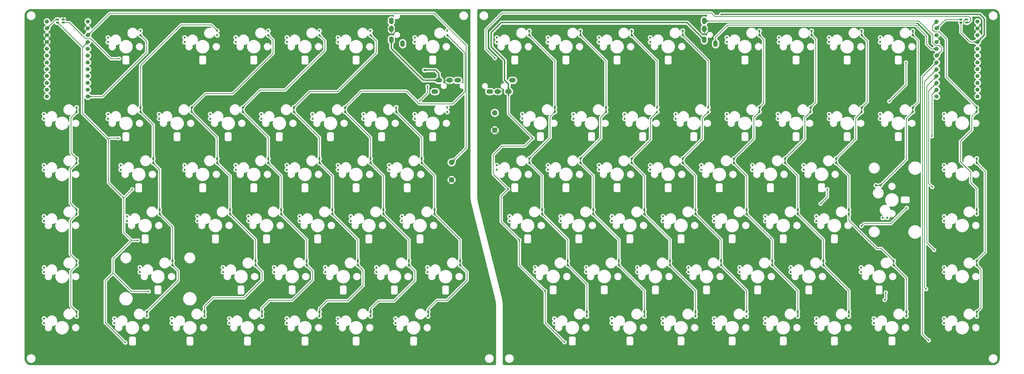
<source format=gtl>
%TF.GenerationSoftware,KiCad,Pcbnew,(5.1.9)-1*%
%TF.CreationDate,2021-05-10T22:56:04+09:00*%
%TF.ProjectId,Pistachio_rev2,50697374-6163-4686-996f-5f726576322e,rev?*%
%TF.SameCoordinates,Original*%
%TF.FileFunction,Copper,L1,Top*%
%TF.FilePolarity,Positive*%
%FSLAX46Y46*%
G04 Gerber Fmt 4.6, Leading zero omitted, Abs format (unit mm)*
G04 Created by KiCad (PCBNEW (5.1.9)-1) date 2021-05-10 22:56:04*
%MOMM*%
%LPD*%
G01*
G04 APERTURE LIST*
%TA.AperFunction,ComponentPad*%
%ADD10C,0.800000*%
%TD*%
%TA.AperFunction,ComponentPad*%
%ADD11C,1.524000*%
%TD*%
%TA.AperFunction,SMDPad,CuDef*%
%ADD12R,1.000000X0.700000*%
%TD*%
%TA.AperFunction,ComponentPad*%
%ADD13O,1.700000X2.500000*%
%TD*%
%TA.AperFunction,ComponentPad*%
%ADD14O,2.500000X1.700000*%
%TD*%
%TA.AperFunction,ComponentPad*%
%ADD15C,2.000000*%
%TD*%
%TA.AperFunction,ViaPad*%
%ADD16C,0.600000*%
%TD*%
%TA.AperFunction,ViaPad*%
%ADD17C,0.900000*%
%TD*%
%TA.AperFunction,Conductor*%
%ADD18C,0.250000*%
%TD*%
%TA.AperFunction,Conductor*%
%ADD19C,0.500000*%
%TD*%
%TA.AperFunction,Conductor*%
%ADD20C,0.254000*%
%TD*%
%TA.AperFunction,Conductor*%
%ADD21C,0.100000*%
%TD*%
%TA.AperFunction,Conductor*%
%ADD22C,0.025400*%
%TD*%
G04 APERTURE END LIST*
D10*
%TO.P,SW83,2*%
%TO.N,Net-(D83-Pad2)*%
X142342080Y-183806740D03*
X142342080Y-182126740D03*
%TO.P,SW83,1*%
%TO.N,L_col5*%
X154462080Y-181266740D03*
X154472080Y-179596740D03*
%TD*%
%TO.P,SW82,2*%
%TO.N,Net-(D82-Pad2)*%
X123292000Y-183800000D03*
X123292000Y-182120000D03*
%TO.P,SW82,1*%
%TO.N,L_col4*%
X135412000Y-181260000D03*
X135422000Y-179590000D03*
%TD*%
%TO.P,SW81,2*%
%TO.N,Net-(D81-Pad2)*%
X101860660Y-183806740D03*
X101860660Y-182126740D03*
%TO.P,SW81,1*%
%TO.N,L_col3*%
X113980660Y-181266740D03*
X113990660Y-179596740D03*
%TD*%
%TO.P,SW7,2*%
%TO.N,Net-(D7-Pad2)*%
X201478224Y-79024560D03*
X201478224Y-77344560D03*
%TO.P,SW7,1*%
%TO.N,R_col0*%
X213598224Y-76484560D03*
X213608224Y-74814560D03*
%TD*%
%TO.P,SW4,2*%
%TO.N,Net-(D4-Pad2)*%
X123287880Y-79024560D03*
X123287880Y-77344560D03*
%TO.P,SW4,1*%
%TO.N,L_col3*%
X135407880Y-76484560D03*
X135417880Y-74814560D03*
%TD*%
D11*
%TO.P,U2,24*%
%TO.N,Net-(U2-Pad24)*%
X380590600Y-71379000D03*
%TO.P,U2,23*%
%TO.N,R_GND*%
X380590600Y-73919000D03*
%TO.P,U2,22*%
%TO.N,R_reset*%
X380590600Y-76459000D03*
%TO.P,U2,21*%
%TO.N,R_VCC*%
X380590600Y-78999000D03*
%TO.P,U2,20*%
%TO.N,R_col7*%
X380590600Y-81539000D03*
%TO.P,U2,19*%
%TO.N,R_col6*%
X380590600Y-84079000D03*
%TO.P,U2,18*%
%TO.N,R_col5*%
X380590600Y-86619000D03*
%TO.P,U2,17*%
%TO.N,R_col4*%
X380590600Y-89159000D03*
%TO.P,U2,16*%
%TO.N,R_col3*%
X380590600Y-91699000D03*
%TO.P,U2,15*%
%TO.N,R_col2*%
X380590600Y-94239000D03*
%TO.P,U2,14*%
%TO.N,R_col1*%
X380590600Y-96779000D03*
%TO.P,U2,13*%
%TO.N,R_col0*%
X380590600Y-99319000D03*
%TO.P,U2,12*%
%TO.N,R_row0*%
X365370600Y-99319000D03*
%TO.P,U2,11*%
%TO.N,R_row1*%
X365370600Y-96779000D03*
%TO.P,U2,10*%
%TO.N,R_row2*%
X365370600Y-94239000D03*
%TO.P,U2,9*%
%TO.N,R_row3*%
X365370600Y-91699000D03*
%TO.P,U2,8*%
%TO.N,R_row4*%
X365370600Y-89159000D03*
%TO.P,U2,7*%
%TO.N,R_row5*%
X365370600Y-86619000D03*
%TO.P,U2,6*%
%TO.N,R_SCL*%
X365370600Y-84079000D03*
%TO.P,U2,5*%
%TO.N,R_SDA*%
X365370600Y-81539000D03*
%TO.P,U2,4*%
%TO.N,R_GND*%
X365370600Y-78999000D03*
%TO.P,U2,3*%
X365370600Y-76459000D03*
%TO.P,U2,2*%
%TO.N,R_LED*%
X365370600Y-73919000D03*
%TO.P,U2,1*%
%TO.N,R_col8*%
X365370600Y-71379000D03*
%TD*%
D10*
%TO.P,SW1,2*%
%TO.N,Net-(D1-Pad2)*%
X56612600Y-79024560D03*
X56612600Y-77344560D03*
%TO.P,SW1,1*%
%TO.N,L_col0*%
X68732600Y-76484560D03*
X68742600Y-74814560D03*
%TD*%
D11*
%TO.P,U1,24*%
%TO.N,Net-(U1-Pad24)*%
X49120600Y-71379000D03*
%TO.P,U1,23*%
%TO.N,GND*%
X49120600Y-73919000D03*
%TO.P,U1,22*%
%TO.N,L_reset*%
X49120600Y-76459000D03*
%TO.P,U1,21*%
%TO.N,VCC*%
X49120600Y-78999000D03*
%TO.P,U1,20*%
%TO.N,L_col7*%
X49120600Y-81539000D03*
%TO.P,U1,19*%
%TO.N,L_col6*%
X49120600Y-84079000D03*
%TO.P,U1,18*%
%TO.N,L_col5*%
X49120600Y-86619000D03*
%TO.P,U1,17*%
%TO.N,L_col4*%
X49120600Y-89159000D03*
%TO.P,U1,16*%
%TO.N,L_col3*%
X49120600Y-91699000D03*
%TO.P,U1,15*%
%TO.N,L_col2*%
X49120600Y-94239000D03*
%TO.P,U1,14*%
%TO.N,L_col1*%
X49120600Y-96779000D03*
%TO.P,U1,13*%
%TO.N,L_col0*%
X49120600Y-99319000D03*
%TO.P,U1,12*%
%TO.N,L_row0*%
X33900600Y-99319000D03*
%TO.P,U1,11*%
%TO.N,L_row1*%
X33900600Y-96779000D03*
%TO.P,U1,10*%
%TO.N,L_row2*%
X33900600Y-94239000D03*
%TO.P,U1,9*%
%TO.N,L_row3*%
X33900600Y-91699000D03*
%TO.P,U1,8*%
%TO.N,L_row4*%
X33900600Y-89159000D03*
%TO.P,U1,7*%
%TO.N,L_row5*%
X33900600Y-86619000D03*
%TO.P,U1,6*%
%TO.N,L_SCL*%
X33900600Y-84079000D03*
%TO.P,U1,5*%
%TO.N,L_SDA*%
X33900600Y-81539000D03*
%TO.P,U1,4*%
%TO.N,GND*%
X33900600Y-78999000D03*
%TO.P,U1,3*%
X33900600Y-76459000D03*
%TO.P,U1,2*%
%TO.N,L_LED*%
X33900600Y-73919000D03*
%TO.P,U1,1*%
%TO.N,L_col8*%
X33900600Y-71379000D03*
%TD*%
D10*
%TO.P,SW35,2*%
%TO.N,Net-(D35-Pad2)*%
X104237800Y-126649760D03*
X104237800Y-124969760D03*
%TO.P,SW35,1*%
%TO.N,L_col3*%
X116357800Y-124109760D03*
X116367800Y-122439760D03*
%TD*%
D12*
%TO.P,D93,1*%
%TO.N,Net-(D93-Pad1)*%
X39969090Y-71737311D03*
%TO.P,D93,2*%
%TO.N,GND*%
X39969090Y-70637311D03*
%TO.P,D93,3*%
%TO.N,L_LED*%
X37835490Y-70637311D03*
%TO.P,D93,4*%
%TO.N,VCC*%
X37835490Y-71746111D03*
%TD*%
%TO.P,D94,1*%
%TO.N,Net-(D101-Pad3)*%
X376549090Y-71727311D03*
%TO.P,D94,2*%
%TO.N,R_GND*%
X376549090Y-70627311D03*
%TO.P,D94,3*%
%TO.N,R_LED*%
X374415490Y-70627311D03*
%TO.P,D94,4*%
%TO.N,R_VCC*%
X374415490Y-71736111D03*
%TD*%
D13*
%TO.P,J1,S*%
%TO.N,L_SDA*%
X166402000Y-79637000D03*
%TO.P,J1,T*%
%TO.N,VCC*%
X162202000Y-78137000D03*
%TO.P,J1,R1*%
%TO.N,GND*%
X162202000Y-74137000D03*
%TO.P,J1,R2*%
%TO.N,L_SCL*%
X162202000Y-71137000D03*
%TD*%
D14*
%TO.P,J2,S*%
%TO.N,L_SDA*%
X178412000Y-97487000D03*
%TO.P,J2,T*%
%TO.N,VCC*%
X179912000Y-93287000D03*
%TO.P,J2,R1*%
%TO.N,GND*%
X183912000Y-93287000D03*
%TO.P,J2,R2*%
%TO.N,L_SCL*%
X186912000Y-93287000D03*
%TD*%
D13*
%TO.P,J3,S*%
%TO.N,R_SDA*%
X282992000Y-79637000D03*
%TO.P,J3,T*%
%TO.N,R_VCC*%
X278792000Y-78137000D03*
%TO.P,J3,R1*%
%TO.N,R_GND*%
X278792000Y-74137000D03*
%TO.P,J3,R2*%
%TO.N,R_SCL*%
X278792000Y-71137000D03*
%TD*%
D14*
%TO.P,J4,S*%
%TO.N,R_SDA*%
X207352000Y-93287000D03*
%TO.P,J4,T*%
%TO.N,R_VCC*%
X205852000Y-97487000D03*
%TO.P,J4,R1*%
%TO.N,R_GND*%
X201852000Y-97487000D03*
%TO.P,J4,R2*%
%TO.N,R_SCL*%
X198852000Y-97487000D03*
%TD*%
D10*
%TO.P,SW2,2*%
%TO.N,Net-(D2-Pad2)*%
X85187720Y-79024560D03*
X85187720Y-77344560D03*
%TO.P,SW2,1*%
%TO.N,L_col1*%
X97307720Y-76484560D03*
X97317720Y-74814560D03*
%TD*%
%TO.P,SW3,2*%
%TO.N,Net-(D3-Pad2)*%
X104237800Y-79024560D03*
X104237800Y-77344560D03*
%TO.P,SW3,1*%
%TO.N,L_col2*%
X116357800Y-76484560D03*
X116367800Y-74814560D03*
%TD*%
%TO.P,SW5,2*%
%TO.N,Net-(D5-Pad2)*%
X142337960Y-79024560D03*
X142337960Y-77344560D03*
%TO.P,SW5,1*%
%TO.N,L_col4*%
X154457960Y-76484560D03*
X154467960Y-74814560D03*
%TD*%
%TO.P,SW6,2*%
%TO.N,Net-(D6-Pad2)*%
X170913080Y-79024560D03*
X170913080Y-77344560D03*
%TO.P,SW6,1*%
%TO.N,L_col5*%
X183033080Y-76484560D03*
X183043080Y-74814560D03*
%TD*%
%TO.P,SW8,2*%
%TO.N,Net-(D8-Pad2)*%
X220528304Y-79024560D03*
X220528304Y-77344560D03*
%TO.P,SW8,1*%
%TO.N,R_col1*%
X232648304Y-76484560D03*
X232658304Y-74814560D03*
%TD*%
%TO.P,SW9,2*%
%TO.N,Net-(D9-Pad2)*%
X239578384Y-79024560D03*
X239578384Y-77344560D03*
%TO.P,SW9,1*%
%TO.N,R_col2*%
X251698384Y-76484560D03*
X251708384Y-74814560D03*
%TD*%
%TO.P,SW10,2*%
%TO.N,Net-(D10-Pad2)*%
X258628464Y-79001693D03*
X258628464Y-77321693D03*
%TO.P,SW10,1*%
%TO.N,R_col3*%
X270748464Y-76461693D03*
X270758464Y-74791693D03*
%TD*%
%TO.P,SW11,2*%
%TO.N,Net-(D11-Pad2)*%
X287203584Y-79001693D03*
X287203584Y-77321693D03*
%TO.P,SW11,1*%
%TO.N,R_col4*%
X299323584Y-76461693D03*
X299333584Y-74791693D03*
%TD*%
%TO.P,SW12,2*%
%TO.N,Net-(D12-Pad2)*%
X306644900Y-79024560D03*
X306644900Y-77344560D03*
%TO.P,SW12,1*%
%TO.N,R_col5*%
X318764900Y-76484560D03*
X318774900Y-74814560D03*
%TD*%
%TO.P,SW13,2*%
%TO.N,Net-(D13-Pad2)*%
X325303744Y-79024560D03*
X325303744Y-77344560D03*
%TO.P,SW13,1*%
%TO.N,R_col6*%
X337423744Y-76484560D03*
X337433744Y-74814560D03*
%TD*%
%TO.P,SW14,2*%
%TO.N,Net-(D14-Pad2)*%
X344353824Y-79024560D03*
X344353824Y-77344560D03*
%TO.P,SW14,1*%
%TO.N,R_col7*%
X356473824Y-76484560D03*
X356483824Y-74814560D03*
%TD*%
%TO.P,SW15,2*%
%TO.N,Net-(D15-Pad2)*%
X32800000Y-107599680D03*
X32800000Y-105919680D03*
%TO.P,SW15,1*%
%TO.N,L_col0*%
X44920000Y-105059680D03*
X44930000Y-103389680D03*
%TD*%
%TO.P,SW16,2*%
%TO.N,Net-(D16-Pad2)*%
X56612600Y-107599680D03*
X56612600Y-105919680D03*
%TO.P,SW16,1*%
%TO.N,L_col1*%
X68732600Y-105059680D03*
X68742600Y-103389680D03*
%TD*%
%TO.P,SW17,2*%
%TO.N,Net-(D17-Pad2)*%
X75662680Y-107599680D03*
X75662680Y-105919680D03*
%TO.P,SW17,1*%
%TO.N,L_col2*%
X87782680Y-105059680D03*
X87792680Y-103389680D03*
%TD*%
%TO.P,SW18,2*%
%TO.N,Net-(D18-Pad2)*%
X94712760Y-107599680D03*
X94712760Y-105919680D03*
%TO.P,SW18,1*%
%TO.N,L_col3*%
X106832760Y-105059680D03*
X106842760Y-103389680D03*
%TD*%
%TO.P,SW19,2*%
%TO.N,Net-(D19-Pad2)*%
X113762840Y-107599680D03*
X113762840Y-105919680D03*
%TO.P,SW19,1*%
%TO.N,L_col4*%
X125882840Y-105059680D03*
X125892840Y-103389680D03*
%TD*%
%TO.P,SW20,2*%
%TO.N,Net-(D20-Pad2)*%
X132812920Y-107599680D03*
X132812920Y-105919680D03*
%TO.P,SW20,1*%
%TO.N,L_col5*%
X144932920Y-105059680D03*
X144942920Y-103389680D03*
%TD*%
%TO.P,SW21,2*%
%TO.N,Net-(D21-Pad2)*%
X151863000Y-107599680D03*
X151863000Y-105919680D03*
%TO.P,SW21,1*%
%TO.N,L_col6*%
X163983000Y-105059680D03*
X163993000Y-103389680D03*
%TD*%
%TO.P,SW22,2*%
%TO.N,Net-(D22-Pad2)*%
X170913080Y-107599680D03*
X170913080Y-105919680D03*
%TO.P,SW22,1*%
%TO.N,L_col7*%
X183033080Y-105059680D03*
X183043080Y-103389680D03*
%TD*%
%TO.P,SW23,2*%
%TO.N,Net-(D23-Pad2)*%
X211003264Y-107576813D03*
X211003264Y-105896813D03*
%TO.P,SW23,1*%
%TO.N,R_col0*%
X223123264Y-105036813D03*
X223133264Y-103366813D03*
%TD*%
%TO.P,SW24,2*%
%TO.N,Net-(D24-Pad2)*%
X230053344Y-107599680D03*
X230053344Y-105919680D03*
%TO.P,SW24,1*%
%TO.N,R_col1*%
X242173344Y-105059680D03*
X242183344Y-103389680D03*
%TD*%
%TO.P,SW25,2*%
%TO.N,Net-(D25-Pad2)*%
X249103424Y-107599680D03*
X249103424Y-105919680D03*
%TO.P,SW25,1*%
%TO.N,R_col2*%
X261223424Y-105059680D03*
X261233424Y-103389680D03*
%TD*%
%TO.P,SW26,2*%
%TO.N,Net-(D26-Pad2)*%
X268153504Y-107599680D03*
X268153504Y-105919680D03*
%TO.P,SW26,1*%
%TO.N,R_col3*%
X280273504Y-105059680D03*
X280283504Y-103389680D03*
%TD*%
%TO.P,SW27,2*%
%TO.N,Net-(D27-Pad2)*%
X287203584Y-107599680D03*
X287203584Y-105919680D03*
%TO.P,SW27,1*%
%TO.N,R_col4*%
X299323584Y-105059680D03*
X299333584Y-103389680D03*
%TD*%
%TO.P,SW28,2*%
%TO.N,Net-(D28-Pad2)*%
X306253664Y-107599680D03*
X306253664Y-105919680D03*
%TO.P,SW28,1*%
%TO.N,R_col5*%
X318373664Y-105059680D03*
X318383664Y-103389680D03*
%TD*%
%TO.P,SW29,2*%
%TO.N,Net-(D29-Pad2)*%
X325303744Y-107599680D03*
X325303744Y-105919680D03*
%TO.P,SW29,1*%
%TO.N,R_col6*%
X337423744Y-105059680D03*
X337433744Y-103389680D03*
%TD*%
%TO.P,SW30,2*%
%TO.N,Net-(D30-Pad2)*%
X344353824Y-107599680D03*
X344353824Y-105919680D03*
%TO.P,SW30,1*%
%TO.N,R_col7*%
X356473824Y-105059680D03*
X356483824Y-103389680D03*
%TD*%
%TO.P,SW32,2*%
%TO.N,Net-(D32-Pad2)*%
X32800000Y-126649760D03*
X32800000Y-124969760D03*
%TO.P,SW32,1*%
%TO.N,L_col0*%
X44920000Y-124109760D03*
X44930000Y-122439760D03*
%TD*%
%TO.P,SW33,2*%
%TO.N,Net-(D33-Pad2)*%
X61375120Y-126649760D03*
X61375120Y-124969760D03*
%TO.P,SW33,1*%
%TO.N,L_col1*%
X73495120Y-124109760D03*
X73505120Y-122439760D03*
%TD*%
%TO.P,SW34,2*%
%TO.N,Net-(D34-Pad2)*%
X85187720Y-126649760D03*
X85187720Y-124969760D03*
%TO.P,SW34,1*%
%TO.N,L_col2*%
X97307720Y-124109760D03*
X97317720Y-122439760D03*
%TD*%
%TO.P,SW36,2*%
%TO.N,Net-(D36-Pad2)*%
X123287880Y-126649760D03*
X123287880Y-124969760D03*
%TO.P,SW36,1*%
%TO.N,L_col4*%
X135407880Y-124109760D03*
X135417880Y-122439760D03*
%TD*%
%TO.P,SW37,2*%
%TO.N,Net-(D37-Pad2)*%
X142337960Y-126649760D03*
X142337960Y-124969760D03*
%TO.P,SW37,1*%
%TO.N,L_col5*%
X154457960Y-124109760D03*
X154467960Y-122439760D03*
%TD*%
%TO.P,SW38,2*%
%TO.N,Net-(D38-Pad2)*%
X161388040Y-126626893D03*
X161388040Y-124946893D03*
%TO.P,SW38,1*%
%TO.N,L_col6*%
X173508040Y-124086893D03*
X173518040Y-122416893D03*
%TD*%
%TO.P,SW39,2*%
%TO.N,Net-(D39-Pad2)*%
X201478224Y-126626893D03*
X201478224Y-124946893D03*
%TO.P,SW39,1*%
%TO.N,R_col0*%
X213598224Y-124086893D03*
X213608224Y-122416893D03*
%TD*%
%TO.P,SW40,2*%
%TO.N,Net-(D40-Pad2)*%
X220528304Y-126626893D03*
X220528304Y-124946893D03*
%TO.P,SW40,1*%
%TO.N,R_col1*%
X232648304Y-124086893D03*
X232658304Y-122416893D03*
%TD*%
%TO.P,SW41,2*%
%TO.N,Net-(D41-Pad2)*%
X239578384Y-126626893D03*
X239578384Y-124946893D03*
%TO.P,SW41,1*%
%TO.N,R_col2*%
X251698384Y-124086893D03*
X251708384Y-122416893D03*
%TD*%
%TO.P,SW42,2*%
%TO.N,Net-(D42-Pad2)*%
X258628464Y-126626893D03*
X258628464Y-124946893D03*
%TO.P,SW42,1*%
%TO.N,R_col3*%
X270748464Y-124086893D03*
X270758464Y-122416893D03*
%TD*%
%TO.P,SW43,2*%
%TO.N,Net-(D43-Pad2)*%
X277678544Y-126649760D03*
X277678544Y-124969760D03*
%TO.P,SW43,1*%
%TO.N,R_col4*%
X289798544Y-124109760D03*
X289808544Y-122439760D03*
%TD*%
%TO.P,SW44,2*%
%TO.N,Net-(D44-Pad2)*%
X296728624Y-126626893D03*
X296728624Y-124946893D03*
%TO.P,SW44,1*%
%TO.N,R_col5*%
X308848624Y-124086893D03*
X308858624Y-122416893D03*
%TD*%
%TO.P,SW45,2*%
%TO.N,Net-(D45-Pad2)*%
X315778704Y-126626893D03*
X315778704Y-124946893D03*
%TO.P,SW45,1*%
%TO.N,R_col6*%
X327898704Y-124086893D03*
X327908704Y-122416893D03*
%TD*%
%TO.P,SW46,2*%
%TO.N,Net-(D46-Pad2)*%
X368166424Y-126626893D03*
X368166424Y-124946893D03*
%TO.P,SW46,1*%
%TO.N,R_col7*%
X380286424Y-124086893D03*
X380296424Y-122416893D03*
%TD*%
%TO.P,SW31,2*%
%TO.N,Net-(D31-Pad2)*%
X368158224Y-107561693D03*
X368158224Y-105881693D03*
%TO.P,SW31,1*%
%TO.N,R_col8*%
X380278224Y-105021693D03*
X380288224Y-103351693D03*
%TD*%
%TO.P,SW47,2*%
%TO.N,Net-(D47-Pad2)*%
X32800001Y-145699840D03*
X32800001Y-144019840D03*
%TO.P,SW47,1*%
%TO.N,L_col0*%
X44920001Y-143159840D03*
X44930001Y-141489840D03*
%TD*%
%TO.P,SW48,2*%
%TO.N,Net-(D48-Pad2)*%
X63756380Y-145699840D03*
X63756380Y-144019840D03*
%TO.P,SW48,1*%
%TO.N,L_col1*%
X75876380Y-143159840D03*
X75886380Y-141489840D03*
%TD*%
%TO.P,SW49,2*%
%TO.N,Net-(D49-Pad2)*%
X89950240Y-145699840D03*
X89950240Y-144019840D03*
%TO.P,SW49,1*%
%TO.N,L_col2*%
X102070240Y-143159840D03*
X102080240Y-141489840D03*
%TD*%
%TO.P,SW50,2*%
%TO.N,Net-(D50-Pad2)*%
X109000320Y-145699840D03*
X109000320Y-144019840D03*
%TO.P,SW50,1*%
%TO.N,L_col3*%
X121120320Y-143159840D03*
X121130320Y-141489840D03*
%TD*%
%TO.P,SW51,2*%
%TO.N,Net-(D51-Pad2)*%
X128050400Y-145699840D03*
X128050400Y-144019840D03*
%TO.P,SW51,1*%
%TO.N,L_col4*%
X140170400Y-143159840D03*
X140180400Y-141489840D03*
%TD*%
%TO.P,SW52,2*%
%TO.N,Net-(D52-Pad2)*%
X147100480Y-145699840D03*
X147100480Y-144019840D03*
%TO.P,SW52,1*%
%TO.N,L_col5*%
X159220480Y-143159840D03*
X159230480Y-141489840D03*
%TD*%
%TO.P,SW53,2*%
%TO.N,Net-(D53-Pad2)*%
X166150560Y-145699840D03*
X166150560Y-144019840D03*
%TO.P,SW53,1*%
%TO.N,L_col6*%
X178270560Y-143159840D03*
X178280560Y-141489840D03*
%TD*%
%TO.P,SW54,2*%
%TO.N,Net-(D54-Pad2)*%
X206240744Y-145699840D03*
X206240744Y-144019840D03*
%TO.P,SW54,1*%
%TO.N,R_col0*%
X218360744Y-143159840D03*
X218370744Y-141489840D03*
%TD*%
%TO.P,SW55,2*%
%TO.N,Net-(D55-Pad2)*%
X225290824Y-145699840D03*
X225290824Y-144019840D03*
%TO.P,SW55,1*%
%TO.N,R_col1*%
X237410824Y-143159840D03*
X237420824Y-141489840D03*
%TD*%
%TO.P,SW56,2*%
%TO.N,Net-(D56-Pad2)*%
X244340904Y-145699840D03*
X244340904Y-144019840D03*
%TO.P,SW56,1*%
%TO.N,R_col2*%
X256460904Y-143159840D03*
X256470904Y-141489840D03*
%TD*%
%TO.P,SW57,2*%
%TO.N,Net-(D57-Pad2)*%
X263390984Y-145676973D03*
X263390984Y-143996973D03*
%TO.P,SW57,1*%
%TO.N,R_col3*%
X275510984Y-143136973D03*
X275520984Y-141466973D03*
%TD*%
%TO.P,SW58,2*%
%TO.N,Net-(D58-Pad2)*%
X282441064Y-145699840D03*
X282441064Y-144019840D03*
%TO.P,SW58,1*%
%TO.N,R_col4*%
X294561064Y-143159840D03*
X294571064Y-141489840D03*
%TD*%
%TO.P,SW59,2*%
%TO.N,Net-(D59-Pad2)*%
X301491144Y-145699840D03*
X301491144Y-144019840D03*
%TO.P,SW59,1*%
%TO.N,R_col5*%
X313611144Y-143159840D03*
X313621144Y-141489840D03*
%TD*%
%TO.P,SW60,2*%
%TO.N,Net-(D60-Pad2)*%
X320541224Y-145699840D03*
X320541224Y-144019840D03*
%TO.P,SW60,1*%
%TO.N,R_col6*%
X332661224Y-143159840D03*
X332671224Y-141489840D03*
%TD*%
%TO.P,SW61,2*%
%TO.N,Net-(D61-Pad2)*%
X346972564Y-144574800D03*
X345292564Y-144574800D03*
%TO.P,SW61,1*%
%TO.N,R_col7*%
X344432564Y-132454800D03*
X342762564Y-132444800D03*
%TD*%
%TO.P,SW62,2*%
%TO.N,Net-(D62-Pad2)*%
X368166424Y-145699840D03*
X368166424Y-144019840D03*
%TO.P,SW62,1*%
%TO.N,R_col8*%
X380286424Y-143159840D03*
X380296424Y-141489840D03*
%TD*%
%TO.P,SW63,2*%
%TO.N,Net-(D63-Pad2)*%
X32800000Y-164749920D03*
X32800000Y-163069920D03*
%TO.P,SW63,1*%
%TO.N,L_col0*%
X44920000Y-162209920D03*
X44930000Y-160539920D03*
%TD*%
%TO.P,SW64,2*%
%TO.N,Net-(D64-Pad2)*%
X68518900Y-164749920D03*
X68518900Y-163069920D03*
%TO.P,SW64,1*%
%TO.N,L_col1*%
X80638900Y-162209920D03*
X80648900Y-160539920D03*
%TD*%
%TO.P,SW65,2*%
%TO.N,Net-(D65-Pad2)*%
X99475280Y-164749920D03*
X99475280Y-163069920D03*
%TO.P,SW65,1*%
%TO.N,L_col2*%
X111595280Y-162209920D03*
X111605280Y-160539920D03*
%TD*%
%TO.P,SW66,2*%
%TO.N,Net-(D66-Pad2)*%
X118525360Y-164749920D03*
X118525360Y-163069920D03*
%TO.P,SW66,1*%
%TO.N,L_col3*%
X130645360Y-162209920D03*
X130655360Y-160539920D03*
%TD*%
%TO.P,SW67,2*%
%TO.N,Net-(D67-Pad2)*%
X137575440Y-164749920D03*
X137575440Y-163069920D03*
%TO.P,SW67,1*%
%TO.N,L_col4*%
X149695440Y-162209920D03*
X149705440Y-160539920D03*
%TD*%
%TO.P,SW68,2*%
%TO.N,Net-(D68-Pad2)*%
X156625520Y-164749920D03*
X156625520Y-163069920D03*
%TO.P,SW68,1*%
%TO.N,L_col5*%
X168745520Y-162209920D03*
X168755520Y-160539920D03*
%TD*%
%TO.P,SW69,2*%
%TO.N,Net-(D69-Pad2)*%
X175675600Y-164749920D03*
X175675600Y-163069920D03*
%TO.P,SW69,1*%
%TO.N,L_col6*%
X187795600Y-162209920D03*
X187805600Y-160539920D03*
%TD*%
%TO.P,SW70,2*%
%TO.N,Net-(D70-Pad2)*%
X215765784Y-164727053D03*
X215765784Y-163047053D03*
%TO.P,SW70,1*%
%TO.N,R_col0*%
X227885784Y-162187053D03*
X227895784Y-160517053D03*
%TD*%
%TO.P,SW71,2*%
%TO.N,Net-(D71-Pad2)*%
X234815864Y-164727053D03*
X234815864Y-163047053D03*
%TO.P,SW71,1*%
%TO.N,R_col1*%
X246935864Y-162187053D03*
X246945864Y-160517053D03*
%TD*%
%TO.P,SW72,2*%
%TO.N,Net-(D72-Pad2)*%
X253865944Y-164749920D03*
X253865944Y-163069920D03*
%TO.P,SW72,1*%
%TO.N,R_col2*%
X265985944Y-162209920D03*
X265995944Y-160539920D03*
%TD*%
%TO.P,SW73,2*%
%TO.N,Net-(D73-Pad2)*%
X272916024Y-164749920D03*
X272916024Y-163069920D03*
%TO.P,SW73,1*%
%TO.N,R_col3*%
X285036024Y-162209920D03*
X285046024Y-160539920D03*
%TD*%
%TO.P,SW74,2*%
%TO.N,Net-(D74-Pad2)*%
X291966104Y-164749920D03*
X291966104Y-163069920D03*
%TO.P,SW74,1*%
%TO.N,R_col4*%
X304086104Y-162209920D03*
X304096104Y-160539920D03*
%TD*%
%TO.P,SW75,2*%
%TO.N,Net-(D75-Pad2)*%
X311016184Y-164749920D03*
X311016184Y-163069920D03*
%TO.P,SW75,1*%
%TO.N,R_col5*%
X323136184Y-162209920D03*
X323146184Y-160539920D03*
%TD*%
%TO.P,SW76,2*%
%TO.N,Net-(D76-Pad2)*%
X337210044Y-164749920D03*
X337210044Y-163069920D03*
%TO.P,SW76,1*%
%TO.N,R_col6*%
X349330044Y-162209920D03*
X349340044Y-160539920D03*
%TD*%
%TO.P,SW77,2*%
%TO.N,Net-(D77-Pad2)*%
X368166424Y-164749920D03*
X368166424Y-163069920D03*
%TO.P,SW77,1*%
%TO.N,R_col7*%
X380286424Y-162209920D03*
X380296424Y-160539920D03*
%TD*%
%TO.P,SW78,2*%
%TO.N,Net-(D78-Pad2)*%
X32800000Y-183800000D03*
X32800000Y-182120000D03*
%TO.P,SW78,1*%
%TO.N,L_col0*%
X44920000Y-181260000D03*
X44930000Y-179590000D03*
%TD*%
%TO.P,SW79,2*%
%TO.N,Net-(D79-Pad2)*%
X58993860Y-183805001D03*
X58993860Y-182125001D03*
%TO.P,SW79,1*%
%TO.N,L_col1*%
X71113860Y-181265001D03*
X71123860Y-179595001D03*
%TD*%
%TO.P,SW80,2*%
%TO.N,Net-(D80-Pad2)*%
X80429320Y-183806740D03*
X80429320Y-182126740D03*
%TO.P,SW80,1*%
%TO.N,L_col2*%
X92549320Y-181266740D03*
X92559320Y-179596740D03*
%TD*%
%TO.P,SW84,2*%
%TO.N,Net-(D84-Pad2)*%
X163773420Y-183805001D03*
X163773420Y-182125001D03*
%TO.P,SW84,1*%
%TO.N,L_col6*%
X175893420Y-181265001D03*
X175903420Y-179595001D03*
%TD*%
%TO.P,SW85,2*%
%TO.N,Net-(D85-Pad2)*%
X222909564Y-183805001D03*
X222909564Y-182125001D03*
%TO.P,SW85,1*%
%TO.N,R_col0*%
X235029564Y-181265001D03*
X235039564Y-179595001D03*
%TD*%
%TO.P,SW86,2*%
%TO.N,Net-(D86-Pad2)*%
X244340904Y-183805001D03*
X244340904Y-182125001D03*
%TO.P,SW86,1*%
%TO.N,R_col1*%
X256460904Y-181265001D03*
X256470904Y-179595001D03*
%TD*%
%TO.P,SW87,2*%
%TO.N,Net-(D87-Pad2)*%
X263390984Y-183805001D03*
X263390984Y-182125001D03*
%TO.P,SW87,1*%
%TO.N,R_col2*%
X275510984Y-181265001D03*
X275520984Y-179595001D03*
%TD*%
%TO.P,SW88,2*%
%TO.N,Net-(D88-Pad2)*%
X282441064Y-183800000D03*
X282441064Y-182120000D03*
%TO.P,SW88,1*%
%TO.N,R_col3*%
X294561064Y-181260000D03*
X294571064Y-179590000D03*
%TD*%
%TO.P,SW89,2*%
%TO.N,Net-(D89-Pad2)*%
X301491144Y-183800000D03*
X301491144Y-182120000D03*
%TO.P,SW89,1*%
%TO.N,R_col4*%
X313611144Y-181260000D03*
X313621144Y-179590000D03*
%TD*%
%TO.P,SW90,2*%
%TO.N,Net-(D90-Pad2)*%
X320541224Y-183805001D03*
X320541224Y-182125001D03*
%TO.P,SW90,1*%
%TO.N,R_col5*%
X332661224Y-181265001D03*
X332671224Y-179595001D03*
%TD*%
%TO.P,SW91,2*%
%TO.N,Net-(D91-Pad2)*%
X341972564Y-183805001D03*
X341972564Y-182125001D03*
%TO.P,SW91,1*%
%TO.N,R_col6*%
X354092564Y-181265001D03*
X354102564Y-179595001D03*
%TD*%
%TO.P,SW92,2*%
%TO.N,Net-(D92-Pad2)*%
X368166424Y-183800000D03*
X368166424Y-182120000D03*
%TO.P,SW92,1*%
%TO.N,R_col7*%
X380286424Y-181260000D03*
X380296424Y-179590000D03*
%TD*%
D15*
%TO.P,SW93,2*%
%TO.N,GND*%
X184622000Y-130397000D03*
%TO.P,SW93,1*%
%TO.N,L_reset*%
X184622000Y-123897000D03*
%TD*%
%TO.P,SW94,2*%
%TO.N,R_GND*%
X200742000Y-111897000D03*
%TO.P,SW94,1*%
%TO.N,R_reset*%
X200742000Y-105397000D03*
%TD*%
D16*
%TO.N,R_row1*%
X363612600Y-114124560D03*
%TO.N,R_row2*%
X363712600Y-133074560D03*
%TO.N,R_row3*%
X364412600Y-156524560D03*
%TO.N,R_row4*%
X361462600Y-171124560D03*
%TO.N,R_row5*%
X362412600Y-190274560D03*
%TO.N,VCC*%
X65712600Y-133924560D03*
X67812600Y-152974560D03*
X71799511Y-172011471D03*
X63112600Y-191074560D03*
X60662600Y-114874560D03*
D17*
X174612600Y-89474560D03*
D16*
%TO.N,GND*%
X179612600Y-83524560D03*
X174212600Y-83524560D03*
X65812600Y-113724560D03*
X84912600Y-113724560D03*
X104012600Y-113624560D03*
X123112600Y-113624560D03*
X142112600Y-113624560D03*
X161212600Y-113624560D03*
X71012600Y-132724560D03*
X94812600Y-132624560D03*
X113812600Y-132624560D03*
X132812600Y-132424560D03*
X152112600Y-132524560D03*
X73412600Y-151624560D03*
X99612600Y-151624560D03*
X118312600Y-151524560D03*
X137512600Y-151324560D03*
X156912600Y-151224560D03*
X78012600Y-170324560D03*
X109312600Y-170524560D03*
X128112600Y-170324560D03*
X147312600Y-170324560D03*
X166512600Y-170024560D03*
X68612600Y-189624560D03*
X30812600Y-198224560D03*
X35812600Y-198224560D03*
X40812600Y-198224560D03*
X45812600Y-198224560D03*
X50812600Y-198224560D03*
X55812600Y-198224560D03*
X60812600Y-198224560D03*
X65812600Y-198224560D03*
X70812600Y-198224560D03*
X75812600Y-198224560D03*
X80812600Y-198224560D03*
X85812600Y-198224560D03*
X90812600Y-198224560D03*
X95812600Y-198224560D03*
X100812600Y-198224560D03*
X105812600Y-198224560D03*
X110812600Y-198224560D03*
X115812600Y-198224560D03*
X120812600Y-198224560D03*
X125812600Y-198224560D03*
X130812600Y-198224560D03*
X135812600Y-198224560D03*
X140812600Y-198224560D03*
X145812600Y-198224560D03*
X150812600Y-198224560D03*
X155812600Y-198224560D03*
X160812600Y-198224560D03*
X165812600Y-198224560D03*
X170812600Y-198224560D03*
X175812600Y-198224560D03*
X180812600Y-198224560D03*
X185812600Y-198224560D03*
X190812600Y-198224560D03*
X195812600Y-198224560D03*
X200812600Y-193224560D03*
X200812600Y-188224560D03*
X200812600Y-183224560D03*
X200812600Y-178224560D03*
X200812600Y-198224560D03*
X26057600Y-193189560D03*
X26057600Y-188189560D03*
X26057600Y-183189560D03*
X26057600Y-178189560D03*
X26057600Y-173189560D03*
X26057600Y-168189560D03*
X26057600Y-163189560D03*
X26057600Y-158189560D03*
X26057600Y-153189560D03*
X26057600Y-148189560D03*
X26057600Y-143189560D03*
X26057600Y-138189560D03*
X26057600Y-133189560D03*
X26057600Y-128189560D03*
X26057600Y-123189560D03*
X26057600Y-118189560D03*
X26057600Y-113189560D03*
X26057600Y-108189560D03*
X26057600Y-103189560D03*
X26057600Y-98189560D03*
X26057600Y-93189560D03*
X26057600Y-88189560D03*
X26057600Y-78189560D03*
X26057600Y-83189560D03*
X26057600Y-73189560D03*
X28057600Y-67189560D03*
X33057600Y-67189560D03*
X38057600Y-67189560D03*
X43057600Y-67189560D03*
X48057600Y-67189560D03*
X53057600Y-67189560D03*
X58057600Y-67189560D03*
X63057600Y-67189560D03*
X68057600Y-67189560D03*
X73057600Y-67189560D03*
X78057600Y-67189560D03*
X83057600Y-67189560D03*
X88057600Y-67189560D03*
X93057600Y-67189560D03*
X98057600Y-67189560D03*
X103057600Y-67189560D03*
X108057600Y-67189560D03*
X113057600Y-67189560D03*
X118057600Y-67189560D03*
X123057600Y-67189560D03*
X128057600Y-67189560D03*
X133057600Y-67189560D03*
X138057600Y-67189560D03*
X143057600Y-67189560D03*
X148057600Y-67189560D03*
X148057600Y-67189560D03*
X153057600Y-67189560D03*
X158057600Y-67189560D03*
X163057600Y-67189560D03*
X168057600Y-67189560D03*
X173057600Y-67189560D03*
X178057600Y-67189560D03*
X183057600Y-67189560D03*
X188057600Y-67189560D03*
X191137600Y-69929560D03*
X191137600Y-74929560D03*
X191137600Y-79929560D03*
X191137600Y-84929560D03*
X191137600Y-89929560D03*
X191137600Y-94929560D03*
X191137600Y-99929560D03*
X191137600Y-104929560D03*
X191137600Y-109929560D03*
X191137600Y-109929560D03*
X191137600Y-114929560D03*
X191137600Y-119929560D03*
X191137600Y-124929560D03*
X191137600Y-129929560D03*
X191137600Y-134929560D03*
X191137600Y-134929560D03*
X191137600Y-139929560D03*
X192137600Y-144929560D03*
X193137600Y-148929560D03*
X194137600Y-152929560D03*
X195137600Y-156929560D03*
X196137600Y-160929560D03*
X197137600Y-164929560D03*
X198137600Y-168929560D03*
X199137600Y-172929560D03*
X155457600Y-69449560D03*
X38937600Y-69479560D03*
X35767600Y-95289560D03*
X44627600Y-85829560D03*
X56487600Y-86629560D03*
X65867600Y-91489560D03*
X75517600Y-91539560D03*
X83627600Y-91539560D03*
X91737600Y-91479560D03*
X100387600Y-91429560D03*
X112447600Y-91419560D03*
X121617600Y-91389560D03*
X131177600Y-91499560D03*
X139647600Y-91419560D03*
X151137600Y-91439560D03*
X161157600Y-91339560D03*
X167867600Y-91359560D03*
X173337600Y-95829560D03*
X179167600Y-72749560D03*
X166487600Y-72879560D03*
X172317600Y-72899560D03*
X32917600Y-189419560D03*
X32097600Y-170179560D03*
X32217600Y-151119560D03*
X32407600Y-132299560D03*
X32087600Y-113089560D03*
X175317600Y-116639560D03*
X165337600Y-135619560D03*
X170327600Y-154539560D03*
X179537600Y-173749560D03*
X45407600Y-111529560D03*
X65947600Y-107179560D03*
X52267600Y-113929560D03*
X49757600Y-101329560D03*
X34637600Y-100979560D03*
X44707600Y-100839560D03*
X35657600Y-82729560D03*
X62397600Y-134849560D03*
X80387600Y-134839560D03*
X166937600Y-118579560D03*
X148937600Y-118879560D03*
X129937600Y-118779560D03*
X111037600Y-118979560D03*
X91937600Y-119079560D03*
X71837600Y-119179560D03*
X82337600Y-137779560D03*
X99937600Y-137579560D03*
X119537600Y-137579560D03*
X138837600Y-137579560D03*
X144337600Y-155979560D03*
X125337600Y-155979560D03*
X106137600Y-156079560D03*
X87037600Y-156279560D03*
X60437600Y-155879560D03*
X57137600Y-173179560D03*
X28537600Y-172279560D03*
X134737600Y-175679560D03*
X153837600Y-175679560D03*
X144237600Y-195279560D03*
X125237600Y-195279560D03*
X103837600Y-195279560D03*
X80037600Y-195179560D03*
X56037600Y-195379560D03*
X32937600Y-193879560D03*
X177064569Y-151852591D03*
X187337600Y-172779560D03*
X144537600Y-73579560D03*
X124537600Y-73679560D03*
X104537600Y-73879560D03*
X84737600Y-73679560D03*
X56798160Y-73919000D03*
X77237600Y-103979560D03*
X96337600Y-103779560D03*
X115437600Y-103879560D03*
X134037600Y-103979560D03*
X153637600Y-103879560D03*
X32237600Y-117079560D03*
X32137600Y-136879560D03*
X32237600Y-154979560D03*
X32137600Y-174079560D03*
X49437600Y-185079560D03*
X50437600Y-166279560D03*
X51837600Y-146879560D03*
X52637600Y-127679560D03*
X180037600Y-87579560D03*
X165837600Y-82279560D03*
X180237600Y-127879560D03*
X187437600Y-109179560D03*
X180937600Y-149979560D03*
X174014649Y-132802511D03*
X73012600Y-80304560D03*
X62787600Y-77354560D03*
X91662600Y-77454560D03*
X39212600Y-182229560D03*
X38962600Y-162879560D03*
X64987600Y-182304560D03*
X74937600Y-163054560D03*
X105687600Y-163054560D03*
X124537600Y-163129560D03*
X143837600Y-162804560D03*
X163012600Y-163179560D03*
X181712600Y-162929560D03*
X172237600Y-144204560D03*
X167787600Y-124729560D03*
X148412600Y-124979560D03*
X153187600Y-143779560D03*
X134037600Y-144154560D03*
X129762600Y-124854560D03*
X110462600Y-124854560D03*
X96062600Y-143554560D03*
X115137600Y-143779560D03*
X91137600Y-125004560D03*
X67437600Y-125004560D03*
X69987600Y-143779560D03*
X39237600Y-143854560D03*
X38662600Y-124804560D03*
X188912600Y-99954560D03*
X90338224Y-189511693D03*
X111598224Y-189521693D03*
X132758224Y-189281693D03*
X152268224Y-189531693D03*
X174008224Y-189521693D03*
X86578224Y-181851693D03*
X107908224Y-182131693D03*
X129298224Y-181801693D03*
X148748224Y-182001693D03*
X169898224Y-181901693D03*
%TO.N,Net-(D93-Pad1)*%
X60812600Y-85174560D03*
%TO.N,Net-(D101-Pad3)*%
X200812600Y-85024560D03*
%TO.N,R_GND*%
X210712600Y-85024560D03*
X229712600Y-84524560D03*
X249112600Y-85024560D03*
X268212600Y-84724560D03*
X296912600Y-84824560D03*
X315912600Y-84524560D03*
X335012600Y-84524560D03*
X354112600Y-84624560D03*
X220212600Y-113324560D03*
X239012600Y-113324560D03*
X260112600Y-112224560D03*
X279112600Y-111924560D03*
X298512600Y-111724560D03*
X317312600Y-112024560D03*
X336212600Y-111924560D03*
X355412600Y-113624560D03*
X211012600Y-132324560D03*
X230312600Y-132424560D03*
X249512600Y-131324560D03*
X268612600Y-132624560D03*
X287412600Y-131924560D03*
X306812600Y-132424560D03*
X325412600Y-132224560D03*
X353112600Y-135424560D03*
X329712600Y-151624560D03*
X310812600Y-151524560D03*
X291812600Y-151724560D03*
X272512600Y-151724560D03*
X254012600Y-151624560D03*
X234512600Y-151724560D03*
X215712600Y-151624560D03*
X225312600Y-170724560D03*
X244112600Y-170324560D03*
X263312600Y-170024560D03*
X282512600Y-170124560D03*
X301712600Y-170124560D03*
X320612600Y-170724560D03*
X346712600Y-170524560D03*
X232112600Y-189824560D03*
X253912600Y-188924560D03*
X273312600Y-188724560D03*
X292212600Y-189824560D03*
X311312600Y-189324560D03*
X330312600Y-189424560D03*
X351812600Y-189724560D03*
X208312600Y-198224560D03*
X213312600Y-198224560D03*
X218312600Y-198224560D03*
X223312600Y-198224560D03*
X228312600Y-198224560D03*
X233312600Y-198224560D03*
X238312600Y-198224560D03*
X243312600Y-198224560D03*
X248312600Y-198224560D03*
X253312600Y-198224560D03*
X258312600Y-198224560D03*
X263312600Y-198224560D03*
X268312600Y-198224560D03*
X273312600Y-198224560D03*
X278312600Y-198224560D03*
X283312600Y-198224560D03*
X288312600Y-198224560D03*
X293312600Y-198224560D03*
X298312600Y-198224560D03*
X303312600Y-198224560D03*
X308312600Y-198224560D03*
X313312600Y-198224560D03*
X318312600Y-198224560D03*
X323312600Y-198224560D03*
X328312600Y-198224560D03*
X333312600Y-198224560D03*
X338312600Y-198224560D03*
X343312600Y-198224560D03*
X348312600Y-198224560D03*
X353312600Y-198224560D03*
X358312600Y-198224560D03*
X363312600Y-198224560D03*
X368312600Y-198224560D03*
X373312600Y-198224560D03*
X378312600Y-198224560D03*
X383312600Y-198224560D03*
X388312600Y-195724560D03*
X388312600Y-190724560D03*
X388312600Y-185724560D03*
X388312600Y-180724560D03*
X388312600Y-175724560D03*
X388312600Y-170724560D03*
X388312600Y-165724560D03*
X388312600Y-160724560D03*
X388312600Y-155724560D03*
X388312600Y-150724560D03*
X388312600Y-145724560D03*
X388312600Y-140724560D03*
X388312600Y-135724560D03*
X388312600Y-130724560D03*
X388312600Y-125724560D03*
X388312600Y-120724560D03*
X388312600Y-115724560D03*
X388312600Y-110724560D03*
X388312600Y-105724560D03*
X388312600Y-100724560D03*
X388312600Y-95724560D03*
X388312600Y-90724560D03*
X388312600Y-85724560D03*
X388312600Y-80724560D03*
X388312600Y-75724560D03*
X388312600Y-70724560D03*
X194732600Y-67164560D03*
X199732600Y-67164560D03*
X204732600Y-67164560D03*
X209732600Y-67164560D03*
X214732600Y-67164560D03*
X219732600Y-67164560D03*
X224732600Y-67164560D03*
X229732600Y-67164560D03*
X234732600Y-67164560D03*
X239732600Y-67164560D03*
X244732600Y-67164560D03*
X249732600Y-67164560D03*
X254732600Y-67164560D03*
X259732600Y-67164560D03*
X264732600Y-67164560D03*
X269732600Y-67164560D03*
X274732600Y-67164560D03*
X279732600Y-67164560D03*
X284732600Y-67164560D03*
X289732600Y-67164560D03*
X294732600Y-67164560D03*
X299732600Y-67164560D03*
X304732600Y-67164560D03*
X309732600Y-67164560D03*
X314732600Y-67164560D03*
X319732600Y-67164560D03*
X324732600Y-67164560D03*
X329732600Y-67164560D03*
X334732600Y-67164560D03*
X339732600Y-67164560D03*
X344732600Y-67164560D03*
X349732600Y-67164560D03*
X354732600Y-67164560D03*
X359732600Y-67164560D03*
X364732600Y-67164560D03*
X369732600Y-67164560D03*
X379732600Y-67164560D03*
X379732600Y-67164560D03*
X374732600Y-67164560D03*
X384732600Y-67164560D03*
X194732600Y-72164560D03*
X204137600Y-194929560D03*
X204137600Y-189929560D03*
X204137600Y-184929560D03*
X204137600Y-179929560D03*
X204137600Y-174929560D03*
X203137600Y-170929560D03*
X202137600Y-166929560D03*
X201137600Y-162929560D03*
X200137600Y-158929560D03*
X199137600Y-154929560D03*
X198137600Y-150929560D03*
X197137600Y-146929560D03*
X196137600Y-142929560D03*
X194737600Y-77179560D03*
X194737600Y-82179560D03*
X194737600Y-87179560D03*
X194737600Y-92179560D03*
X194737600Y-97179560D03*
X194737600Y-102179560D03*
X194737600Y-107179560D03*
X194737600Y-112179560D03*
X194737600Y-117179560D03*
X194737600Y-122179560D03*
X194737600Y-127179560D03*
X194737600Y-132179560D03*
X194737600Y-137179560D03*
X243962600Y-175754560D03*
X236987600Y-175029560D03*
X228437600Y-177579560D03*
X250862600Y-177629560D03*
X257762600Y-176204560D03*
X276512600Y-176929560D03*
X269287600Y-178729560D03*
X293187600Y-177779560D03*
X288762600Y-180029560D03*
X307137600Y-180104560D03*
X312387600Y-178304560D03*
X326212600Y-180679560D03*
X348287600Y-181879560D03*
X374387600Y-181804560D03*
X374437600Y-162354560D03*
X343237600Y-162654560D03*
X317012600Y-162654560D03*
X298087600Y-162854560D03*
X279012600Y-162979560D03*
X259937600Y-162704560D03*
X241037600Y-162854560D03*
X221812600Y-162904560D03*
X212312600Y-143304560D03*
X231637600Y-143579560D03*
X222637600Y-156879560D03*
X241937600Y-156604560D03*
X261112600Y-156504560D03*
X280112600Y-156604560D03*
X299062600Y-156404560D03*
X318087600Y-156329560D03*
X338387600Y-154404560D03*
X357112600Y-154929560D03*
X362362600Y-156479560D03*
X326487600Y-143529560D03*
X307487600Y-143429560D03*
X288612600Y-143554560D03*
X269862600Y-143779560D03*
X250162600Y-143679560D03*
X208337600Y-137829560D03*
X231787600Y-137454560D03*
X250712600Y-137354560D03*
X270287600Y-137704560D03*
X289187600Y-137679560D03*
X308187600Y-137704560D03*
X339112600Y-135054560D03*
X315387600Y-134379560D03*
X321862600Y-124454560D03*
X303087600Y-124754560D03*
X283762600Y-125104560D03*
X264962600Y-124729560D03*
X245712600Y-124729560D03*
X226562600Y-124679560D03*
X207537600Y-124654560D03*
X213937600Y-118879560D03*
X227712600Y-118654560D03*
X246887600Y-118779560D03*
X265537600Y-118904560D03*
X284937600Y-118754560D03*
X303487600Y-118754560D03*
X322462600Y-118754560D03*
X342262600Y-118704560D03*
X367162600Y-114704560D03*
X350762600Y-105579560D03*
X331512600Y-105454560D03*
X312312600Y-105554560D03*
X293362600Y-105604560D03*
X274412600Y-105604560D03*
X255512600Y-105579560D03*
X236237600Y-105829560D03*
X217112600Y-105454560D03*
X227812600Y-101304560D03*
X218062600Y-98629560D03*
X236737600Y-98479560D03*
X255362600Y-98704560D03*
X275062600Y-98479560D03*
X294087600Y-98754560D03*
X313087600Y-98754560D03*
X331887600Y-98629560D03*
X356287600Y-100579560D03*
X341687600Y-89979560D03*
X322462600Y-90029560D03*
X303612600Y-89879560D03*
X284387600Y-90029560D03*
X256012600Y-89629560D03*
X236537600Y-89829560D03*
X217587600Y-89629560D03*
X198812600Y-89479560D03*
X202412600Y-86529560D03*
X207962600Y-77229560D03*
X226712600Y-77454560D03*
X245787600Y-77279560D03*
X264662600Y-77229560D03*
X280662600Y-80104560D03*
X275587600Y-72304560D03*
X270587600Y-69654560D03*
X286362600Y-72254560D03*
X293762600Y-77204560D03*
X313462600Y-77354560D03*
X331712600Y-77429560D03*
X350812600Y-77379560D03*
X358612600Y-107404560D03*
X361712600Y-82804560D03*
X361687600Y-85979560D03*
X381412600Y-101879560D03*
X367987600Y-99204560D03*
X377987600Y-98029560D03*
X378037600Y-85729560D03*
X377987600Y-91929560D03*
X373037600Y-89529560D03*
X368362600Y-73904560D03*
X370937600Y-83454560D03*
X362737600Y-79179560D03*
X362762600Y-76929560D03*
X374537600Y-105729560D03*
X373862600Y-125304560D03*
X374587600Y-143629560D03*
X364012600Y-149779560D03*
X206962600Y-69554560D03*
X221962600Y-69579560D03*
X237687600Y-69654560D03*
X256812600Y-69654560D03*
X358162600Y-144004560D03*
X200512600Y-94829560D03*
X382287600Y-128029560D03*
%TO.N,R_VCC*%
X214912600Y-114824560D03*
X205712600Y-133824560D03*
X209912600Y-152824560D03*
X219512600Y-171824560D03*
X226712600Y-190924560D03*
X354212600Y-140824560D03*
X337312604Y-147624560D03*
X285062544Y-68724560D03*
X204412600Y-86829560D03*
%TO.N,Net-(D100-Pad1)*%
X172837600Y-100849560D03*
X175667600Y-95489560D03*
%TO.N,Net-(D108-Pad1)*%
X347712600Y-101124560D03*
X353912600Y-86624560D03*
%TO.N,Net-(D136-Pad1)*%
X324612600Y-133874560D03*
X322112600Y-139279560D03*
%TO.N,Net-(D163-Pad1)*%
X346412600Y-172424560D03*
X345962600Y-175174560D03*
%TD*%
D18*
%TO.N,R_row1*%
X363612600Y-98537000D02*
X365370600Y-96779000D01*
X363612600Y-114124560D02*
X363612600Y-98537000D01*
%TO.N,R_row2*%
X362412600Y-97197000D02*
X365370600Y-94239000D01*
X362412600Y-131774560D02*
X362412600Y-97197000D01*
X363712600Y-133074560D02*
X362412600Y-131774560D01*
%TO.N,R_row3*%
X361662600Y-95407000D02*
X365370600Y-91699000D01*
X361662600Y-153774560D02*
X361662600Y-95407000D01*
X364412600Y-156524560D02*
X361662600Y-153774560D01*
%TO.N,R_row4*%
X360862600Y-93667000D02*
X365370600Y-89159000D01*
X360862600Y-170524560D02*
X360862600Y-93667000D01*
X361462600Y-171124560D02*
X360862600Y-170524560D01*
%TO.N,R_row5*%
X360112600Y-91877000D02*
X365370600Y-86619000D01*
X360112600Y-187974560D02*
X360112600Y-91877000D01*
X362412600Y-190274560D02*
X360112600Y-187974560D01*
%TO.N,VCC*%
X65712600Y-133924560D02*
X62462600Y-137174560D01*
X62462600Y-137174560D02*
X62462600Y-150024560D01*
X65412600Y-152974560D02*
X67812600Y-152974560D01*
X62462600Y-150024560D02*
X65412600Y-152974560D01*
X65412600Y-152974560D02*
X58512600Y-159874560D01*
X58512600Y-159874560D02*
X58512600Y-165124560D01*
X65399511Y-172011471D02*
X71799511Y-172011471D01*
X58512600Y-165124560D02*
X65399511Y-172011471D01*
D19*
X162202000Y-78137000D02*
X162202000Y-81413960D01*
X174075040Y-93287000D02*
X179912000Y-93287000D01*
X162202000Y-81413960D02*
X174075040Y-93287000D01*
X178662600Y-89474560D02*
X174612600Y-89474560D01*
X179912000Y-90723960D02*
X178662600Y-89474560D01*
X179912000Y-93287000D02*
X179912000Y-90723960D01*
D18*
X56577766Y-115069726D02*
X47162600Y-105654560D01*
X47162600Y-105654560D02*
X47162600Y-80957000D01*
X56787600Y-131499560D02*
X62462600Y-137174560D01*
X56787600Y-115279560D02*
X56787600Y-131499560D01*
X56577766Y-115069726D02*
X56787600Y-115279560D01*
X57192600Y-114874560D02*
X56787600Y-115279560D01*
X60662600Y-114874560D02*
X57192600Y-114874560D01*
X47162600Y-80957000D02*
X49120600Y-78999000D01*
X37941651Y-71746111D02*
X37835490Y-71746111D01*
X47162600Y-80967060D02*
X37941651Y-71746111D01*
X47162600Y-80957000D02*
X47162600Y-80967060D01*
X55612600Y-183694560D02*
X55612600Y-168024560D01*
X55612600Y-168024560D02*
X58512600Y-165124560D01*
X62992600Y-191074560D02*
X55612600Y-183694560D01*
X63112600Y-191074560D02*
X62992600Y-191074560D01*
%TO.N,L_LED*%
X37182289Y-70637311D02*
X33900600Y-73919000D01*
X37835490Y-70637311D02*
X37182289Y-70637311D01*
%TO.N,Net-(D93-Pad1)*%
X57632600Y-85174560D02*
X60812600Y-85174560D01*
X50182600Y-77724560D02*
X57632600Y-85174560D01*
X48232600Y-77724560D02*
X50182600Y-77724560D01*
X42245351Y-71737311D02*
X48232600Y-77724560D01*
X39969090Y-71737311D02*
X42245351Y-71737311D01*
%TO.N,Net-(D101-Pad3)*%
X197412600Y-81624560D02*
X200812600Y-85024560D01*
X197412600Y-74329560D02*
X197412600Y-81624560D01*
X203517600Y-68224560D02*
X197412600Y-74329560D01*
X281482600Y-68224560D02*
X203517600Y-68224560D01*
X282732600Y-69474560D02*
X281482600Y-68224560D01*
X377407600Y-69474560D02*
X282732600Y-69474560D01*
X378062600Y-71054560D02*
X378062600Y-70129560D01*
X377389849Y-71727311D02*
X378062600Y-71054560D01*
X378062600Y-70129560D02*
X377407600Y-69474560D01*
X376549090Y-71727311D02*
X377389849Y-71727311D01*
%TO.N,R_GND*%
X375909849Y-70627311D02*
X376549090Y-70627311D01*
X375412600Y-71124560D02*
X375909849Y-70627311D01*
X375412600Y-73124560D02*
X375412600Y-71124560D01*
X377317600Y-75029560D02*
X375412600Y-73124560D01*
X379480040Y-75029560D02*
X377317600Y-75029560D01*
X380590600Y-73919000D02*
X379480040Y-75029560D01*
%TO.N,R_LED*%
X368662289Y-70627311D02*
X365370600Y-73919000D01*
X374415490Y-70627311D02*
X368662289Y-70627311D01*
%TO.N,R_VCC*%
X205852000Y-105763960D02*
X205852000Y-97487000D01*
X214912600Y-114824560D02*
X205852000Y-105763960D01*
X211912600Y-117824560D02*
X214912600Y-114824560D01*
X203412600Y-117824560D02*
X211912600Y-117824560D01*
X200112600Y-121124560D02*
X203412600Y-117824560D01*
X200112600Y-128224560D02*
X200112600Y-121124560D01*
X205712600Y-133824560D02*
X200112600Y-128224560D01*
X209912600Y-152824560D02*
X203112600Y-146024560D01*
X203112600Y-136424560D02*
X205712600Y-133824560D01*
X203112600Y-146024560D02*
X203112600Y-136424560D01*
X209912600Y-162224560D02*
X209912600Y-152824560D01*
X219512600Y-171824560D02*
X209912600Y-162224560D01*
X219512600Y-183724560D02*
X219512600Y-171824560D01*
X226712600Y-190924560D02*
X219512600Y-183724560D01*
X380590600Y-78999000D02*
X377887040Y-78999000D01*
X374415490Y-75527450D02*
X374415490Y-71736111D01*
X377887040Y-78999000D02*
X374415490Y-75527450D01*
D19*
X381532600Y-68724560D02*
X285062544Y-68724560D01*
X383112600Y-70304560D02*
X381532600Y-68724560D01*
X383112600Y-76477000D02*
X383112600Y-70304560D01*
X380590600Y-78999000D02*
X383112600Y-76477000D01*
D18*
X338232604Y-146704560D02*
X337312604Y-147624560D01*
X348332600Y-146704560D02*
X338232604Y-146704560D01*
X354212600Y-140824560D02*
X348332600Y-146704560D01*
D19*
X205852000Y-97487000D02*
X205852000Y-94643960D01*
X204412600Y-93204560D02*
X204412600Y-86829560D01*
X205852000Y-94643960D02*
X204412600Y-93204560D01*
X204412600Y-85804560D02*
X204412600Y-86829560D01*
X199412600Y-80804560D02*
X204412600Y-85804560D01*
X203182600Y-71754560D02*
X199412600Y-75524560D01*
X272409560Y-71754560D02*
X203182600Y-71754560D01*
X199412600Y-75524560D02*
X199412600Y-80804560D01*
X278792000Y-78137000D02*
X272409560Y-71754560D01*
D18*
%TO.N,Net-(D100-Pad1)*%
X172837600Y-100849560D02*
X175667600Y-98019560D01*
X175667600Y-98019560D02*
X175667600Y-95489560D01*
%TO.N,Net-(D108-Pad1)*%
X353912600Y-94924560D02*
X353912600Y-86624560D01*
X347712600Y-101124560D02*
X353912600Y-94924560D01*
%TO.N,Net-(D136-Pad1)*%
X324612600Y-133874560D02*
X324612600Y-136779560D01*
X324612600Y-136779560D02*
X322112600Y-139279560D01*
%TO.N,Net-(D163-Pad1)*%
X346412600Y-174724560D02*
X345962600Y-175174560D01*
X346412600Y-172424560D02*
X346412600Y-174724560D01*
%TO.N,R_SCL*%
X367212600Y-82237000D02*
X365370600Y-84079000D01*
X366287600Y-80279560D02*
X367212600Y-81204560D01*
X363887600Y-76379560D02*
X363887600Y-79354560D01*
X367212600Y-81204560D02*
X367212600Y-82237000D01*
X363887600Y-79354560D02*
X364812600Y-80279560D01*
X358645040Y-71137000D02*
X363887600Y-76379560D01*
X364812600Y-80279560D02*
X366287600Y-80279560D01*
X278792000Y-71137000D02*
X358645040Y-71137000D01*
%TO.N,R_SDA*%
X282992000Y-77200160D02*
X282992000Y-79637000D01*
X287487600Y-72704560D02*
X282992000Y-77200160D01*
X361612600Y-76779560D02*
X357537600Y-72704560D01*
X357537600Y-72704560D02*
X287487600Y-72704560D01*
X361612600Y-79829560D02*
X361612600Y-76779560D01*
X363322040Y-81539000D02*
X361612600Y-79829560D01*
X365370600Y-81539000D02*
X363322040Y-81539000D01*
%TO.N,L_col0*%
X42812600Y-107167080D02*
X42812600Y-120322360D01*
X42812600Y-120322360D02*
X44930000Y-122439760D01*
X44920000Y-105059680D02*
X42812600Y-107167080D01*
X44930000Y-105049680D02*
X44920000Y-105059680D01*
X44930000Y-103389680D02*
X44930000Y-105049680D01*
X44920000Y-122449760D02*
X44930000Y-122439760D01*
X44920000Y-124109760D02*
X44920000Y-122449760D01*
X44920001Y-141499840D02*
X44930001Y-141489840D01*
X44920001Y-143159840D02*
X44920001Y-141499840D01*
X44920000Y-160549920D02*
X44930000Y-160539920D01*
X44920000Y-162209920D02*
X44920000Y-160549920D01*
X44920000Y-179600000D02*
X44930000Y-179590000D01*
X44920000Y-181260000D02*
X44920000Y-179600000D01*
X44930000Y-179590000D02*
X42787600Y-177447600D01*
X42787600Y-164342320D02*
X44920000Y-162209920D01*
X42787600Y-177447600D02*
X42787600Y-164342320D01*
X44930000Y-160539920D02*
X42587600Y-158197520D01*
X42587600Y-145492241D02*
X44920001Y-143159840D01*
X42587600Y-158197520D02*
X42587600Y-145492241D01*
X44930001Y-141489840D02*
X42562600Y-139122439D01*
X42562600Y-126467160D02*
X44920000Y-124109760D01*
X42562600Y-139122439D02*
X42562600Y-126467160D01*
X71012600Y-78764560D02*
X68732600Y-76484560D01*
X71012600Y-82879560D02*
X71012600Y-78764560D01*
X54573160Y-99319000D02*
X71012600Y-82879560D01*
X49120600Y-99319000D02*
X54573160Y-99319000D01*
%TO.N,L_col1*%
X68742600Y-103389680D02*
X68742600Y-87719560D01*
X68742600Y-87719560D02*
X83837600Y-72624560D01*
X95127720Y-72624560D02*
X97317720Y-74814560D01*
X83837600Y-72624560D02*
X95127720Y-72624560D01*
X68732600Y-103399680D02*
X68742600Y-103389680D01*
X68732600Y-105059680D02*
X68732600Y-103399680D01*
X73505120Y-109832200D02*
X73505120Y-122439760D01*
X68732600Y-105059680D02*
X73505120Y-109832200D01*
X73495120Y-122449760D02*
X73505120Y-122439760D01*
X73495120Y-124109760D02*
X73495120Y-122449760D01*
X75886380Y-126501020D02*
X75886380Y-141489840D01*
X73495120Y-124109760D02*
X75886380Y-126501020D01*
X75886380Y-143149840D02*
X75876380Y-143159840D01*
X75886380Y-141489840D02*
X75886380Y-143149840D01*
X80648900Y-147932360D02*
X80648900Y-160539920D01*
X75876380Y-143159840D02*
X80648900Y-147932360D01*
X80648900Y-162199920D02*
X80638900Y-162209920D01*
X80648900Y-160539920D02*
X80648900Y-162199920D01*
X71113860Y-179605001D02*
X71123860Y-179595001D01*
X71113860Y-181265001D02*
X71113860Y-179605001D01*
X71123860Y-179595001D02*
X82762600Y-167956261D01*
X82762600Y-164333620D02*
X80638900Y-162209920D01*
X82762600Y-167956261D02*
X82762600Y-164333620D01*
%TO.N,L_col2*%
X92929219Y-98253141D02*
X103084019Y-98253141D01*
X87792680Y-103389680D02*
X92929219Y-98253141D01*
X103084019Y-98253141D02*
X118087600Y-83249560D01*
X118087600Y-78214360D02*
X116357800Y-76484560D01*
X118087600Y-83249560D02*
X118087600Y-78214360D01*
X111595280Y-160549920D02*
X111605280Y-160539920D01*
X111595280Y-162209920D02*
X111595280Y-160549920D01*
X111605280Y-152694880D02*
X102070240Y-143159840D01*
X111605280Y-160539920D02*
X111605280Y-152694880D01*
X102070240Y-141499840D02*
X102080240Y-141489840D01*
X102070240Y-143159840D02*
X102070240Y-141499840D01*
X102080240Y-128882280D02*
X97307720Y-124109760D01*
X102080240Y-141489840D02*
X102080240Y-128882280D01*
X97307720Y-122449760D02*
X97317720Y-122439760D01*
X97307720Y-124109760D02*
X97307720Y-122449760D01*
X97317720Y-114594720D02*
X87782680Y-105059680D01*
X97317720Y-122439760D02*
X97317720Y-114594720D01*
X87782680Y-103399680D02*
X87792680Y-103389680D01*
X87782680Y-105059680D02*
X87782680Y-103399680D01*
X92559320Y-181256740D02*
X92549320Y-181266740D01*
X92559320Y-179596740D02*
X92559320Y-181256740D01*
X95778224Y-174391693D02*
X92559320Y-177610597D01*
X107370467Y-174391693D02*
X95778224Y-174391693D01*
X114062600Y-167699560D02*
X107370467Y-174391693D01*
X114062600Y-164677240D02*
X114062600Y-167699560D01*
X92559320Y-177610597D02*
X92559320Y-179596740D01*
X111595280Y-162209920D02*
X114062600Y-164677240D01*
%TO.N,L_col3*%
X106842760Y-105049680D02*
X106832760Y-105059680D01*
X106842760Y-103389680D02*
X106842760Y-105049680D01*
X116367800Y-114594720D02*
X116367800Y-122439760D01*
X106832760Y-105059680D02*
X116367800Y-114594720D01*
X116367800Y-124099760D02*
X116357800Y-124109760D01*
X116367800Y-122439760D02*
X116367800Y-124099760D01*
X121130320Y-128882280D02*
X121130320Y-141489840D01*
X116357800Y-124109760D02*
X121130320Y-128882280D01*
X121130320Y-143149840D02*
X121120320Y-143159840D01*
X121130320Y-141489840D02*
X121130320Y-143149840D01*
X130655360Y-152694880D02*
X130655360Y-160539920D01*
X121120320Y-143159840D02*
X130655360Y-152694880D01*
X130655360Y-162199920D02*
X130645360Y-162209920D01*
X130655360Y-160539920D02*
X130655360Y-162199920D01*
X137387600Y-78464280D02*
X135407880Y-76484560D01*
X137387600Y-82139560D02*
X137387600Y-78464280D01*
X122602600Y-96924560D02*
X137387600Y-82139560D01*
X113307880Y-96924560D02*
X122602600Y-96924560D01*
X106842760Y-103389680D02*
X113307880Y-96924560D01*
X113990660Y-181256740D02*
X113980660Y-181266740D01*
X113990660Y-179596740D02*
X113990660Y-181256740D01*
X113990660Y-178169257D02*
X113990660Y-179596740D01*
X116878224Y-175281693D02*
X113990660Y-178169257D01*
X125280467Y-175281693D02*
X116878224Y-175281693D01*
X132837600Y-167724560D02*
X125280467Y-175281693D01*
X132837600Y-164402160D02*
X132837600Y-167724560D01*
X130645360Y-162209920D02*
X132837600Y-164402160D01*
%TO.N,L_col4*%
X125892840Y-103389680D02*
X131832960Y-97449560D01*
X131832960Y-97449560D02*
X142137600Y-97449560D01*
X142137600Y-97449560D02*
X156537600Y-83049560D01*
X156537600Y-78564200D02*
X154457960Y-76484560D01*
X156537600Y-83049560D02*
X156537600Y-78564200D01*
X149695440Y-160549920D02*
X149705440Y-160539920D01*
X149695440Y-162209920D02*
X149695440Y-160549920D01*
X149705440Y-152694880D02*
X140170400Y-143159840D01*
X149705440Y-160539920D02*
X149705440Y-152694880D01*
X140170400Y-141499840D02*
X140180400Y-141489840D01*
X140170400Y-143159840D02*
X140170400Y-141499840D01*
X140180400Y-128882280D02*
X135407880Y-124109760D01*
X140180400Y-141489840D02*
X140180400Y-128882280D01*
X135407880Y-122449760D02*
X135417880Y-122439760D01*
X135407880Y-124109760D02*
X135407880Y-122449760D01*
X135417880Y-114594720D02*
X125882840Y-105059680D01*
X135417880Y-122439760D02*
X135417880Y-114594720D01*
X125882840Y-103399680D02*
X125892840Y-103389680D01*
X125882840Y-105059680D02*
X125882840Y-103399680D01*
X135422000Y-181250000D02*
X135412000Y-181260000D01*
X135422000Y-179590000D02*
X135422000Y-181250000D01*
X135422000Y-178367917D02*
X135422000Y-179590000D01*
X138298224Y-175491693D02*
X135422000Y-178367917D01*
X145995467Y-175491693D02*
X138298224Y-175491693D01*
X151662600Y-169824560D02*
X145995467Y-175491693D01*
X151662600Y-164177080D02*
X151662600Y-169824560D01*
X149695440Y-162209920D02*
X151662600Y-164177080D01*
%TO.N,L_col5*%
X144942920Y-105049680D02*
X144932920Y-105059680D01*
X144942920Y-103389680D02*
X144942920Y-105049680D01*
X154467960Y-114594720D02*
X154467960Y-122439760D01*
X144932920Y-105059680D02*
X154467960Y-114594720D01*
X154467960Y-124099760D02*
X154457960Y-124109760D01*
X154467960Y-122439760D02*
X154467960Y-124099760D01*
X159230480Y-128882280D02*
X159230480Y-141489840D01*
X154457960Y-124109760D02*
X159230480Y-128882280D01*
X159230480Y-143149840D02*
X159220480Y-143159840D01*
X159230480Y-141489840D02*
X159230480Y-143149840D01*
X168755520Y-152694880D02*
X168755520Y-160539920D01*
X159220480Y-143159840D02*
X168755520Y-152694880D01*
X168755520Y-162199920D02*
X168745520Y-162209920D01*
X168755520Y-160539920D02*
X168755520Y-162199920D01*
X170937600Y-164402000D02*
X168745520Y-162209920D01*
X170937600Y-167887881D02*
X170937600Y-164402000D01*
X189662600Y-83114080D02*
X183033080Y-76484560D01*
X189662600Y-97474560D02*
X189662600Y-83114080D01*
X185117600Y-102019560D02*
X189662600Y-97474560D01*
X167887600Y-97349560D02*
X172557600Y-102019560D01*
X150983040Y-97349560D02*
X167887600Y-97349560D01*
X172557600Y-102019560D02*
X185117600Y-102019560D01*
X144942920Y-103389680D02*
X150983040Y-97349560D01*
X170937600Y-167887881D02*
X163273788Y-175551693D01*
X163273788Y-175551693D02*
X157378224Y-175551693D01*
X154472080Y-178457837D02*
X154472080Y-179596740D01*
X157378224Y-175551693D02*
X154472080Y-178457837D01*
X154472080Y-181256740D02*
X154462080Y-181266740D01*
X154472080Y-179596740D02*
X154472080Y-181256740D01*
%TO.N,R_col0*%
X235029564Y-179605001D02*
X235039564Y-179595001D01*
X235029564Y-181265001D02*
X235029564Y-179605001D01*
X235039564Y-169340833D02*
X227885784Y-162187053D01*
X235039564Y-179595001D02*
X235039564Y-169340833D01*
X227885784Y-160527053D02*
X227895784Y-160517053D01*
X227885784Y-162187053D02*
X227885784Y-160527053D01*
X227895784Y-152694880D02*
X218360744Y-143159840D01*
X227895784Y-160517053D02*
X227895784Y-152694880D01*
X218360744Y-141499840D02*
X218370744Y-141489840D01*
X218360744Y-143159840D02*
X218360744Y-141499840D01*
X218370744Y-128859413D02*
X213598224Y-124086893D01*
X218370744Y-141489840D02*
X218370744Y-128859413D01*
X213598224Y-122426893D02*
X213608224Y-122416893D01*
X213598224Y-124086893D02*
X213598224Y-122426893D01*
X223123264Y-103376813D02*
X223133264Y-103366813D01*
X223123264Y-105036813D02*
X223123264Y-103376813D01*
X223133264Y-86019600D02*
X213598224Y-76484560D01*
X223133264Y-103366813D02*
X223133264Y-86019600D01*
X213608224Y-76474560D02*
X213598224Y-76484560D01*
X213608224Y-74814560D02*
X213608224Y-76474560D01*
X221312600Y-114712517D02*
X213608224Y-122416893D01*
X221312600Y-106847477D02*
X221312600Y-114712517D01*
X223123264Y-105036813D02*
X221312600Y-106847477D01*
%TO.N,R_col1*%
X232658304Y-76474560D02*
X232648304Y-76484560D01*
X232658304Y-74814560D02*
X232658304Y-76474560D01*
X242183344Y-86019600D02*
X242183344Y-103389680D01*
X232648304Y-76484560D02*
X242183344Y-86019600D01*
X242173344Y-103399680D02*
X242183344Y-103389680D01*
X242173344Y-105059680D02*
X242173344Y-103399680D01*
X232658304Y-124076893D02*
X232648304Y-124086893D01*
X232658304Y-122416893D02*
X232658304Y-124076893D01*
X237410824Y-141499840D02*
X237420824Y-141489840D01*
X237410824Y-143159840D02*
X237410824Y-141499840D01*
X237420824Y-128859413D02*
X232648304Y-124086893D01*
X237420824Y-141489840D02*
X237420824Y-128859413D01*
X246945864Y-152694880D02*
X246945864Y-160517053D01*
X237410824Y-143159840D02*
X246945864Y-152694880D01*
X246935864Y-160527053D02*
X246945864Y-160517053D01*
X246935864Y-162187053D02*
X246935864Y-160527053D01*
X256470904Y-171722093D02*
X256470904Y-179595001D01*
X246935864Y-162187053D02*
X256470904Y-171722093D01*
X256470904Y-181255001D02*
X256460904Y-181265001D01*
X256470904Y-179595001D02*
X256470904Y-181255001D01*
X240212600Y-114862597D02*
X232658304Y-122416893D01*
X240212600Y-107020424D02*
X240212600Y-114862597D01*
X242173344Y-105059680D02*
X240212600Y-107020424D01*
%TO.N,R_col2*%
X275510984Y-179605001D02*
X275520984Y-179595001D01*
X275510984Y-181265001D02*
X275510984Y-179605001D01*
X275520984Y-171744960D02*
X265985944Y-162209920D01*
X275520984Y-179595001D02*
X275520984Y-171744960D01*
X265985944Y-160549920D02*
X265995944Y-160539920D01*
X265985944Y-162209920D02*
X265985944Y-160549920D01*
X265995944Y-152694880D02*
X256460904Y-143159840D01*
X265995944Y-160539920D02*
X265995944Y-152694880D01*
X256470904Y-143149840D02*
X256460904Y-143159840D01*
X256470904Y-141489840D02*
X256470904Y-143149840D01*
X256470904Y-128859413D02*
X251698384Y-124086893D01*
X256470904Y-141489840D02*
X256470904Y-128859413D01*
X251698384Y-122426893D02*
X251708384Y-122416893D01*
X251698384Y-124086893D02*
X251698384Y-122426893D01*
X261223424Y-105059680D02*
X258737600Y-107545504D01*
X258737600Y-115387677D02*
X251708384Y-122416893D01*
X258737600Y-107545504D02*
X258737600Y-115387677D01*
X261233424Y-86019600D02*
X251698384Y-76484560D01*
X261233424Y-103389680D02*
X261233424Y-86019600D01*
X251698384Y-74824560D02*
X251708384Y-74814560D01*
X251698384Y-76484560D02*
X251698384Y-74824560D01*
%TO.N,R_col3*%
X294571064Y-171744960D02*
X285036024Y-162209920D01*
X294571064Y-179590000D02*
X294571064Y-171744960D01*
X285036024Y-160549920D02*
X285046024Y-160539920D01*
X285036024Y-162209920D02*
X285036024Y-160549920D01*
X275520984Y-143126973D02*
X275510984Y-143136973D01*
X285046024Y-152672013D02*
X285046024Y-160539920D01*
X275510984Y-143136973D02*
X285046024Y-152672013D01*
X270758464Y-124076893D02*
X270748464Y-124086893D01*
X270758464Y-122416893D02*
X270758464Y-124076893D01*
X275520984Y-128859413D02*
X275520984Y-142182944D01*
X270748464Y-124086893D02*
X275520984Y-128859413D01*
X275520984Y-142182944D02*
X275520984Y-143126973D01*
X275520984Y-141466973D02*
X275520984Y-142182944D01*
X280273504Y-105059680D02*
X278062600Y-107270584D01*
X278062600Y-115112757D02*
X270758464Y-122416893D01*
X278062600Y-107270584D02*
X278062600Y-115112757D01*
X280283504Y-85996733D02*
X270748464Y-76461693D01*
X280283504Y-103389680D02*
X280283504Y-85996733D01*
X270748464Y-74801693D02*
X270758464Y-74791693D01*
X270748464Y-76461693D02*
X270748464Y-74801693D01*
%TO.N,R_col4*%
X299323584Y-76461693D02*
X300937600Y-78075709D01*
X300937600Y-101785664D02*
X299333584Y-103389680D01*
X300937600Y-78075709D02*
X300937600Y-101785664D01*
X299333584Y-105049680D02*
X299323584Y-105059680D01*
X299333584Y-103389680D02*
X299333584Y-105049680D01*
X299323584Y-105059680D02*
X297237600Y-107145664D01*
X297237600Y-115010704D02*
X289808544Y-122439760D01*
X297237600Y-107145664D02*
X297237600Y-115010704D01*
X289808544Y-124099760D02*
X289798544Y-124109760D01*
X289808544Y-122439760D02*
X289808544Y-124099760D01*
X294571064Y-128882280D02*
X294571064Y-141489840D01*
X289798544Y-124109760D02*
X294571064Y-128882280D01*
X294561064Y-141499840D02*
X294571064Y-141489840D01*
X294561064Y-143159840D02*
X294561064Y-141499840D01*
X304096104Y-152694880D02*
X304096104Y-160539920D01*
X294561064Y-143159840D02*
X304096104Y-152694880D01*
X304096104Y-162199920D02*
X304086104Y-162209920D01*
X304096104Y-160539920D02*
X304096104Y-162199920D01*
X313621144Y-171744960D02*
X313621144Y-179590000D01*
X304086104Y-162209920D02*
X313621144Y-171744960D01*
X313621144Y-181250000D02*
X313611144Y-181260000D01*
X313621144Y-179590000D02*
X313621144Y-181250000D01*
X299323584Y-74801693D02*
X299333584Y-74791693D01*
X299323584Y-76461693D02*
X299323584Y-74801693D01*
%TO.N,R_col5*%
X318764900Y-76484560D02*
X320287600Y-78007260D01*
X320287600Y-101485744D02*
X318383664Y-103389680D01*
X320287600Y-78007260D02*
X320287600Y-101485744D01*
X318383664Y-105049680D02*
X318373664Y-105059680D01*
X318383664Y-103389680D02*
X318383664Y-105049680D01*
X318373664Y-105059680D02*
X316187600Y-107245744D01*
X316187600Y-115087917D02*
X308858624Y-122416893D01*
X316187600Y-107245744D02*
X316187600Y-115087917D01*
X308848624Y-122426893D02*
X308858624Y-122416893D01*
X308848624Y-124086893D02*
X308848624Y-122426893D01*
X313621144Y-128859413D02*
X313621144Y-141489840D01*
X308848624Y-124086893D02*
X313621144Y-128859413D01*
X313611144Y-141499840D02*
X313621144Y-141489840D01*
X313611144Y-143159840D02*
X313611144Y-141499840D01*
X323146184Y-152694880D02*
X323146184Y-160539920D01*
X313611144Y-143159840D02*
X323146184Y-152694880D01*
X323146184Y-162199920D02*
X323136184Y-162209920D01*
X323146184Y-160539920D02*
X323146184Y-162199920D01*
X332661224Y-179605001D02*
X332671224Y-179595001D01*
X332661224Y-181265001D02*
X332661224Y-179605001D01*
X332671224Y-171744960D02*
X323136184Y-162209920D01*
X332671224Y-179595001D02*
X332671224Y-171744960D01*
X318764900Y-74824560D02*
X318774900Y-74814560D01*
X318764900Y-76484560D02*
X318764900Y-74824560D01*
%TO.N,R_col6*%
X337423744Y-76484560D02*
X339537600Y-78598416D01*
X339537600Y-101285824D02*
X337433744Y-103389680D01*
X339537600Y-78598416D02*
X339537600Y-101285824D01*
X337423744Y-103399680D02*
X337433744Y-103389680D01*
X337423744Y-105059680D02*
X337423744Y-103399680D01*
X337423744Y-105059680D02*
X335212600Y-107270824D01*
X335212600Y-115112997D02*
X327908704Y-122416893D01*
X335212600Y-107270824D02*
X335212600Y-115112997D01*
X327898704Y-122426893D02*
X327908704Y-122416893D01*
X327898704Y-124086893D02*
X327898704Y-122426893D01*
X332671224Y-128859413D02*
X332671224Y-141489840D01*
X327898704Y-124086893D02*
X332671224Y-128859413D01*
X332661224Y-141499840D02*
X332671224Y-141489840D01*
X332661224Y-143159840D02*
X332661224Y-141499840D01*
X349330044Y-160549920D02*
X349340044Y-160539920D01*
X349330044Y-162209920D02*
X349330044Y-160549920D01*
X354102564Y-166982440D02*
X354102564Y-179595001D01*
X349330044Y-162209920D02*
X354102564Y-166982440D01*
X354102564Y-181255001D02*
X354092564Y-181265001D01*
X354102564Y-179595001D02*
X354102564Y-181255001D01*
X337423744Y-74824560D02*
X337433744Y-74814560D01*
X337423744Y-76484560D02*
X337423744Y-74824560D01*
X344799684Y-155999560D02*
X349340044Y-160539920D01*
X343082600Y-155999560D02*
X344799684Y-155999560D01*
X332661224Y-145578184D02*
X343082600Y-155999560D01*
X332661224Y-143159840D02*
X332661224Y-145578184D01*
%TO.N,R_col7*%
X356473824Y-103399680D02*
X356483824Y-103389680D01*
X356473824Y-105059680D02*
X356473824Y-103399680D01*
X356473824Y-105059680D02*
X354112600Y-107420904D01*
X354112600Y-122774764D02*
X344432564Y-132454800D01*
X354112600Y-107420904D02*
X354112600Y-122774764D01*
X344422564Y-132444800D02*
X344432564Y-132454800D01*
X342762564Y-132444800D02*
X344422564Y-132444800D01*
X380286424Y-179600000D02*
X380296424Y-179590000D01*
X380286424Y-181260000D02*
X380286424Y-179600000D01*
X380296424Y-179590000D02*
X381812600Y-178073824D01*
X381812600Y-163736096D02*
X380286424Y-162209920D01*
X381812600Y-178073824D02*
X381812600Y-163736096D01*
X380286424Y-160549920D02*
X380296424Y-160539920D01*
X380286424Y-162209920D02*
X380286424Y-160549920D01*
X383487600Y-127288069D02*
X380286424Y-124086893D01*
X383487600Y-157348744D02*
X383487600Y-127288069D01*
X380296424Y-160539920D02*
X383487600Y-157348744D01*
X380286424Y-122426893D02*
X380296424Y-122416893D01*
X380286424Y-124086893D02*
X380286424Y-122426893D01*
X356473824Y-74824560D02*
X356483824Y-74814560D01*
X356473824Y-76484560D02*
X356473824Y-74824560D01*
X358437600Y-101435904D02*
X356483824Y-103389680D01*
X358437600Y-78448336D02*
X358437600Y-101435904D01*
X356473824Y-76484560D02*
X358437600Y-78448336D01*
%TO.N,L_col6*%
X187795600Y-160549920D02*
X187805600Y-160539920D01*
X187795600Y-162209920D02*
X187795600Y-160549920D01*
X187805600Y-152694880D02*
X178270560Y-143159840D01*
X187805600Y-160539920D02*
X187805600Y-152694880D01*
X178270560Y-141499840D02*
X178280560Y-141489840D01*
X178270560Y-143159840D02*
X178270560Y-141499840D01*
X178280560Y-128859413D02*
X173508040Y-124086893D01*
X178280560Y-141489840D02*
X178280560Y-128859413D01*
X173508040Y-122426893D02*
X173518040Y-122416893D01*
X173508040Y-124086893D02*
X173508040Y-122426893D01*
X173518040Y-114594720D02*
X163983000Y-105059680D01*
X173518040Y-122416893D02*
X173518040Y-114594720D01*
X163983000Y-103399680D02*
X163993000Y-103389680D01*
X163983000Y-105059680D02*
X163983000Y-103399680D01*
X175893420Y-179605001D02*
X175903420Y-179595001D01*
X175893420Y-181265001D02*
X175893420Y-179605001D01*
X175903420Y-178586497D02*
X175903420Y-179595001D01*
X179178224Y-175311693D02*
X175903420Y-178586497D01*
X182948224Y-175311693D02*
X179178224Y-175311693D01*
X190387600Y-167872317D02*
X182948224Y-175311693D01*
X190387600Y-164801920D02*
X190387600Y-167872317D01*
X187795600Y-162209920D02*
X190387600Y-164801920D01*
%TO.N,L_col7*%
X183033080Y-103399680D02*
X183043080Y-103389680D01*
%TO.N,R_col8*%
X380286424Y-141499840D02*
X380296424Y-141489840D01*
X380286424Y-143159840D02*
X380286424Y-141499840D01*
X380278224Y-103361693D02*
X380288224Y-103351693D01*
X380278224Y-105021693D02*
X380278224Y-103361693D01*
X363812600Y-72937000D02*
X365370600Y-71379000D01*
X363812600Y-74360466D02*
X363812600Y-72937000D01*
X364676694Y-75224560D02*
X363812600Y-74360466D01*
X366307600Y-75224560D02*
X364676694Y-75224560D01*
X369012600Y-77929560D02*
X366307600Y-75224560D01*
X369012600Y-92076069D02*
X369012600Y-77929560D01*
X380288224Y-103351693D02*
X369012600Y-92076069D01*
X378437600Y-106862317D02*
X380278224Y-105021693D01*
X378437600Y-111799560D02*
X378437600Y-106862317D01*
X374212600Y-123624560D02*
X374212600Y-116024560D01*
X378012600Y-127424560D02*
X374212600Y-123624560D01*
X378012600Y-131424560D02*
X378012600Y-127424560D01*
X374212600Y-116024560D02*
X378437600Y-111799560D01*
X380296424Y-133708384D02*
X378012600Y-131424560D01*
X380296424Y-141489840D02*
X380296424Y-133708384D01*
%TO.N,L_reset*%
X49120600Y-76116560D02*
X49120600Y-76459000D01*
X190087600Y-118431400D02*
X184622000Y-123897000D01*
X190087600Y-80254560D02*
X190087600Y-118431400D01*
X178097600Y-68264560D02*
X190087600Y-80254560D01*
X57315040Y-68264560D02*
X178097600Y-68264560D01*
X49120600Y-76459000D02*
X57315040Y-68264560D01*
%TD*%
D20*
%TO.N,GND*%
X191228211Y-66822831D02*
X191294904Y-66842967D01*
X191356412Y-66875671D01*
X191410392Y-66919696D01*
X191454796Y-66973372D01*
X191487929Y-67034649D01*
X191508527Y-67101192D01*
X191518888Y-67199765D01*
X191518887Y-84704398D01*
X191521571Y-84731647D01*
X191521539Y-84736209D01*
X191522411Y-84745103D01*
X191525600Y-84775443D01*
X191525600Y-87573204D01*
X191521942Y-87610510D01*
X191518887Y-87641532D01*
X191518888Y-131616767D01*
X191521571Y-131644007D01*
X191521539Y-131648577D01*
X191522411Y-131657471D01*
X191525600Y-131687811D01*
X191525600Y-134485572D01*
X191521975Y-134522545D01*
X191518887Y-134553900D01*
X191518888Y-136647964D01*
X191520759Y-136666956D01*
X191591141Y-137845169D01*
X191595927Y-137884042D01*
X191600591Y-137922946D01*
X191826046Y-139146886D01*
X191828987Y-139166775D01*
X200760152Y-174889065D01*
X200976897Y-176065720D01*
X201044533Y-177197963D01*
X201044532Y-178529133D01*
X201045600Y-178539977D01*
X201045600Y-181455423D01*
X201044532Y-181466267D01*
X201044533Y-198966385D01*
X201034666Y-199067025D01*
X201014530Y-199133716D01*
X200981826Y-199195225D01*
X200937800Y-199249205D01*
X200884127Y-199293608D01*
X200822847Y-199326742D01*
X200756304Y-199347340D01*
X200657741Y-199357700D01*
X28028326Y-199357700D01*
X27539227Y-199309744D01*
X27098864Y-199176791D01*
X26692712Y-198960837D01*
X26336246Y-198670110D01*
X26043034Y-198315678D01*
X25824253Y-197911049D01*
X25688228Y-197471626D01*
X25637020Y-196984409D01*
X25637020Y-196825190D01*
X26245495Y-196825190D01*
X26245495Y-197170210D01*
X26312805Y-197508601D01*
X26444839Y-197827358D01*
X26636522Y-198114232D01*
X26880488Y-198358198D01*
X27167362Y-198549881D01*
X27486119Y-198681915D01*
X27824510Y-198749225D01*
X28169530Y-198749225D01*
X28507921Y-198681915D01*
X28826678Y-198549881D01*
X29113552Y-198358198D01*
X29357518Y-198114232D01*
X29549201Y-197827358D01*
X29681235Y-197508601D01*
X29748545Y-197170210D01*
X29748545Y-196825190D01*
X196933007Y-196825190D01*
X196933007Y-197170210D01*
X197000317Y-197508601D01*
X197132351Y-197827358D01*
X197324034Y-198114232D01*
X197568000Y-198358198D01*
X197854874Y-198549881D01*
X198173631Y-198681915D01*
X198512022Y-198749225D01*
X198857042Y-198749225D01*
X199195433Y-198681915D01*
X199514190Y-198549881D01*
X199801064Y-198358198D01*
X200045030Y-198114232D01*
X200236713Y-197827358D01*
X200368747Y-197508601D01*
X200436057Y-197170210D01*
X200436057Y-196825190D01*
X200368747Y-196486799D01*
X200236713Y-196168042D01*
X200045030Y-195881168D01*
X199801064Y-195637202D01*
X199514190Y-195445519D01*
X199195433Y-195313485D01*
X198857042Y-195246175D01*
X198512022Y-195246175D01*
X198173631Y-195313485D01*
X197854874Y-195445519D01*
X197568000Y-195637202D01*
X197324034Y-195881168D01*
X197132351Y-196168042D01*
X197000317Y-196486799D01*
X196933007Y-196825190D01*
X29748545Y-196825190D01*
X29681235Y-196486799D01*
X29549201Y-196168042D01*
X29357518Y-195881168D01*
X29113552Y-195637202D01*
X28826678Y-195445519D01*
X28507921Y-195313485D01*
X28169530Y-195246175D01*
X27824510Y-195246175D01*
X27486119Y-195313485D01*
X27167362Y-195445519D01*
X26880488Y-195637202D01*
X26636522Y-195881168D01*
X26444839Y-196168042D01*
X26312805Y-196486799D01*
X26245495Y-196825190D01*
X25637020Y-196825190D01*
X25637020Y-182018061D01*
X31765000Y-182018061D01*
X31765000Y-182221939D01*
X31804774Y-182421898D01*
X31882795Y-182610256D01*
X31996063Y-182779774D01*
X32140226Y-182923937D01*
X32194198Y-182960000D01*
X32140226Y-182996063D01*
X31996063Y-183140226D01*
X31882795Y-183309744D01*
X31804774Y-183498102D01*
X31765000Y-183698061D01*
X31765000Y-183901939D01*
X31804774Y-184101898D01*
X31882795Y-184290256D01*
X31996063Y-184459774D01*
X32140226Y-184603937D01*
X32309744Y-184717205D01*
X32498102Y-184795226D01*
X32698061Y-184835000D01*
X32901939Y-184835000D01*
X33101898Y-184795226D01*
X33104580Y-184794115D01*
X33103212Y-184796162D01*
X32991202Y-185066579D01*
X32934100Y-185353652D01*
X32934100Y-185646348D01*
X32991202Y-185933421D01*
X33103212Y-186203838D01*
X33265826Y-186447206D01*
X33472794Y-186654174D01*
X33716162Y-186816788D01*
X33986579Y-186928798D01*
X34273652Y-186985900D01*
X34566348Y-186985900D01*
X34853421Y-186928798D01*
X35123838Y-186816788D01*
X35367206Y-186654174D01*
X35574174Y-186447206D01*
X35736788Y-186203838D01*
X35848798Y-185933421D01*
X35905900Y-185646348D01*
X35905900Y-185353652D01*
X35854451Y-185095000D01*
X35900279Y-185095000D01*
X36312756Y-185012953D01*
X36701302Y-184852012D01*
X37007708Y-184647279D01*
X36972127Y-184733178D01*
X36871100Y-185241076D01*
X36871100Y-185758924D01*
X36972127Y-186266822D01*
X37170299Y-186745251D01*
X37458000Y-187175826D01*
X37824174Y-187542000D01*
X38254749Y-187829701D01*
X38733178Y-188027873D01*
X39241076Y-188128900D01*
X39758924Y-188128900D01*
X40266822Y-188027873D01*
X40745251Y-187829701D01*
X41175826Y-187542000D01*
X41542000Y-187175826D01*
X41829701Y-186745251D01*
X42027873Y-186266822D01*
X42128900Y-185758924D01*
X42128900Y-185353652D01*
X43094100Y-185353652D01*
X43094100Y-185646348D01*
X43151202Y-185933421D01*
X43263212Y-186203838D01*
X43425826Y-186447206D01*
X43632794Y-186654174D01*
X43876162Y-186816788D01*
X44146579Y-186928798D01*
X44433652Y-186985900D01*
X44726348Y-186985900D01*
X45013421Y-186928798D01*
X45283838Y-186816788D01*
X45527206Y-186654174D01*
X45734174Y-186447206D01*
X45896788Y-186203838D01*
X46008798Y-185933421D01*
X46065900Y-185646348D01*
X46065900Y-185353652D01*
X46008798Y-185066579D01*
X45896788Y-184796162D01*
X45734174Y-184552794D01*
X45527206Y-184345826D01*
X45283838Y-184183212D01*
X45013421Y-184071202D01*
X44726348Y-184014100D01*
X44433652Y-184014100D01*
X44146579Y-184071202D01*
X43876162Y-184183212D01*
X43632794Y-184345826D01*
X43425826Y-184552794D01*
X43263212Y-184796162D01*
X43151202Y-185066579D01*
X43094100Y-185353652D01*
X42128900Y-185353652D01*
X42128900Y-185241076D01*
X42027873Y-184733178D01*
X41829701Y-184254749D01*
X41542000Y-183824174D01*
X41175826Y-183458000D01*
X40745251Y-183170299D01*
X40266822Y-182972127D01*
X39758924Y-182871100D01*
X39241076Y-182871100D01*
X38733178Y-182972127D01*
X38254749Y-183170299D01*
X37824174Y-183458000D01*
X37753763Y-183528411D01*
X37825000Y-183170279D01*
X37825000Y-182749721D01*
X37742953Y-182337244D01*
X37582012Y-181948698D01*
X37348363Y-181599017D01*
X37050983Y-181301637D01*
X36701302Y-181067988D01*
X36312756Y-180907047D01*
X35900279Y-180825000D01*
X35479721Y-180825000D01*
X35067244Y-180907047D01*
X34678698Y-181067988D01*
X34329017Y-181301637D01*
X34031637Y-181599017D01*
X33815877Y-181921925D01*
X33795226Y-181818102D01*
X33717205Y-181629744D01*
X33603937Y-181460226D01*
X33459774Y-181316063D01*
X33290256Y-181202795D01*
X33101898Y-181124774D01*
X32901939Y-181085000D01*
X32698061Y-181085000D01*
X32498102Y-181124774D01*
X32309744Y-181202795D01*
X32140226Y-181316063D01*
X31996063Y-181460226D01*
X31882795Y-181629744D01*
X31804774Y-181818102D01*
X31765000Y-182018061D01*
X25637020Y-182018061D01*
X25637020Y-105817741D01*
X31765000Y-105817741D01*
X31765000Y-106021619D01*
X31804774Y-106221578D01*
X31882795Y-106409936D01*
X31996063Y-106579454D01*
X32140226Y-106723617D01*
X32194198Y-106759680D01*
X32140226Y-106795743D01*
X31996063Y-106939906D01*
X31882795Y-107109424D01*
X31804774Y-107297782D01*
X31765000Y-107497741D01*
X31765000Y-107701619D01*
X31804774Y-107901578D01*
X31882795Y-108089936D01*
X31996063Y-108259454D01*
X32140226Y-108403617D01*
X32309744Y-108516885D01*
X32498102Y-108594906D01*
X32698061Y-108634680D01*
X32901939Y-108634680D01*
X33101898Y-108594906D01*
X33104580Y-108593795D01*
X33103212Y-108595842D01*
X32991202Y-108866259D01*
X32934100Y-109153332D01*
X32934100Y-109446028D01*
X32991202Y-109733101D01*
X33103212Y-110003518D01*
X33265826Y-110246886D01*
X33472794Y-110453854D01*
X33716162Y-110616468D01*
X33986579Y-110728478D01*
X34273652Y-110785580D01*
X34566348Y-110785580D01*
X34853421Y-110728478D01*
X35123838Y-110616468D01*
X35367206Y-110453854D01*
X35574174Y-110246886D01*
X35736788Y-110003518D01*
X35848798Y-109733101D01*
X35905900Y-109446028D01*
X35905900Y-109153332D01*
X35854451Y-108894680D01*
X35900279Y-108894680D01*
X36312756Y-108812633D01*
X36701302Y-108651692D01*
X37007708Y-108446959D01*
X36972127Y-108532858D01*
X36871100Y-109040756D01*
X36871100Y-109558604D01*
X36972127Y-110066502D01*
X37170299Y-110544931D01*
X37458000Y-110975506D01*
X37824174Y-111341680D01*
X38254749Y-111629381D01*
X38733178Y-111827553D01*
X39241076Y-111928580D01*
X39758924Y-111928580D01*
X40266822Y-111827553D01*
X40745251Y-111629381D01*
X41175826Y-111341680D01*
X41542000Y-110975506D01*
X41829701Y-110544931D01*
X42027873Y-110066502D01*
X42052600Y-109942190D01*
X42052601Y-120285028D01*
X42048924Y-120322360D01*
X42052601Y-120359693D01*
X42054164Y-120375557D01*
X42063598Y-120471345D01*
X42107054Y-120614606D01*
X42177626Y-120746636D01*
X42247940Y-120832313D01*
X42272600Y-120862361D01*
X42301598Y-120886159D01*
X42624670Y-121209231D01*
X42250279Y-121134760D01*
X41829721Y-121134760D01*
X41417244Y-121216807D01*
X41028698Y-121377748D01*
X40679017Y-121611397D01*
X40381637Y-121908777D01*
X40147988Y-122258458D01*
X39987047Y-122647004D01*
X39905000Y-123059481D01*
X39905000Y-123480039D01*
X39987047Y-123892516D01*
X40147988Y-124281062D01*
X40381637Y-124630743D01*
X40679017Y-124928123D01*
X41028698Y-125161772D01*
X41417244Y-125322713D01*
X41829721Y-125404760D01*
X42250279Y-125404760D01*
X42624670Y-125330289D01*
X42051598Y-125903361D01*
X42022600Y-125927159D01*
X41998802Y-125956157D01*
X41998801Y-125956158D01*
X41927626Y-126042884D01*
X41857054Y-126174914D01*
X41835928Y-126244560D01*
X41813598Y-126318174D01*
X41810263Y-126352033D01*
X41798924Y-126467160D01*
X41802601Y-126504492D01*
X41802601Y-127063951D01*
X41542000Y-126673934D01*
X41175826Y-126307760D01*
X40745251Y-126020059D01*
X40266822Y-125821887D01*
X39758924Y-125720860D01*
X39241076Y-125720860D01*
X38733178Y-125821887D01*
X38254749Y-126020059D01*
X37824174Y-126307760D01*
X37753763Y-126378171D01*
X37825000Y-126020039D01*
X37825000Y-125599481D01*
X37742953Y-125187004D01*
X37582012Y-124798458D01*
X37348363Y-124448777D01*
X37050983Y-124151397D01*
X36701302Y-123917748D01*
X36312756Y-123756807D01*
X35900279Y-123674760D01*
X35479721Y-123674760D01*
X35067244Y-123756807D01*
X34678698Y-123917748D01*
X34329017Y-124151397D01*
X34031637Y-124448777D01*
X33815877Y-124771685D01*
X33795226Y-124667862D01*
X33717205Y-124479504D01*
X33603937Y-124309986D01*
X33459774Y-124165823D01*
X33290256Y-124052555D01*
X33101898Y-123974534D01*
X32901939Y-123934760D01*
X32698061Y-123934760D01*
X32498102Y-123974534D01*
X32309744Y-124052555D01*
X32140226Y-124165823D01*
X31996063Y-124309986D01*
X31882795Y-124479504D01*
X31804774Y-124667862D01*
X31765000Y-124867821D01*
X31765000Y-125071699D01*
X31804774Y-125271658D01*
X31882795Y-125460016D01*
X31996063Y-125629534D01*
X32140226Y-125773697D01*
X32194198Y-125809760D01*
X32140226Y-125845823D01*
X31996063Y-125989986D01*
X31882795Y-126159504D01*
X31804774Y-126347862D01*
X31765000Y-126547821D01*
X31765000Y-126751699D01*
X31804774Y-126951658D01*
X31882795Y-127140016D01*
X31996063Y-127309534D01*
X32140226Y-127453697D01*
X32309744Y-127566965D01*
X32498102Y-127644986D01*
X32698061Y-127684760D01*
X32901939Y-127684760D01*
X33101898Y-127644986D01*
X33104580Y-127643875D01*
X33103212Y-127645922D01*
X32991202Y-127916339D01*
X32934100Y-128203412D01*
X32934100Y-128496108D01*
X32991202Y-128783181D01*
X33103212Y-129053598D01*
X33265826Y-129296966D01*
X33472794Y-129503934D01*
X33716162Y-129666548D01*
X33986579Y-129778558D01*
X34273652Y-129835660D01*
X34566348Y-129835660D01*
X34853421Y-129778558D01*
X35123838Y-129666548D01*
X35367206Y-129503934D01*
X35574174Y-129296966D01*
X35736788Y-129053598D01*
X35848798Y-128783181D01*
X35905900Y-128496108D01*
X35905900Y-128203412D01*
X35854451Y-127944760D01*
X35900279Y-127944760D01*
X36312756Y-127862713D01*
X36701302Y-127701772D01*
X37007708Y-127497039D01*
X36972127Y-127582938D01*
X36871100Y-128090836D01*
X36871100Y-128608684D01*
X36972127Y-129116582D01*
X37170299Y-129595011D01*
X37458000Y-130025586D01*
X37824174Y-130391760D01*
X38254749Y-130679461D01*
X38733178Y-130877633D01*
X39241076Y-130978660D01*
X39758924Y-130978660D01*
X40266822Y-130877633D01*
X40745251Y-130679461D01*
X41175826Y-130391760D01*
X41542000Y-130025586D01*
X41802601Y-129635569D01*
X41802600Y-139085117D01*
X41798924Y-139122439D01*
X41802600Y-139159761D01*
X41802600Y-139159771D01*
X41813597Y-139271424D01*
X41827786Y-139318199D01*
X41857054Y-139414685D01*
X41927626Y-139546715D01*
X41967471Y-139595265D01*
X42022599Y-139662440D01*
X42051603Y-139686243D01*
X42624671Y-140259311D01*
X42250280Y-140184840D01*
X41829722Y-140184840D01*
X41417245Y-140266887D01*
X41028699Y-140427828D01*
X40679018Y-140661477D01*
X40381638Y-140958857D01*
X40147989Y-141308538D01*
X39987048Y-141697084D01*
X39905001Y-142109561D01*
X39905001Y-142530119D01*
X39987048Y-142942596D01*
X40147989Y-143331142D01*
X40381638Y-143680823D01*
X40679018Y-143978203D01*
X41028699Y-144211852D01*
X41417245Y-144372793D01*
X41829722Y-144454840D01*
X42250280Y-144454840D01*
X42624671Y-144380369D01*
X42076598Y-144928442D01*
X42047600Y-144952240D01*
X42023802Y-144981238D01*
X42023801Y-144981239D01*
X41952626Y-145067965D01*
X41882054Y-145199995D01*
X41851780Y-145299799D01*
X41838598Y-145343255D01*
X41833212Y-145397942D01*
X41823924Y-145492241D01*
X41827601Y-145529573D01*
X41827601Y-146151445D01*
X41542001Y-145724014D01*
X41175827Y-145357840D01*
X40745252Y-145070139D01*
X40266823Y-144871967D01*
X39758925Y-144770940D01*
X39241077Y-144770940D01*
X38733179Y-144871967D01*
X38254750Y-145070139D01*
X37824175Y-145357840D01*
X37753764Y-145428251D01*
X37825001Y-145070119D01*
X37825001Y-144649561D01*
X37742954Y-144237084D01*
X37582013Y-143848538D01*
X37348364Y-143498857D01*
X37050984Y-143201477D01*
X36701303Y-142967828D01*
X36312757Y-142806887D01*
X35900280Y-142724840D01*
X35479722Y-142724840D01*
X35067245Y-142806887D01*
X34678699Y-142967828D01*
X34329018Y-143201477D01*
X34031638Y-143498857D01*
X33815878Y-143821765D01*
X33795227Y-143717942D01*
X33717206Y-143529584D01*
X33603938Y-143360066D01*
X33459775Y-143215903D01*
X33290257Y-143102635D01*
X33101899Y-143024614D01*
X32901940Y-142984840D01*
X32698062Y-142984840D01*
X32498103Y-143024614D01*
X32309745Y-143102635D01*
X32140227Y-143215903D01*
X31996064Y-143360066D01*
X31882796Y-143529584D01*
X31804775Y-143717942D01*
X31765001Y-143917901D01*
X31765001Y-144121779D01*
X31804775Y-144321738D01*
X31882796Y-144510096D01*
X31996064Y-144679614D01*
X32140227Y-144823777D01*
X32194199Y-144859840D01*
X32140227Y-144895903D01*
X31996064Y-145040066D01*
X31882796Y-145209584D01*
X31804775Y-145397942D01*
X31765001Y-145597901D01*
X31765001Y-145801779D01*
X31804775Y-146001738D01*
X31882796Y-146190096D01*
X31996064Y-146359614D01*
X32140227Y-146503777D01*
X32309745Y-146617045D01*
X32498103Y-146695066D01*
X32698062Y-146734840D01*
X32901940Y-146734840D01*
X33101899Y-146695066D01*
X33104581Y-146693955D01*
X33103213Y-146696002D01*
X32991203Y-146966419D01*
X32934101Y-147253492D01*
X32934101Y-147546188D01*
X32991203Y-147833261D01*
X33103213Y-148103678D01*
X33265827Y-148347046D01*
X33472795Y-148554014D01*
X33716163Y-148716628D01*
X33986580Y-148828638D01*
X34273653Y-148885740D01*
X34566349Y-148885740D01*
X34853422Y-148828638D01*
X35123839Y-148716628D01*
X35367207Y-148554014D01*
X35574175Y-148347046D01*
X35736789Y-148103678D01*
X35848799Y-147833261D01*
X35905901Y-147546188D01*
X35905901Y-147253492D01*
X35854452Y-146994840D01*
X35900280Y-146994840D01*
X36312757Y-146912793D01*
X36701303Y-146751852D01*
X37007709Y-146547119D01*
X36972128Y-146633018D01*
X36871101Y-147140916D01*
X36871101Y-147658764D01*
X36972128Y-148166662D01*
X37170300Y-148645091D01*
X37458001Y-149075666D01*
X37824175Y-149441840D01*
X38254750Y-149729541D01*
X38733179Y-149927713D01*
X39241077Y-150028740D01*
X39758925Y-150028740D01*
X40266823Y-149927713D01*
X40745252Y-149729541D01*
X41175827Y-149441840D01*
X41542001Y-149075666D01*
X41827601Y-148648236D01*
X41827600Y-158160198D01*
X41823924Y-158197520D01*
X41827600Y-158234842D01*
X41827600Y-158234852D01*
X41838597Y-158346505D01*
X41866849Y-158439641D01*
X41882054Y-158489766D01*
X41952626Y-158621796D01*
X41981379Y-158656831D01*
X42047599Y-158737521D01*
X42076603Y-158761324D01*
X42624670Y-159309391D01*
X42250279Y-159234920D01*
X41829721Y-159234920D01*
X41417244Y-159316967D01*
X41028698Y-159477908D01*
X40679017Y-159711557D01*
X40381637Y-160008937D01*
X40147988Y-160358618D01*
X39987047Y-160747164D01*
X39905000Y-161159641D01*
X39905000Y-161580199D01*
X39987047Y-161992676D01*
X40147988Y-162381222D01*
X40381637Y-162730903D01*
X40679017Y-163028283D01*
X41028698Y-163261932D01*
X41417244Y-163422873D01*
X41829721Y-163504920D01*
X42250279Y-163504920D01*
X42624670Y-163430449D01*
X42276598Y-163778521D01*
X42247600Y-163802319D01*
X42223802Y-163831317D01*
X42223801Y-163831318D01*
X42152626Y-163918044D01*
X42082054Y-164050074D01*
X42060783Y-164120199D01*
X42041238Y-164184633D01*
X42038598Y-164193335D01*
X42023924Y-164342320D01*
X42027601Y-164379652D01*
X42027601Y-165682441D01*
X41829701Y-165204669D01*
X41542000Y-164774094D01*
X41175826Y-164407920D01*
X40745251Y-164120219D01*
X40266822Y-163922047D01*
X39758924Y-163821020D01*
X39241076Y-163821020D01*
X38733178Y-163922047D01*
X38254749Y-164120219D01*
X37824174Y-164407920D01*
X37753763Y-164478331D01*
X37825000Y-164120199D01*
X37825000Y-163699641D01*
X37742953Y-163287164D01*
X37582012Y-162898618D01*
X37348363Y-162548937D01*
X37050983Y-162251557D01*
X36701302Y-162017908D01*
X36312756Y-161856967D01*
X35900279Y-161774920D01*
X35479721Y-161774920D01*
X35067244Y-161856967D01*
X34678698Y-162017908D01*
X34329017Y-162251557D01*
X34031637Y-162548937D01*
X33815877Y-162871845D01*
X33795226Y-162768022D01*
X33717205Y-162579664D01*
X33603937Y-162410146D01*
X33459774Y-162265983D01*
X33290256Y-162152715D01*
X33101898Y-162074694D01*
X32901939Y-162034920D01*
X32698061Y-162034920D01*
X32498102Y-162074694D01*
X32309744Y-162152715D01*
X32140226Y-162265983D01*
X31996063Y-162410146D01*
X31882795Y-162579664D01*
X31804774Y-162768022D01*
X31765000Y-162967981D01*
X31765000Y-163171859D01*
X31804774Y-163371818D01*
X31882795Y-163560176D01*
X31996063Y-163729694D01*
X32140226Y-163873857D01*
X32194198Y-163909920D01*
X32140226Y-163945983D01*
X31996063Y-164090146D01*
X31882795Y-164259664D01*
X31804774Y-164448022D01*
X31765000Y-164647981D01*
X31765000Y-164851859D01*
X31804774Y-165051818D01*
X31882795Y-165240176D01*
X31996063Y-165409694D01*
X32140226Y-165553857D01*
X32309744Y-165667125D01*
X32498102Y-165745146D01*
X32698061Y-165784920D01*
X32901939Y-165784920D01*
X33101898Y-165745146D01*
X33104580Y-165744035D01*
X33103212Y-165746082D01*
X32991202Y-166016499D01*
X32934100Y-166303572D01*
X32934100Y-166596268D01*
X32991202Y-166883341D01*
X33103212Y-167153758D01*
X33265826Y-167397126D01*
X33472794Y-167604094D01*
X33716162Y-167766708D01*
X33986579Y-167878718D01*
X34273652Y-167935820D01*
X34566348Y-167935820D01*
X34853421Y-167878718D01*
X35123838Y-167766708D01*
X35367206Y-167604094D01*
X35574174Y-167397126D01*
X35736788Y-167153758D01*
X35848798Y-166883341D01*
X35905900Y-166596268D01*
X35905900Y-166303572D01*
X35854451Y-166044920D01*
X35900279Y-166044920D01*
X36312756Y-165962873D01*
X36701302Y-165801932D01*
X37007708Y-165597199D01*
X36972127Y-165683098D01*
X36871100Y-166190996D01*
X36871100Y-166708844D01*
X36972127Y-167216742D01*
X37170299Y-167695171D01*
X37458000Y-168125746D01*
X37824174Y-168491920D01*
X38254749Y-168779621D01*
X38733178Y-168977793D01*
X39241076Y-169078820D01*
X39758924Y-169078820D01*
X40266822Y-168977793D01*
X40745251Y-168779621D01*
X41175826Y-168491920D01*
X41542000Y-168125746D01*
X41829701Y-167695171D01*
X42027601Y-167217399D01*
X42027600Y-177410278D01*
X42023924Y-177447600D01*
X42027600Y-177484922D01*
X42027600Y-177484932D01*
X42038597Y-177596585D01*
X42058553Y-177662371D01*
X42082054Y-177739846D01*
X42152626Y-177871876D01*
X42179917Y-177905130D01*
X42247599Y-177987601D01*
X42276603Y-178011404D01*
X42624670Y-178359471D01*
X42250279Y-178285000D01*
X41829721Y-178285000D01*
X41417244Y-178367047D01*
X41028698Y-178527988D01*
X40679017Y-178761637D01*
X40381637Y-179059017D01*
X40147988Y-179408698D01*
X39987047Y-179797244D01*
X39905000Y-180209721D01*
X39905000Y-180630279D01*
X39987047Y-181042756D01*
X40147988Y-181431302D01*
X40381637Y-181780983D01*
X40679017Y-182078363D01*
X41028698Y-182312012D01*
X41417244Y-182472953D01*
X41829721Y-182555000D01*
X42250279Y-182555000D01*
X42662756Y-182472953D01*
X43051302Y-182312012D01*
X43400983Y-182078363D01*
X43698363Y-181780983D01*
X43906417Y-181469608D01*
X43924774Y-181561898D01*
X44002795Y-181750256D01*
X44116063Y-181919774D01*
X44260226Y-182063937D01*
X44429744Y-182177205D01*
X44618102Y-182255226D01*
X44818061Y-182295000D01*
X45021939Y-182295000D01*
X45221898Y-182255226D01*
X45410256Y-182177205D01*
X45579774Y-182063937D01*
X45723937Y-181919774D01*
X45837205Y-181750256D01*
X45915226Y-181561898D01*
X45955000Y-181361939D01*
X45955000Y-181158061D01*
X45915226Y-180958102D01*
X45837205Y-180769744D01*
X45811083Y-180730650D01*
X45806828Y-180722477D01*
X45790936Y-180693788D01*
X45755772Y-180634004D01*
X45745328Y-180616872D01*
X45712012Y-180564118D01*
X45711921Y-180563974D01*
X45687663Y-180525585D01*
X45682751Y-180517099D01*
X45681853Y-180509855D01*
X45680000Y-180458529D01*
X45680000Y-180401286D01*
X45681857Y-180349103D01*
X45682761Y-180341727D01*
X45685780Y-180336574D01*
X45709044Y-180300554D01*
X45742580Y-180249147D01*
X45751738Y-180234687D01*
X45788293Y-180175209D01*
X45803528Y-180149043D01*
X45814241Y-180129590D01*
X45847205Y-180080256D01*
X45925226Y-179891898D01*
X45965000Y-179691939D01*
X45965000Y-179488061D01*
X45925226Y-179288102D01*
X45847205Y-179099744D01*
X45733937Y-178930226D01*
X45589774Y-178786063D01*
X45420256Y-178672795D01*
X45231898Y-178594774D01*
X45185782Y-178585601D01*
X45177001Y-178582833D01*
X45145463Y-178573780D01*
X45078324Y-178556372D01*
X45058848Y-178551648D01*
X44997988Y-178537902D01*
X44997799Y-178537860D01*
X44953511Y-178527871D01*
X44944038Y-178525344D01*
X44938271Y-178520848D01*
X44900676Y-178485875D01*
X43547600Y-177132799D01*
X43547600Y-167518900D01*
X43632794Y-167604094D01*
X43876162Y-167766708D01*
X44146579Y-167878718D01*
X44433652Y-167935820D01*
X44726348Y-167935820D01*
X45013421Y-167878718D01*
X45283838Y-167766708D01*
X45527206Y-167604094D01*
X45734174Y-167397126D01*
X45896788Y-167153758D01*
X46008798Y-166883341D01*
X46065900Y-166596268D01*
X46065900Y-166303572D01*
X46008798Y-166016499D01*
X45896788Y-165746082D01*
X45734174Y-165502714D01*
X45527206Y-165295746D01*
X45283838Y-165133132D01*
X45013421Y-165021122D01*
X44726348Y-164964020D01*
X44433652Y-164964020D01*
X44146579Y-165021122D01*
X43876162Y-165133132D01*
X43632794Y-165295746D01*
X43547600Y-165380940D01*
X43547600Y-164657121D01*
X44890669Y-163314053D01*
X44928278Y-163279065D01*
X44934038Y-163274575D01*
X44943511Y-163272048D01*
X44987799Y-163262059D01*
X44987988Y-163262017D01*
X45048848Y-163248271D01*
X45068324Y-163243547D01*
X45135463Y-163226139D01*
X45166994Y-163217089D01*
X45175781Y-163214319D01*
X45221898Y-163205146D01*
X45410256Y-163127125D01*
X45579774Y-163013857D01*
X45723937Y-162869694D01*
X45837205Y-162700176D01*
X45915226Y-162511818D01*
X45955000Y-162311859D01*
X45955000Y-162107981D01*
X45915226Y-161908022D01*
X45837205Y-161719664D01*
X45811083Y-161680570D01*
X45806828Y-161672397D01*
X45790936Y-161643708D01*
X45755772Y-161583924D01*
X45745328Y-161566792D01*
X45712012Y-161514038D01*
X45711921Y-161513894D01*
X45687663Y-161475505D01*
X45682751Y-161467019D01*
X45681853Y-161459775D01*
X45680000Y-161408449D01*
X45680000Y-161351206D01*
X45681857Y-161299023D01*
X45682761Y-161291647D01*
X45685780Y-161286494D01*
X45709044Y-161250474D01*
X45742580Y-161199067D01*
X45751738Y-161184607D01*
X45788293Y-161125129D01*
X45803528Y-161098963D01*
X45814241Y-161079510D01*
X45847205Y-161030176D01*
X45925226Y-160841818D01*
X45965000Y-160641859D01*
X45965000Y-160437981D01*
X45925226Y-160238022D01*
X45847205Y-160049664D01*
X45733937Y-159880146D01*
X45589774Y-159735983D01*
X45420256Y-159622715D01*
X45231898Y-159544694D01*
X45185782Y-159535521D01*
X45177001Y-159532753D01*
X45145463Y-159523700D01*
X45078324Y-159506292D01*
X45058848Y-159501568D01*
X44997988Y-159487822D01*
X44997799Y-159487780D01*
X44953511Y-159477791D01*
X44944038Y-159475264D01*
X44938271Y-159470768D01*
X44900677Y-159435795D01*
X43347600Y-157882719D01*
X43347600Y-148229972D01*
X43425827Y-148347046D01*
X43632795Y-148554014D01*
X43876163Y-148716628D01*
X44146580Y-148828638D01*
X44433653Y-148885740D01*
X44726349Y-148885740D01*
X45013422Y-148828638D01*
X45283839Y-148716628D01*
X45527207Y-148554014D01*
X45734175Y-148347046D01*
X45896789Y-148103678D01*
X46008799Y-147833261D01*
X46065901Y-147546188D01*
X46065901Y-147253492D01*
X46008799Y-146966419D01*
X45896789Y-146696002D01*
X45734175Y-146452634D01*
X45527207Y-146245666D01*
X45283839Y-146083052D01*
X45013422Y-145971042D01*
X44726349Y-145913940D01*
X44433653Y-145913940D01*
X44146580Y-145971042D01*
X43876163Y-146083052D01*
X43632795Y-146245666D01*
X43425827Y-146452634D01*
X43347600Y-146569708D01*
X43347600Y-145807042D01*
X44890670Y-144263972D01*
X44928279Y-144228985D01*
X44934039Y-144224495D01*
X44943512Y-144221968D01*
X44987800Y-144211979D01*
X44987989Y-144211937D01*
X45048849Y-144198191D01*
X45068325Y-144193467D01*
X45135464Y-144176059D01*
X45166995Y-144167009D01*
X45175782Y-144164239D01*
X45221899Y-144155066D01*
X45410257Y-144077045D01*
X45579775Y-143963777D01*
X45723938Y-143819614D01*
X45837206Y-143650096D01*
X45915227Y-143461738D01*
X45955001Y-143261779D01*
X45955001Y-143057901D01*
X45915227Y-142857942D01*
X45837206Y-142669584D01*
X45811084Y-142630490D01*
X45806829Y-142622317D01*
X45790937Y-142593628D01*
X45755773Y-142533844D01*
X45745329Y-142516712D01*
X45712013Y-142463958D01*
X45711922Y-142463814D01*
X45687664Y-142425425D01*
X45682752Y-142416939D01*
X45681854Y-142409695D01*
X45680001Y-142358369D01*
X45680001Y-142301126D01*
X45681858Y-142248943D01*
X45682762Y-142241567D01*
X45685781Y-142236414D01*
X45709045Y-142200394D01*
X45742581Y-142148987D01*
X45751739Y-142134527D01*
X45788294Y-142075049D01*
X45803529Y-142048883D01*
X45814242Y-142029430D01*
X45847206Y-141980096D01*
X45925227Y-141791738D01*
X45965001Y-141591779D01*
X45965001Y-141387901D01*
X45925227Y-141187942D01*
X45847206Y-140999584D01*
X45733938Y-140830066D01*
X45589775Y-140685903D01*
X45420257Y-140572635D01*
X45231899Y-140494614D01*
X45185783Y-140485441D01*
X45177002Y-140482673D01*
X45145464Y-140473620D01*
X45078325Y-140456212D01*
X45058849Y-140451488D01*
X44997989Y-140437742D01*
X44997800Y-140437700D01*
X44953512Y-140427711D01*
X44944039Y-140425184D01*
X44938272Y-140420688D01*
X44900678Y-140385715D01*
X43322600Y-138807638D01*
X43322600Y-129142478D01*
X43425826Y-129296966D01*
X43632794Y-129503934D01*
X43876162Y-129666548D01*
X44146579Y-129778558D01*
X44433652Y-129835660D01*
X44726348Y-129835660D01*
X45013421Y-129778558D01*
X45283838Y-129666548D01*
X45527206Y-129503934D01*
X45734174Y-129296966D01*
X45896788Y-129053598D01*
X46008798Y-128783181D01*
X46065900Y-128496108D01*
X46065900Y-128203412D01*
X46008798Y-127916339D01*
X45896788Y-127645922D01*
X45734174Y-127402554D01*
X45527206Y-127195586D01*
X45283838Y-127032972D01*
X45013421Y-126920962D01*
X44726348Y-126863860D01*
X44433652Y-126863860D01*
X44146579Y-126920962D01*
X43876162Y-127032972D01*
X43632794Y-127195586D01*
X43425826Y-127402554D01*
X43322600Y-127557042D01*
X43322600Y-126781961D01*
X44890669Y-125213892D01*
X44928278Y-125178905D01*
X44934038Y-125174415D01*
X44943511Y-125171888D01*
X44987799Y-125161899D01*
X44987988Y-125161857D01*
X45048848Y-125148111D01*
X45068324Y-125143387D01*
X45135463Y-125125979D01*
X45166994Y-125116929D01*
X45175781Y-125114159D01*
X45221898Y-125104986D01*
X45410256Y-125026965D01*
X45579774Y-124913697D01*
X45723937Y-124769534D01*
X45837205Y-124600016D01*
X45915226Y-124411658D01*
X45955000Y-124211699D01*
X45955000Y-124007821D01*
X45915226Y-123807862D01*
X45837205Y-123619504D01*
X45811083Y-123580410D01*
X45806828Y-123572237D01*
X45790936Y-123543548D01*
X45755772Y-123483764D01*
X45745328Y-123466632D01*
X45712012Y-123413878D01*
X45711921Y-123413734D01*
X45687663Y-123375345D01*
X45682751Y-123366859D01*
X45681853Y-123359615D01*
X45680000Y-123308289D01*
X45680000Y-123251046D01*
X45681857Y-123198863D01*
X45682761Y-123191487D01*
X45685780Y-123186334D01*
X45709044Y-123150314D01*
X45742580Y-123098907D01*
X45751738Y-123084447D01*
X45788293Y-123024969D01*
X45803528Y-122998803D01*
X45814241Y-122979350D01*
X45847205Y-122930016D01*
X45925226Y-122741658D01*
X45965000Y-122541699D01*
X45965000Y-122337821D01*
X45925226Y-122137862D01*
X45847205Y-121949504D01*
X45733937Y-121779986D01*
X45589774Y-121635823D01*
X45420256Y-121522555D01*
X45231898Y-121444534D01*
X45185782Y-121435361D01*
X45177001Y-121432593D01*
X45145463Y-121423540D01*
X45078324Y-121406132D01*
X45058848Y-121401408D01*
X44997988Y-121387662D01*
X44997799Y-121387620D01*
X44953511Y-121377631D01*
X44944038Y-121375104D01*
X44938271Y-121370608D01*
X44900676Y-121335635D01*
X43572600Y-120007559D01*
X43572600Y-110393660D01*
X43632794Y-110453854D01*
X43876162Y-110616468D01*
X44146579Y-110728478D01*
X44433652Y-110785580D01*
X44726348Y-110785580D01*
X45013421Y-110728478D01*
X45283838Y-110616468D01*
X45527206Y-110453854D01*
X45734174Y-110246886D01*
X45896788Y-110003518D01*
X46008798Y-109733101D01*
X46065900Y-109446028D01*
X46065900Y-109153332D01*
X46008798Y-108866259D01*
X45896788Y-108595842D01*
X45734174Y-108352474D01*
X45527206Y-108145506D01*
X45283838Y-107982892D01*
X45013421Y-107870882D01*
X44726348Y-107813780D01*
X44433652Y-107813780D01*
X44146579Y-107870882D01*
X43876162Y-107982892D01*
X43632794Y-108145506D01*
X43572600Y-108205700D01*
X43572600Y-107481881D01*
X44890669Y-106163813D01*
X44928278Y-106128825D01*
X44934038Y-106124335D01*
X44943511Y-106121808D01*
X44987799Y-106111819D01*
X44987988Y-106111777D01*
X45048848Y-106098031D01*
X45068324Y-106093307D01*
X45135463Y-106075899D01*
X45166994Y-106066849D01*
X45175781Y-106064079D01*
X45221898Y-106054906D01*
X45410256Y-105976885D01*
X45579774Y-105863617D01*
X45723937Y-105719454D01*
X45837205Y-105549936D01*
X45915226Y-105361578D01*
X45955000Y-105161619D01*
X45955000Y-104957741D01*
X45915226Y-104757782D01*
X45837205Y-104569424D01*
X45818548Y-104541502D01*
X45804753Y-104514960D01*
X45770530Y-104452983D01*
X45760626Y-104435695D01*
X45728158Y-104381023D01*
X45727761Y-104380355D01*
X45703612Y-104339804D01*
X45694091Y-104322397D01*
X45691909Y-104303972D01*
X45690000Y-104248704D01*
X45690000Y-104191151D01*
X45691853Y-104139824D01*
X45692751Y-104132580D01*
X45697663Y-104124094D01*
X45721921Y-104085705D01*
X45722012Y-104085561D01*
X45755328Y-104032807D01*
X45765772Y-104015675D01*
X45800936Y-103955891D01*
X45816827Y-103927205D01*
X45821084Y-103919029D01*
X45847205Y-103879936D01*
X45925226Y-103691578D01*
X45965000Y-103491619D01*
X45965000Y-103287741D01*
X45925226Y-103087782D01*
X45847205Y-102899424D01*
X45733937Y-102729906D01*
X45589774Y-102585743D01*
X45420256Y-102472475D01*
X45231898Y-102394454D01*
X45031939Y-102354680D01*
X44828061Y-102354680D01*
X44628102Y-102394454D01*
X44439744Y-102472475D01*
X44270226Y-102585743D01*
X44126063Y-102729906D01*
X44012795Y-102899424D01*
X43934774Y-103087782D01*
X43915655Y-103183899D01*
X43698363Y-102858697D01*
X43400983Y-102561317D01*
X43051302Y-102327668D01*
X42662756Y-102166727D01*
X42250279Y-102084680D01*
X41829721Y-102084680D01*
X41417244Y-102166727D01*
X41028698Y-102327668D01*
X40679017Y-102561317D01*
X40381637Y-102858697D01*
X40147988Y-103208378D01*
X39987047Y-103596924D01*
X39905000Y-104009401D01*
X39905000Y-104429959D01*
X39987047Y-104842436D01*
X40147988Y-105230982D01*
X40381637Y-105580663D01*
X40679017Y-105878043D01*
X41028698Y-106111692D01*
X41417244Y-106272633D01*
X41829721Y-106354680D01*
X42250279Y-106354680D01*
X42624670Y-106280209D01*
X42301603Y-106603276D01*
X42272599Y-106627079D01*
X42239848Y-106666987D01*
X42177626Y-106742804D01*
X42127338Y-106836885D01*
X42107054Y-106874834D01*
X42063597Y-107018095D01*
X42052600Y-107129748D01*
X42052600Y-107129758D01*
X42048924Y-107167080D01*
X42052600Y-107204402D01*
X42052600Y-108657170D01*
X42027873Y-108532858D01*
X41829701Y-108054429D01*
X41542000Y-107623854D01*
X41175826Y-107257680D01*
X40745251Y-106969979D01*
X40266822Y-106771807D01*
X39758924Y-106670780D01*
X39241076Y-106670780D01*
X38733178Y-106771807D01*
X38254749Y-106969979D01*
X37824174Y-107257680D01*
X37753763Y-107328091D01*
X37825000Y-106969959D01*
X37825000Y-106549401D01*
X37742953Y-106136924D01*
X37582012Y-105748378D01*
X37348363Y-105398697D01*
X37050983Y-105101317D01*
X36701302Y-104867668D01*
X36312756Y-104706727D01*
X35900279Y-104624680D01*
X35479721Y-104624680D01*
X35067244Y-104706727D01*
X34678698Y-104867668D01*
X34329017Y-105101317D01*
X34031637Y-105398697D01*
X33815877Y-105721605D01*
X33795226Y-105617782D01*
X33717205Y-105429424D01*
X33603937Y-105259906D01*
X33459774Y-105115743D01*
X33290256Y-105002475D01*
X33101898Y-104924454D01*
X32901939Y-104884680D01*
X32698061Y-104884680D01*
X32498102Y-104924454D01*
X32309744Y-105002475D01*
X32140226Y-105115743D01*
X31996063Y-105259906D01*
X31882795Y-105429424D01*
X31804774Y-105617782D01*
X31765000Y-105817741D01*
X25637020Y-105817741D01*
X25637020Y-81401408D01*
X32503600Y-81401408D01*
X32503600Y-81676592D01*
X32557286Y-81946490D01*
X32662595Y-82200727D01*
X32815480Y-82429535D01*
X33010065Y-82624120D01*
X33238873Y-82777005D01*
X33316115Y-82809000D01*
X33238873Y-82840995D01*
X33010065Y-82993880D01*
X32815480Y-83188465D01*
X32662595Y-83417273D01*
X32557286Y-83671510D01*
X32503600Y-83941408D01*
X32503600Y-84216592D01*
X32557286Y-84486490D01*
X32662595Y-84740727D01*
X32815480Y-84969535D01*
X33010065Y-85164120D01*
X33238873Y-85317005D01*
X33316115Y-85349000D01*
X33238873Y-85380995D01*
X33010065Y-85533880D01*
X32815480Y-85728465D01*
X32662595Y-85957273D01*
X32557286Y-86211510D01*
X32503600Y-86481408D01*
X32503600Y-86756592D01*
X32557286Y-87026490D01*
X32662595Y-87280727D01*
X32815480Y-87509535D01*
X33010065Y-87704120D01*
X33238873Y-87857005D01*
X33316115Y-87889000D01*
X33238873Y-87920995D01*
X33010065Y-88073880D01*
X32815480Y-88268465D01*
X32662595Y-88497273D01*
X32557286Y-88751510D01*
X32503600Y-89021408D01*
X32503600Y-89296592D01*
X32557286Y-89566490D01*
X32662595Y-89820727D01*
X32815480Y-90049535D01*
X33010065Y-90244120D01*
X33238873Y-90397005D01*
X33316115Y-90429000D01*
X33238873Y-90460995D01*
X33010065Y-90613880D01*
X32815480Y-90808465D01*
X32662595Y-91037273D01*
X32557286Y-91291510D01*
X32503600Y-91561408D01*
X32503600Y-91836592D01*
X32557286Y-92106490D01*
X32662595Y-92360727D01*
X32815480Y-92589535D01*
X33010065Y-92784120D01*
X33238873Y-92937005D01*
X33316115Y-92969000D01*
X33238873Y-93000995D01*
X33010065Y-93153880D01*
X32815480Y-93348465D01*
X32662595Y-93577273D01*
X32557286Y-93831510D01*
X32503600Y-94101408D01*
X32503600Y-94376592D01*
X32557286Y-94646490D01*
X32662595Y-94900727D01*
X32815480Y-95129535D01*
X33010065Y-95324120D01*
X33238873Y-95477005D01*
X33316115Y-95509000D01*
X33238873Y-95540995D01*
X33010065Y-95693880D01*
X32815480Y-95888465D01*
X32662595Y-96117273D01*
X32557286Y-96371510D01*
X32503600Y-96641408D01*
X32503600Y-96916592D01*
X32557286Y-97186490D01*
X32662595Y-97440727D01*
X32815480Y-97669535D01*
X33010065Y-97864120D01*
X33238873Y-98017005D01*
X33316115Y-98049000D01*
X33238873Y-98080995D01*
X33010065Y-98233880D01*
X32815480Y-98428465D01*
X32662595Y-98657273D01*
X32557286Y-98911510D01*
X32503600Y-99181408D01*
X32503600Y-99456592D01*
X32557286Y-99726490D01*
X32662595Y-99980727D01*
X32815480Y-100209535D01*
X33010065Y-100404120D01*
X33238873Y-100557005D01*
X33493110Y-100662314D01*
X33763008Y-100716000D01*
X34038192Y-100716000D01*
X34308090Y-100662314D01*
X34562327Y-100557005D01*
X34791135Y-100404120D01*
X34985720Y-100209535D01*
X35138605Y-99980727D01*
X35243914Y-99726490D01*
X35297600Y-99456592D01*
X35297600Y-99181408D01*
X35243914Y-98911510D01*
X35138605Y-98657273D01*
X34985720Y-98428465D01*
X34791135Y-98233880D01*
X34562327Y-98080995D01*
X34485085Y-98049000D01*
X34562327Y-98017005D01*
X34791135Y-97864120D01*
X34985720Y-97669535D01*
X35138605Y-97440727D01*
X35243914Y-97186490D01*
X35297600Y-96916592D01*
X35297600Y-96641408D01*
X35243914Y-96371510D01*
X35138605Y-96117273D01*
X34985720Y-95888465D01*
X34791135Y-95693880D01*
X34562327Y-95540995D01*
X34485085Y-95509000D01*
X34562327Y-95477005D01*
X34791135Y-95324120D01*
X34985720Y-95129535D01*
X35138605Y-94900727D01*
X35243914Y-94646490D01*
X35297600Y-94376592D01*
X35297600Y-94101408D01*
X35243914Y-93831510D01*
X35138605Y-93577273D01*
X34985720Y-93348465D01*
X34791135Y-93153880D01*
X34562327Y-93000995D01*
X34485085Y-92969000D01*
X34562327Y-92937005D01*
X34791135Y-92784120D01*
X34985720Y-92589535D01*
X35138605Y-92360727D01*
X35243914Y-92106490D01*
X35297600Y-91836592D01*
X35297600Y-91561408D01*
X35243914Y-91291510D01*
X35138605Y-91037273D01*
X34985720Y-90808465D01*
X34791135Y-90613880D01*
X34562327Y-90460995D01*
X34485085Y-90429000D01*
X34562327Y-90397005D01*
X34791135Y-90244120D01*
X34985720Y-90049535D01*
X35138605Y-89820727D01*
X35243914Y-89566490D01*
X35297600Y-89296592D01*
X35297600Y-89021408D01*
X35243914Y-88751510D01*
X35138605Y-88497273D01*
X34985720Y-88268465D01*
X34791135Y-88073880D01*
X34562327Y-87920995D01*
X34485085Y-87889000D01*
X34562327Y-87857005D01*
X34791135Y-87704120D01*
X34985720Y-87509535D01*
X35138605Y-87280727D01*
X35243914Y-87026490D01*
X35297600Y-86756592D01*
X35297600Y-86481408D01*
X35243914Y-86211510D01*
X35138605Y-85957273D01*
X34985720Y-85728465D01*
X34791135Y-85533880D01*
X34562327Y-85380995D01*
X34485085Y-85349000D01*
X34562327Y-85317005D01*
X34791135Y-85164120D01*
X34985720Y-84969535D01*
X35138605Y-84740727D01*
X35243914Y-84486490D01*
X35297600Y-84216592D01*
X35297600Y-83941408D01*
X35243914Y-83671510D01*
X35138605Y-83417273D01*
X34985720Y-83188465D01*
X34791135Y-82993880D01*
X34562327Y-82840995D01*
X34485085Y-82809000D01*
X34562327Y-82777005D01*
X34791135Y-82624120D01*
X34985720Y-82429535D01*
X35138605Y-82200727D01*
X35243914Y-81946490D01*
X35297600Y-81676592D01*
X35297600Y-81401408D01*
X35243914Y-81131510D01*
X35138605Y-80877273D01*
X34985720Y-80648465D01*
X34791135Y-80453880D01*
X34562327Y-80300995D01*
X34484232Y-80268647D01*
X34636619Y-80194331D01*
X34723280Y-80136426D01*
X34778830Y-79881473D01*
X33900600Y-79003243D01*
X33022370Y-79881473D01*
X33077920Y-80136426D01*
X33309747Y-80271638D01*
X33238873Y-80300995D01*
X33010065Y-80453880D01*
X32815480Y-80648465D01*
X32662595Y-80877273D01*
X32557286Y-81131510D01*
X32503600Y-81401408D01*
X25637020Y-81401408D01*
X25637020Y-78946887D01*
X32497808Y-78946887D01*
X32514596Y-79221559D01*
X32584646Y-79487679D01*
X32705269Y-79735019D01*
X32763174Y-79821680D01*
X33018127Y-79877230D01*
X33896357Y-78999000D01*
X33904843Y-78999000D01*
X34783073Y-79877230D01*
X35038026Y-79821680D01*
X35176668Y-79583971D01*
X35266271Y-79323783D01*
X35303392Y-79051113D01*
X35286604Y-78776441D01*
X35216554Y-78510321D01*
X35095931Y-78262981D01*
X35038026Y-78176320D01*
X34783073Y-78120770D01*
X33904843Y-78999000D01*
X33896357Y-78999000D01*
X33018127Y-78120770D01*
X32763174Y-78176320D01*
X32624532Y-78414029D01*
X32534929Y-78674217D01*
X32497808Y-78946887D01*
X25637020Y-78946887D01*
X25637020Y-77341473D01*
X33022370Y-77341473D01*
X33077920Y-77596426D01*
X33310902Y-77732311D01*
X33164581Y-77803669D01*
X33077920Y-77861574D01*
X33022370Y-78116527D01*
X33900600Y-78994757D01*
X34778830Y-78116527D01*
X34723280Y-77861574D01*
X34490298Y-77725689D01*
X34636619Y-77654331D01*
X34723280Y-77596426D01*
X34778830Y-77341473D01*
X33900600Y-76463243D01*
X33022370Y-77341473D01*
X25637020Y-77341473D01*
X25637020Y-76406887D01*
X32497808Y-76406887D01*
X32514596Y-76681559D01*
X32584646Y-76947679D01*
X32705269Y-77195019D01*
X32763174Y-77281680D01*
X33018127Y-77337230D01*
X33896357Y-76459000D01*
X33904843Y-76459000D01*
X34783073Y-77337230D01*
X35038026Y-77281680D01*
X35176668Y-77043971D01*
X35266271Y-76783783D01*
X35303392Y-76511113D01*
X35286604Y-76236441D01*
X35216554Y-75970321D01*
X35095931Y-75722981D01*
X35038026Y-75636320D01*
X34783073Y-75580770D01*
X33904843Y-76459000D01*
X33896357Y-76459000D01*
X33018127Y-75580770D01*
X32763174Y-75636320D01*
X32624532Y-75874029D01*
X32534929Y-76134217D01*
X32497808Y-76406887D01*
X25637020Y-76406887D01*
X25637020Y-71241408D01*
X32503600Y-71241408D01*
X32503600Y-71516592D01*
X32557286Y-71786490D01*
X32662595Y-72040727D01*
X32815480Y-72269535D01*
X33010065Y-72464120D01*
X33238873Y-72617005D01*
X33316115Y-72649000D01*
X33238873Y-72680995D01*
X33010065Y-72833880D01*
X32815480Y-73028465D01*
X32662595Y-73257273D01*
X32557286Y-73511510D01*
X32503600Y-73781408D01*
X32503600Y-74056592D01*
X32557286Y-74326490D01*
X32662595Y-74580727D01*
X32815480Y-74809535D01*
X33010065Y-75004120D01*
X33238873Y-75157005D01*
X33316968Y-75189353D01*
X33164581Y-75263669D01*
X33077920Y-75321574D01*
X33022370Y-75576527D01*
X33900600Y-76454757D01*
X34778830Y-75576527D01*
X34723280Y-75321574D01*
X34491453Y-75186362D01*
X34562327Y-75157005D01*
X34791135Y-75004120D01*
X34985720Y-74809535D01*
X35138605Y-74580727D01*
X35243914Y-74326490D01*
X35259799Y-74246628D01*
X35275155Y-74194963D01*
X35288541Y-74141540D01*
X35317050Y-74002429D01*
X35324063Y-73961421D01*
X35341462Y-73834851D01*
X35343670Y-73816896D01*
X35355674Y-73706308D01*
X35366203Y-73625510D01*
X35376072Y-73578263D01*
X35386050Y-73548985D01*
X35402976Y-73516006D01*
X35441188Y-73462004D01*
X35525358Y-73369044D01*
X36706462Y-72187940D01*
X36709678Y-72220593D01*
X36745988Y-72340291D01*
X36804953Y-72450605D01*
X36884305Y-72547296D01*
X36980996Y-72626648D01*
X37091310Y-72685613D01*
X37211008Y-72721923D01*
X37335490Y-72734183D01*
X37819990Y-72734183D01*
X37857954Y-72737215D01*
X46402601Y-81281863D01*
X46402600Y-105617238D01*
X46398924Y-105654560D01*
X46402600Y-105691882D01*
X46402600Y-105691892D01*
X46413597Y-105803545D01*
X46441409Y-105895229D01*
X46457054Y-105946806D01*
X46527626Y-106078836D01*
X46567471Y-106127386D01*
X46622599Y-106194561D01*
X46651603Y-106218364D01*
X56027600Y-115594363D01*
X56027601Y-131462227D01*
X56023924Y-131499560D01*
X56027601Y-131536893D01*
X56038598Y-131648546D01*
X56044876Y-131669241D01*
X56082054Y-131791806D01*
X56152626Y-131923836D01*
X56201211Y-131983036D01*
X56247600Y-132039561D01*
X56276598Y-132063359D01*
X61702600Y-137489362D01*
X61702601Y-149987228D01*
X61698924Y-150024560D01*
X61713598Y-150173545D01*
X61757054Y-150316806D01*
X61827626Y-150448836D01*
X61858677Y-150486671D01*
X61922600Y-150564561D01*
X61951598Y-150588359D01*
X64337798Y-152974560D01*
X58001603Y-159310756D01*
X57972599Y-159334559D01*
X57921246Y-159397133D01*
X57877626Y-159450284D01*
X57820877Y-159556453D01*
X57807054Y-159582314D01*
X57763597Y-159725575D01*
X57752600Y-159837228D01*
X57752600Y-159837238D01*
X57748924Y-159874560D01*
X57752600Y-159911883D01*
X57752601Y-164809757D01*
X55101598Y-167460761D01*
X55072600Y-167484559D01*
X55048802Y-167513557D01*
X55048801Y-167513558D01*
X54977626Y-167600284D01*
X54907054Y-167732314D01*
X54884316Y-167807275D01*
X54871797Y-167848547D01*
X54863598Y-167875575D01*
X54848924Y-168024560D01*
X54852601Y-168061893D01*
X54852600Y-183657238D01*
X54848924Y-183694560D01*
X54852600Y-183731882D01*
X54852600Y-183731892D01*
X54863597Y-183843545D01*
X54883355Y-183908679D01*
X54907054Y-183986806D01*
X54977626Y-184118836D01*
X55017471Y-184167386D01*
X55072599Y-184234561D01*
X55101603Y-184258364D01*
X62090563Y-191247325D01*
X62130298Y-191288501D01*
X62154413Y-191315666D01*
X62169984Y-191334998D01*
X62181380Y-191350702D01*
X62193217Y-191368682D01*
X62209296Y-191394905D01*
X62230817Y-191431023D01*
X62233180Y-191434958D01*
X62258851Y-191477341D01*
X62266392Y-191489480D01*
X62283659Y-191516591D01*
X62284014Y-191517449D01*
X62288092Y-191523552D01*
X62296123Y-191536162D01*
X62306981Y-191552639D01*
X62334998Y-191593752D01*
X62386338Y-191670588D01*
X62516572Y-191800822D01*
X62669711Y-191903146D01*
X62839871Y-191973628D01*
X63020511Y-192009560D01*
X63204689Y-192009560D01*
X63385329Y-191973628D01*
X63555489Y-191903146D01*
X63708628Y-191800822D01*
X63838862Y-191670588D01*
X63900448Y-191578417D01*
X64349256Y-191578417D01*
X64351894Y-191605205D01*
X64351891Y-191605684D01*
X64352764Y-191614578D01*
X64353616Y-191622684D01*
X64358517Y-191672445D01*
X64370501Y-191711952D01*
X64377343Y-191747812D01*
X64379926Y-191756367D01*
X64385698Y-191775011D01*
X64408174Y-191828473D01*
X64429897Y-191882241D01*
X64434093Y-191890131D01*
X64443375Y-191907299D01*
X64475819Y-191955400D01*
X64507583Y-192003939D01*
X64513231Y-192010864D01*
X64525672Y-192025902D01*
X64566829Y-192066771D01*
X64607405Y-192108207D01*
X64614291Y-192113903D01*
X64629415Y-192126238D01*
X64677743Y-192158347D01*
X64725579Y-192191104D01*
X64733440Y-192195355D01*
X64750673Y-192204518D01*
X64804294Y-192226620D01*
X64857633Y-192249482D01*
X64866170Y-192252124D01*
X64884854Y-192257765D01*
X64922712Y-192265261D01*
X64963794Y-192277723D01*
X65005918Y-192281872D01*
X65007394Y-192282027D01*
X65026817Y-192283931D01*
X65026825Y-192283931D01*
X65057822Y-192286984D01*
X66420690Y-192286984D01*
X66447477Y-192284346D01*
X66447956Y-192284349D01*
X66456850Y-192283476D01*
X66464941Y-192282626D01*
X66514718Y-192277723D01*
X66554227Y-192265738D01*
X66590084Y-192258897D01*
X66598639Y-192256314D01*
X66617283Y-192250542D01*
X66670745Y-192228066D01*
X66724513Y-192206343D01*
X66732403Y-192202147D01*
X66749571Y-192192865D01*
X66797672Y-192160421D01*
X66846211Y-192128657D01*
X66853136Y-192123009D01*
X66868174Y-192110568D01*
X66909043Y-192069411D01*
X66950479Y-192028835D01*
X66956175Y-192021949D01*
X66968510Y-192006825D01*
X67000619Y-191958497D01*
X67033376Y-191910661D01*
X67037627Y-191902800D01*
X67046790Y-191885567D01*
X67068892Y-191831946D01*
X67091754Y-191778607D01*
X67094396Y-191770070D01*
X67100037Y-191751386D01*
X67107533Y-191713528D01*
X67119995Y-191672446D01*
X67124144Y-191630322D01*
X67124299Y-191628846D01*
X67126203Y-191609423D01*
X67126203Y-191609415D01*
X67129256Y-191578418D01*
X67129256Y-191578417D01*
X85756956Y-191578417D01*
X85759594Y-191605205D01*
X85759591Y-191605684D01*
X85760464Y-191614578D01*
X85761316Y-191622684D01*
X85766217Y-191672445D01*
X85778201Y-191711952D01*
X85785043Y-191747812D01*
X85787626Y-191756367D01*
X85793398Y-191775011D01*
X85815874Y-191828473D01*
X85837597Y-191882241D01*
X85841793Y-191890131D01*
X85851075Y-191907299D01*
X85883519Y-191955400D01*
X85915283Y-192003939D01*
X85920931Y-192010864D01*
X85933372Y-192025902D01*
X85974529Y-192066771D01*
X86015105Y-192108207D01*
X86021991Y-192113903D01*
X86037115Y-192126238D01*
X86085443Y-192158347D01*
X86133279Y-192191104D01*
X86141140Y-192195355D01*
X86158373Y-192204518D01*
X86211994Y-192226620D01*
X86265333Y-192249482D01*
X86273870Y-192252124D01*
X86292554Y-192257765D01*
X86330412Y-192265261D01*
X86371494Y-192277723D01*
X86413618Y-192281872D01*
X86415094Y-192282027D01*
X86434517Y-192283931D01*
X86434525Y-192283931D01*
X86465522Y-192286984D01*
X87828390Y-192286984D01*
X87855177Y-192284346D01*
X87855656Y-192284349D01*
X87864550Y-192283476D01*
X87872641Y-192282626D01*
X87922418Y-192277723D01*
X87961927Y-192265738D01*
X87997784Y-192258897D01*
X88006339Y-192256314D01*
X88024983Y-192250542D01*
X88078445Y-192228066D01*
X88132213Y-192206343D01*
X88140103Y-192202147D01*
X88157271Y-192192865D01*
X88205372Y-192160421D01*
X88253911Y-192128657D01*
X88260836Y-192123009D01*
X88275874Y-192110568D01*
X88316743Y-192069411D01*
X88358179Y-192028835D01*
X88363875Y-192021949D01*
X88376210Y-192006825D01*
X88408319Y-191958497D01*
X88441076Y-191910661D01*
X88445327Y-191902800D01*
X88454490Y-191885567D01*
X88476592Y-191831946D01*
X88499454Y-191778607D01*
X88502096Y-191770070D01*
X88507737Y-191751386D01*
X88515233Y-191713528D01*
X88527695Y-191672446D01*
X88531844Y-191630322D01*
X88531999Y-191628846D01*
X88533903Y-191609423D01*
X88533903Y-191609415D01*
X88536956Y-191578418D01*
X88536956Y-191578417D01*
X107188256Y-191578417D01*
X107190894Y-191605205D01*
X107190891Y-191605684D01*
X107191764Y-191614578D01*
X107192616Y-191622684D01*
X107197517Y-191672445D01*
X107209501Y-191711952D01*
X107216343Y-191747812D01*
X107218926Y-191756367D01*
X107224698Y-191775011D01*
X107247174Y-191828473D01*
X107268897Y-191882241D01*
X107273093Y-191890131D01*
X107282375Y-191907299D01*
X107314819Y-191955400D01*
X107346583Y-192003939D01*
X107352231Y-192010864D01*
X107364672Y-192025902D01*
X107405829Y-192066771D01*
X107446405Y-192108207D01*
X107453291Y-192113903D01*
X107468415Y-192126238D01*
X107516743Y-192158347D01*
X107564579Y-192191104D01*
X107572440Y-192195355D01*
X107589673Y-192204518D01*
X107643294Y-192226620D01*
X107696633Y-192249482D01*
X107705170Y-192252124D01*
X107723854Y-192257765D01*
X107761712Y-192265261D01*
X107802794Y-192277723D01*
X107844918Y-192281872D01*
X107846394Y-192282027D01*
X107865817Y-192283931D01*
X107865825Y-192283931D01*
X107896822Y-192286984D01*
X109259690Y-192286984D01*
X109286477Y-192284346D01*
X109286956Y-192284349D01*
X109295850Y-192283476D01*
X109303941Y-192282626D01*
X109353718Y-192277723D01*
X109393227Y-192265738D01*
X109429084Y-192258897D01*
X109437639Y-192256314D01*
X109456283Y-192250542D01*
X109509745Y-192228066D01*
X109563513Y-192206343D01*
X109571403Y-192202147D01*
X109588571Y-192192865D01*
X109636672Y-192160421D01*
X109685211Y-192128657D01*
X109692136Y-192123009D01*
X109707174Y-192110568D01*
X109748043Y-192069411D01*
X109789479Y-192028835D01*
X109795175Y-192021949D01*
X109807510Y-192006825D01*
X109839619Y-191958497D01*
X109872376Y-191910661D01*
X109876627Y-191902800D01*
X109885790Y-191885567D01*
X109907892Y-191831946D01*
X109930754Y-191778607D01*
X109933396Y-191770070D01*
X109939037Y-191751386D01*
X109946533Y-191713528D01*
X109958995Y-191672446D01*
X109963144Y-191630322D01*
X109963299Y-191628846D01*
X109965203Y-191609423D01*
X109965203Y-191609415D01*
X109968256Y-191578418D01*
X109968256Y-191578417D01*
X128619706Y-191578417D01*
X128622344Y-191605205D01*
X128622341Y-191605684D01*
X128623214Y-191614578D01*
X128624066Y-191622684D01*
X128628967Y-191672445D01*
X128640951Y-191711952D01*
X128647793Y-191747812D01*
X128650376Y-191756367D01*
X128656148Y-191775011D01*
X128678624Y-191828473D01*
X128700347Y-191882241D01*
X128704543Y-191890131D01*
X128713825Y-191907299D01*
X128746269Y-191955400D01*
X128778033Y-192003939D01*
X128783681Y-192010864D01*
X128796122Y-192025902D01*
X128837279Y-192066771D01*
X128877855Y-192108207D01*
X128884741Y-192113903D01*
X128899865Y-192126238D01*
X128948193Y-192158347D01*
X128996029Y-192191104D01*
X129003890Y-192195355D01*
X129021123Y-192204518D01*
X129074744Y-192226620D01*
X129128083Y-192249482D01*
X129136620Y-192252124D01*
X129155304Y-192257765D01*
X129193162Y-192265261D01*
X129234244Y-192277723D01*
X129276368Y-192281872D01*
X129277844Y-192282027D01*
X129297267Y-192283931D01*
X129297275Y-192283931D01*
X129328272Y-192286984D01*
X130691140Y-192286984D01*
X130717927Y-192284346D01*
X130718406Y-192284349D01*
X130727300Y-192283476D01*
X130735391Y-192282626D01*
X130785168Y-192277723D01*
X130824677Y-192265738D01*
X130860534Y-192258897D01*
X130869089Y-192256314D01*
X130887733Y-192250542D01*
X130941195Y-192228066D01*
X130994963Y-192206343D01*
X131002853Y-192202147D01*
X131020021Y-192192865D01*
X131068122Y-192160421D01*
X131116661Y-192128657D01*
X131123586Y-192123009D01*
X131138624Y-192110568D01*
X131179493Y-192069411D01*
X131220929Y-192028835D01*
X131226625Y-192021949D01*
X131238960Y-192006825D01*
X131271069Y-191958497D01*
X131303826Y-191910661D01*
X131308077Y-191902800D01*
X131317240Y-191885567D01*
X131339342Y-191831946D01*
X131362204Y-191778607D01*
X131364846Y-191770070D01*
X131370487Y-191751386D01*
X131377983Y-191713528D01*
X131390445Y-191672446D01*
X131394594Y-191630322D01*
X131394749Y-191628846D01*
X131396653Y-191609423D01*
X131396653Y-191609415D01*
X131399706Y-191578418D01*
X131399706Y-191578417D01*
X147669606Y-191578417D01*
X147672244Y-191605205D01*
X147672241Y-191605684D01*
X147673114Y-191614578D01*
X147673966Y-191622684D01*
X147678867Y-191672445D01*
X147690851Y-191711952D01*
X147697693Y-191747812D01*
X147700276Y-191756367D01*
X147706048Y-191775011D01*
X147728524Y-191828473D01*
X147750247Y-191882241D01*
X147754443Y-191890131D01*
X147763725Y-191907299D01*
X147796169Y-191955400D01*
X147827933Y-192003939D01*
X147833581Y-192010864D01*
X147846022Y-192025902D01*
X147887179Y-192066771D01*
X147927755Y-192108207D01*
X147934641Y-192113903D01*
X147949765Y-192126238D01*
X147998093Y-192158347D01*
X148045929Y-192191104D01*
X148053790Y-192195355D01*
X148071023Y-192204518D01*
X148124644Y-192226620D01*
X148177983Y-192249482D01*
X148186520Y-192252124D01*
X148205204Y-192257765D01*
X148243062Y-192265261D01*
X148284144Y-192277723D01*
X148326268Y-192281872D01*
X148327744Y-192282027D01*
X148347167Y-192283931D01*
X148347175Y-192283931D01*
X148378172Y-192286984D01*
X149741040Y-192286984D01*
X149767827Y-192284346D01*
X149768306Y-192284349D01*
X149777200Y-192283476D01*
X149785291Y-192282626D01*
X149835068Y-192277723D01*
X149874577Y-192265738D01*
X149910434Y-192258897D01*
X149918989Y-192256314D01*
X149937633Y-192250542D01*
X149991095Y-192228066D01*
X150044863Y-192206343D01*
X150052753Y-192202147D01*
X150069921Y-192192865D01*
X150118022Y-192160421D01*
X150166561Y-192128657D01*
X150173486Y-192123009D01*
X150188524Y-192110568D01*
X150229393Y-192069411D01*
X150270829Y-192028835D01*
X150276525Y-192021949D01*
X150288860Y-192006825D01*
X150320969Y-191958497D01*
X150353726Y-191910661D01*
X150357977Y-191902800D01*
X150367140Y-191885567D01*
X150389242Y-191831946D01*
X150412104Y-191778607D01*
X150414746Y-191770070D01*
X150420387Y-191751386D01*
X150427883Y-191713528D01*
X150440345Y-191672446D01*
X150444494Y-191630322D01*
X150444649Y-191628846D01*
X150446553Y-191609423D01*
X150446553Y-191609415D01*
X150449606Y-191578418D01*
X150449606Y-191578417D01*
X169100106Y-191578417D01*
X169102744Y-191605205D01*
X169102741Y-191605684D01*
X169103614Y-191614578D01*
X169104466Y-191622684D01*
X169109367Y-191672445D01*
X169121351Y-191711952D01*
X169128193Y-191747812D01*
X169130776Y-191756367D01*
X169136548Y-191775011D01*
X169159024Y-191828473D01*
X169180747Y-191882241D01*
X169184943Y-191890131D01*
X169194225Y-191907299D01*
X169226669Y-191955400D01*
X169258433Y-192003939D01*
X169264081Y-192010864D01*
X169276522Y-192025902D01*
X169317679Y-192066771D01*
X169358255Y-192108207D01*
X169365141Y-192113903D01*
X169380265Y-192126238D01*
X169428593Y-192158347D01*
X169476429Y-192191104D01*
X169484290Y-192195355D01*
X169501523Y-192204518D01*
X169555144Y-192226620D01*
X169608483Y-192249482D01*
X169617020Y-192252124D01*
X169635704Y-192257765D01*
X169673562Y-192265261D01*
X169714644Y-192277723D01*
X169756768Y-192281872D01*
X169758244Y-192282027D01*
X169777667Y-192283931D01*
X169777675Y-192283931D01*
X169808672Y-192286984D01*
X171171540Y-192286984D01*
X171198327Y-192284346D01*
X171198806Y-192284349D01*
X171207700Y-192283476D01*
X171215791Y-192282626D01*
X171265568Y-192277723D01*
X171305077Y-192265738D01*
X171340934Y-192258897D01*
X171349489Y-192256314D01*
X171368133Y-192250542D01*
X171421595Y-192228066D01*
X171475363Y-192206343D01*
X171483253Y-192202147D01*
X171500421Y-192192865D01*
X171548522Y-192160421D01*
X171597061Y-192128657D01*
X171603986Y-192123009D01*
X171619024Y-192110568D01*
X171659893Y-192069411D01*
X171701329Y-192028835D01*
X171707025Y-192021949D01*
X171719360Y-192006825D01*
X171751469Y-191958497D01*
X171784226Y-191910661D01*
X171788477Y-191902800D01*
X171797640Y-191885567D01*
X171819742Y-191831946D01*
X171842604Y-191778607D01*
X171845246Y-191770070D01*
X171850887Y-191751386D01*
X171858383Y-191713528D01*
X171870845Y-191672446D01*
X171874994Y-191630322D01*
X171875149Y-191628846D01*
X171877053Y-191609423D01*
X171877053Y-191609415D01*
X171880106Y-191578418D01*
X171880106Y-189415550D01*
X171877468Y-189388763D01*
X171877471Y-189388284D01*
X171876598Y-189379390D01*
X171875748Y-189371299D01*
X171870845Y-189321522D01*
X171858860Y-189282013D01*
X171852019Y-189246156D01*
X171849445Y-189237633D01*
X171849443Y-189237625D01*
X171849440Y-189237619D01*
X171849435Y-189237601D01*
X171843664Y-189218957D01*
X171821188Y-189165495D01*
X171799465Y-189111727D01*
X171795269Y-189103837D01*
X171785987Y-189086670D01*
X171753565Y-189038601D01*
X171721779Y-188990029D01*
X171716131Y-188983104D01*
X171703690Y-188968066D01*
X171662514Y-188927178D01*
X171621956Y-188885761D01*
X171615071Y-188880065D01*
X171599947Y-188867730D01*
X171551650Y-188835642D01*
X171503783Y-188802864D01*
X171495922Y-188798614D01*
X171478690Y-188789450D01*
X171425054Y-188767342D01*
X171371729Y-188744486D01*
X171363192Y-188741844D01*
X171344508Y-188736203D01*
X171306650Y-188728707D01*
X171265568Y-188716245D01*
X171223444Y-188712096D01*
X171221968Y-188711941D01*
X171202545Y-188710037D01*
X171202537Y-188710037D01*
X171171540Y-188706984D01*
X169808672Y-188706984D01*
X169781885Y-188709622D01*
X169781406Y-188709619D01*
X169772512Y-188710492D01*
X169764421Y-188711342D01*
X169714644Y-188716245D01*
X169675135Y-188728230D01*
X169639278Y-188735071D01*
X169630755Y-188737645D01*
X169630747Y-188737647D01*
X169630741Y-188737650D01*
X169630723Y-188737655D01*
X169612079Y-188743426D01*
X169558617Y-188765902D01*
X169504849Y-188787625D01*
X169496959Y-188791821D01*
X169479792Y-188801103D01*
X169431723Y-188833525D01*
X169383151Y-188865311D01*
X169376226Y-188870959D01*
X169361188Y-188883400D01*
X169320300Y-188924576D01*
X169278883Y-188965134D01*
X169273187Y-188972019D01*
X169260852Y-188987143D01*
X169228764Y-189035440D01*
X169195986Y-189083307D01*
X169191736Y-189091168D01*
X169182572Y-189108400D01*
X169160464Y-189162036D01*
X169137608Y-189215361D01*
X169134966Y-189223898D01*
X169129325Y-189242582D01*
X169121827Y-189280449D01*
X169109368Y-189321522D01*
X169105234Y-189363494D01*
X169105063Y-189365122D01*
X169103159Y-189384545D01*
X169103159Y-189384563D01*
X169100107Y-189415550D01*
X169100106Y-191578417D01*
X150449606Y-191578417D01*
X150449606Y-189415550D01*
X150446968Y-189388763D01*
X150446971Y-189388284D01*
X150446098Y-189379390D01*
X150445248Y-189371299D01*
X150440345Y-189321522D01*
X150428360Y-189282013D01*
X150421519Y-189246156D01*
X150418945Y-189237633D01*
X150418943Y-189237625D01*
X150418940Y-189237619D01*
X150418935Y-189237601D01*
X150413164Y-189218957D01*
X150390688Y-189165495D01*
X150368965Y-189111727D01*
X150364769Y-189103837D01*
X150355487Y-189086670D01*
X150323065Y-189038601D01*
X150291279Y-188990029D01*
X150285631Y-188983104D01*
X150273190Y-188968066D01*
X150232014Y-188927178D01*
X150191456Y-188885761D01*
X150184571Y-188880065D01*
X150169447Y-188867730D01*
X150121150Y-188835642D01*
X150073283Y-188802864D01*
X150065422Y-188798614D01*
X150048190Y-188789450D01*
X149994554Y-188767342D01*
X149941229Y-188744486D01*
X149932692Y-188741844D01*
X149914008Y-188736203D01*
X149876150Y-188728707D01*
X149835068Y-188716245D01*
X149792944Y-188712096D01*
X149791468Y-188711941D01*
X149772045Y-188710037D01*
X149772037Y-188710037D01*
X149741040Y-188706984D01*
X148378172Y-188706984D01*
X148351385Y-188709622D01*
X148350906Y-188709619D01*
X148342012Y-188710492D01*
X148333921Y-188711342D01*
X148284144Y-188716245D01*
X148244635Y-188728230D01*
X148208778Y-188735071D01*
X148200255Y-188737645D01*
X148200247Y-188737647D01*
X148200241Y-188737650D01*
X148200223Y-188737655D01*
X148181579Y-188743426D01*
X148128117Y-188765902D01*
X148074349Y-188787625D01*
X148066459Y-188791821D01*
X148049292Y-188801103D01*
X148001223Y-188833525D01*
X147952651Y-188865311D01*
X147945726Y-188870959D01*
X147930688Y-188883400D01*
X147889800Y-188924576D01*
X147848383Y-188965134D01*
X147842687Y-188972019D01*
X147830352Y-188987143D01*
X147798264Y-189035440D01*
X147765486Y-189083307D01*
X147761236Y-189091168D01*
X147752072Y-189108400D01*
X147729964Y-189162036D01*
X147707108Y-189215361D01*
X147704466Y-189223898D01*
X147698825Y-189242582D01*
X147691327Y-189280449D01*
X147678868Y-189321522D01*
X147674734Y-189363494D01*
X147674563Y-189365122D01*
X147672659Y-189384545D01*
X147672659Y-189384563D01*
X147669607Y-189415550D01*
X147669606Y-191578417D01*
X131399706Y-191578417D01*
X131399706Y-189415550D01*
X131397068Y-189388763D01*
X131397071Y-189388284D01*
X131396198Y-189379390D01*
X131395348Y-189371299D01*
X131390445Y-189321522D01*
X131378460Y-189282013D01*
X131371619Y-189246156D01*
X131369045Y-189237633D01*
X131369043Y-189237625D01*
X131369040Y-189237619D01*
X131369035Y-189237601D01*
X131363264Y-189218957D01*
X131340788Y-189165495D01*
X131319065Y-189111727D01*
X131314869Y-189103837D01*
X131305587Y-189086670D01*
X131273165Y-189038601D01*
X131241379Y-188990029D01*
X131235731Y-188983104D01*
X131223290Y-188968066D01*
X131182114Y-188927178D01*
X131141556Y-188885761D01*
X131134671Y-188880065D01*
X131119547Y-188867730D01*
X131071250Y-188835642D01*
X131023383Y-188802864D01*
X131015522Y-188798614D01*
X130998290Y-188789450D01*
X130944654Y-188767342D01*
X130891329Y-188744486D01*
X130882792Y-188741844D01*
X130864108Y-188736203D01*
X130826250Y-188728707D01*
X130785168Y-188716245D01*
X130743044Y-188712096D01*
X130741568Y-188711941D01*
X130722145Y-188710037D01*
X130722137Y-188710037D01*
X130691140Y-188706984D01*
X129328272Y-188706984D01*
X129301485Y-188709622D01*
X129301006Y-188709619D01*
X129292112Y-188710492D01*
X129284021Y-188711342D01*
X129234244Y-188716245D01*
X129194735Y-188728230D01*
X129158878Y-188735071D01*
X129150355Y-188737645D01*
X129150347Y-188737647D01*
X129150341Y-188737650D01*
X129150323Y-188737655D01*
X129131679Y-188743426D01*
X129078217Y-188765902D01*
X129024449Y-188787625D01*
X129016559Y-188791821D01*
X128999392Y-188801103D01*
X128951323Y-188833525D01*
X128902751Y-188865311D01*
X128895826Y-188870959D01*
X128880788Y-188883400D01*
X128839900Y-188924576D01*
X128798483Y-188965134D01*
X128792787Y-188972019D01*
X128780452Y-188987143D01*
X128748364Y-189035440D01*
X128715586Y-189083307D01*
X128711336Y-189091168D01*
X128702172Y-189108400D01*
X128680064Y-189162036D01*
X128657208Y-189215361D01*
X128654566Y-189223898D01*
X128648925Y-189242582D01*
X128641427Y-189280449D01*
X128628968Y-189321522D01*
X128624834Y-189363494D01*
X128624663Y-189365122D01*
X128622759Y-189384545D01*
X128622759Y-189384563D01*
X128619707Y-189415550D01*
X128619706Y-191578417D01*
X109968256Y-191578417D01*
X109968256Y-189415550D01*
X109965618Y-189388763D01*
X109965621Y-189388284D01*
X109964748Y-189379390D01*
X109963898Y-189371299D01*
X109958995Y-189321522D01*
X109947010Y-189282013D01*
X109940169Y-189246156D01*
X109937595Y-189237633D01*
X109937593Y-189237625D01*
X109937590Y-189237619D01*
X109937585Y-189237601D01*
X109931814Y-189218957D01*
X109909338Y-189165495D01*
X109887615Y-189111727D01*
X109883419Y-189103837D01*
X109874137Y-189086670D01*
X109841715Y-189038601D01*
X109809929Y-188990029D01*
X109804281Y-188983104D01*
X109791840Y-188968066D01*
X109750664Y-188927178D01*
X109710106Y-188885761D01*
X109703221Y-188880065D01*
X109688097Y-188867730D01*
X109639800Y-188835642D01*
X109591933Y-188802864D01*
X109584072Y-188798614D01*
X109566840Y-188789450D01*
X109513204Y-188767342D01*
X109459879Y-188744486D01*
X109451342Y-188741844D01*
X109432658Y-188736203D01*
X109394800Y-188728707D01*
X109353718Y-188716245D01*
X109311594Y-188712096D01*
X109310118Y-188711941D01*
X109290695Y-188710037D01*
X109290687Y-188710037D01*
X109259690Y-188706984D01*
X107896822Y-188706984D01*
X107870035Y-188709622D01*
X107869556Y-188709619D01*
X107860662Y-188710492D01*
X107852571Y-188711342D01*
X107802794Y-188716245D01*
X107763285Y-188728230D01*
X107727428Y-188735071D01*
X107718905Y-188737645D01*
X107718897Y-188737647D01*
X107718891Y-188737650D01*
X107718873Y-188737655D01*
X107700229Y-188743426D01*
X107646767Y-188765902D01*
X107592999Y-188787625D01*
X107585109Y-188791821D01*
X107567942Y-188801103D01*
X107519873Y-188833525D01*
X107471301Y-188865311D01*
X107464376Y-188870959D01*
X107449338Y-188883400D01*
X107408450Y-188924576D01*
X107367033Y-188965134D01*
X107361337Y-188972019D01*
X107349002Y-188987143D01*
X107316914Y-189035440D01*
X107284136Y-189083307D01*
X107279886Y-189091168D01*
X107270722Y-189108400D01*
X107248614Y-189162036D01*
X107225758Y-189215361D01*
X107223116Y-189223898D01*
X107217475Y-189242582D01*
X107209977Y-189280449D01*
X107197518Y-189321522D01*
X107193384Y-189363494D01*
X107193213Y-189365122D01*
X107191309Y-189384545D01*
X107191309Y-189384563D01*
X107188257Y-189415550D01*
X107188256Y-191578417D01*
X88536956Y-191578417D01*
X88536956Y-189415550D01*
X88534318Y-189388763D01*
X88534321Y-189388284D01*
X88533448Y-189379390D01*
X88532598Y-189371299D01*
X88527695Y-189321522D01*
X88515710Y-189282013D01*
X88508869Y-189246156D01*
X88506295Y-189237633D01*
X88506293Y-189237625D01*
X88506290Y-189237619D01*
X88506285Y-189237601D01*
X88500514Y-189218957D01*
X88478038Y-189165495D01*
X88456315Y-189111727D01*
X88452119Y-189103837D01*
X88442837Y-189086670D01*
X88410415Y-189038601D01*
X88378629Y-188990029D01*
X88372981Y-188983104D01*
X88360540Y-188968066D01*
X88319364Y-188927178D01*
X88278806Y-188885761D01*
X88271921Y-188880065D01*
X88256797Y-188867730D01*
X88208500Y-188835642D01*
X88160633Y-188802864D01*
X88152772Y-188798614D01*
X88135540Y-188789450D01*
X88081904Y-188767342D01*
X88028579Y-188744486D01*
X88020042Y-188741844D01*
X88001358Y-188736203D01*
X87963500Y-188728707D01*
X87922418Y-188716245D01*
X87880294Y-188712096D01*
X87878818Y-188711941D01*
X87859395Y-188710037D01*
X87859387Y-188710037D01*
X87828390Y-188706984D01*
X86465522Y-188706984D01*
X86438735Y-188709622D01*
X86438256Y-188709619D01*
X86429362Y-188710492D01*
X86421271Y-188711342D01*
X86371494Y-188716245D01*
X86331985Y-188728230D01*
X86296128Y-188735071D01*
X86287605Y-188737645D01*
X86287597Y-188737647D01*
X86287591Y-188737650D01*
X86287573Y-188737655D01*
X86268929Y-188743426D01*
X86215467Y-188765902D01*
X86161699Y-188787625D01*
X86153809Y-188791821D01*
X86136642Y-188801103D01*
X86088573Y-188833525D01*
X86040001Y-188865311D01*
X86033076Y-188870959D01*
X86018038Y-188883400D01*
X85977150Y-188924576D01*
X85935733Y-188965134D01*
X85930037Y-188972019D01*
X85917702Y-188987143D01*
X85885614Y-189035440D01*
X85852836Y-189083307D01*
X85848586Y-189091168D01*
X85839422Y-189108400D01*
X85817314Y-189162036D01*
X85794458Y-189215361D01*
X85791816Y-189223898D01*
X85786175Y-189242582D01*
X85778677Y-189280449D01*
X85766218Y-189321522D01*
X85762084Y-189363494D01*
X85761913Y-189365122D01*
X85760009Y-189384545D01*
X85760009Y-189384563D01*
X85756957Y-189415550D01*
X85756956Y-191578417D01*
X67129256Y-191578417D01*
X67129256Y-189415550D01*
X67126618Y-189388763D01*
X67126621Y-189388284D01*
X67125748Y-189379390D01*
X67124898Y-189371299D01*
X67119995Y-189321522D01*
X67108010Y-189282013D01*
X67101169Y-189246156D01*
X67098595Y-189237633D01*
X67098593Y-189237625D01*
X67098590Y-189237619D01*
X67098585Y-189237601D01*
X67092814Y-189218957D01*
X67070338Y-189165495D01*
X67048615Y-189111727D01*
X67044419Y-189103837D01*
X67035137Y-189086670D01*
X67002715Y-189038601D01*
X66970929Y-188990029D01*
X66965281Y-188983104D01*
X66952840Y-188968066D01*
X66911664Y-188927178D01*
X66871106Y-188885761D01*
X66864221Y-188880065D01*
X66849097Y-188867730D01*
X66800800Y-188835642D01*
X66752933Y-188802864D01*
X66745072Y-188798614D01*
X66727840Y-188789450D01*
X66674204Y-188767342D01*
X66620879Y-188744486D01*
X66612342Y-188741844D01*
X66593658Y-188736203D01*
X66555800Y-188728707D01*
X66514718Y-188716245D01*
X66472594Y-188712096D01*
X66471118Y-188711941D01*
X66451695Y-188710037D01*
X66451687Y-188710037D01*
X66420690Y-188706984D01*
X65057822Y-188706984D01*
X65031035Y-188709622D01*
X65030556Y-188709619D01*
X65021662Y-188710492D01*
X65013571Y-188711342D01*
X64963794Y-188716245D01*
X64924285Y-188728230D01*
X64888428Y-188735071D01*
X64879905Y-188737645D01*
X64879897Y-188737647D01*
X64879891Y-188737650D01*
X64879873Y-188737655D01*
X64861229Y-188743426D01*
X64807767Y-188765902D01*
X64753999Y-188787625D01*
X64746109Y-188791821D01*
X64728942Y-188801103D01*
X64680873Y-188833525D01*
X64632301Y-188865311D01*
X64625376Y-188870959D01*
X64610338Y-188883400D01*
X64569450Y-188924576D01*
X64528033Y-188965134D01*
X64522337Y-188972019D01*
X64510002Y-188987143D01*
X64477914Y-189035440D01*
X64445136Y-189083307D01*
X64440886Y-189091168D01*
X64431722Y-189108400D01*
X64409614Y-189162036D01*
X64386758Y-189215361D01*
X64384116Y-189223898D01*
X64378475Y-189242582D01*
X64370977Y-189280449D01*
X64358518Y-189321522D01*
X64354384Y-189363494D01*
X64354213Y-189365122D01*
X64352309Y-189384545D01*
X64352309Y-189384563D01*
X64349257Y-189415550D01*
X64349256Y-191578417D01*
X63900448Y-191578417D01*
X63941186Y-191517449D01*
X64011668Y-191347289D01*
X64047600Y-191166649D01*
X64047600Y-190982471D01*
X64011668Y-190801831D01*
X63941186Y-190631671D01*
X63838862Y-190478532D01*
X63708628Y-190348298D01*
X63555489Y-190245974D01*
X63385329Y-190175492D01*
X63204689Y-190139560D01*
X63134466Y-190139560D01*
X63132300Y-190139458D01*
X56372600Y-183379759D01*
X56372600Y-182023062D01*
X57958860Y-182023062D01*
X57958860Y-182226940D01*
X57998634Y-182426899D01*
X58076655Y-182615257D01*
X58189923Y-182784775D01*
X58334086Y-182928938D01*
X58388058Y-182965001D01*
X58334086Y-183001064D01*
X58189923Y-183145227D01*
X58076655Y-183314745D01*
X57998634Y-183503103D01*
X57958860Y-183703062D01*
X57958860Y-183906940D01*
X57998634Y-184106899D01*
X58076655Y-184295257D01*
X58189923Y-184464775D01*
X58334086Y-184608938D01*
X58503604Y-184722206D01*
X58691962Y-184800227D01*
X58891921Y-184840001D01*
X59095799Y-184840001D01*
X59295758Y-184800227D01*
X59298440Y-184799116D01*
X59297072Y-184801163D01*
X59185062Y-185071580D01*
X59127960Y-185358653D01*
X59127960Y-185651349D01*
X59185062Y-185938422D01*
X59297072Y-186208839D01*
X59459686Y-186452207D01*
X59666654Y-186659175D01*
X59910022Y-186821789D01*
X60180439Y-186933799D01*
X60467512Y-186990901D01*
X60760208Y-186990901D01*
X61047281Y-186933799D01*
X61317698Y-186821789D01*
X61561066Y-186659175D01*
X61768034Y-186452207D01*
X61930648Y-186208839D01*
X62042658Y-185938422D01*
X62099760Y-185651349D01*
X62099760Y-185358653D01*
X62048311Y-185100001D01*
X62094139Y-185100001D01*
X62506616Y-185017954D01*
X62895162Y-184857013D01*
X63201568Y-184652280D01*
X63165987Y-184738179D01*
X63064960Y-185246077D01*
X63064960Y-185763925D01*
X63165987Y-186271823D01*
X63364159Y-186750252D01*
X63651860Y-187180827D01*
X64018034Y-187547001D01*
X64448609Y-187834702D01*
X64927038Y-188032874D01*
X65434936Y-188133901D01*
X65952784Y-188133901D01*
X66460682Y-188032874D01*
X66939111Y-187834702D01*
X67369686Y-187547001D01*
X67735860Y-187180827D01*
X68023561Y-186750252D01*
X68221733Y-186271823D01*
X68322760Y-185763925D01*
X68322760Y-185358653D01*
X69287960Y-185358653D01*
X69287960Y-185651349D01*
X69345062Y-185938422D01*
X69457072Y-186208839D01*
X69619686Y-186452207D01*
X69826654Y-186659175D01*
X70070022Y-186821789D01*
X70340439Y-186933799D01*
X70627512Y-186990901D01*
X70920208Y-186990901D01*
X71207281Y-186933799D01*
X71477698Y-186821789D01*
X71721066Y-186659175D01*
X71928034Y-186452207D01*
X72090648Y-186208839D01*
X72202658Y-185938422D01*
X72259760Y-185651349D01*
X72259760Y-185358653D01*
X72202658Y-185071580D01*
X72090648Y-184801163D01*
X71928034Y-184557795D01*
X71721066Y-184350827D01*
X71477698Y-184188213D01*
X71207281Y-184076203D01*
X70920208Y-184019101D01*
X70627512Y-184019101D01*
X70340439Y-184076203D01*
X70070022Y-184188213D01*
X69826654Y-184350827D01*
X69619686Y-184557795D01*
X69457072Y-184801163D01*
X69345062Y-185071580D01*
X69287960Y-185358653D01*
X68322760Y-185358653D01*
X68322760Y-185246077D01*
X68221733Y-184738179D01*
X68023561Y-184259750D01*
X67735860Y-183829175D01*
X67369686Y-183463001D01*
X66939111Y-183175300D01*
X66460682Y-182977128D01*
X65952784Y-182876101D01*
X65434936Y-182876101D01*
X64927038Y-182977128D01*
X64448609Y-183175300D01*
X64018034Y-183463001D01*
X63947623Y-183533412D01*
X64018860Y-183175280D01*
X64018860Y-182754722D01*
X63936813Y-182342245D01*
X63775872Y-181953699D01*
X63542223Y-181604018D01*
X63244843Y-181306638D01*
X62895162Y-181072989D01*
X62506616Y-180912048D01*
X62094139Y-180830001D01*
X61673581Y-180830001D01*
X61261104Y-180912048D01*
X60872558Y-181072989D01*
X60522877Y-181306638D01*
X60225497Y-181604018D01*
X60009737Y-181926926D01*
X59989086Y-181823103D01*
X59911065Y-181634745D01*
X59797797Y-181465227D01*
X59653634Y-181321064D01*
X59484116Y-181207796D01*
X59295758Y-181129775D01*
X59095799Y-181090001D01*
X58891921Y-181090001D01*
X58691962Y-181129775D01*
X58503604Y-181207796D01*
X58334086Y-181321064D01*
X58189923Y-181465227D01*
X58076655Y-181634745D01*
X57998634Y-181823103D01*
X57958860Y-182023062D01*
X56372600Y-182023062D01*
X56372600Y-174443387D01*
X60683390Y-174443387D01*
X60683390Y-174961235D01*
X60784417Y-175469133D01*
X60982589Y-175947562D01*
X61270290Y-176378137D01*
X61636464Y-176744311D01*
X62067039Y-177032012D01*
X62545468Y-177230184D01*
X63053366Y-177331211D01*
X63571214Y-177331211D01*
X64079112Y-177230184D01*
X64557541Y-177032012D01*
X64988116Y-176744311D01*
X65354290Y-176378137D01*
X65641991Y-175947562D01*
X65840163Y-175469133D01*
X65941190Y-174961235D01*
X65941190Y-174443387D01*
X65840163Y-173935489D01*
X65641991Y-173457060D01*
X65354290Y-173026485D01*
X64988116Y-172660311D01*
X64557541Y-172372610D01*
X64079112Y-172174438D01*
X63571214Y-172073411D01*
X63053366Y-172073411D01*
X62545468Y-172174438D01*
X62067039Y-172372610D01*
X61636464Y-172660311D01*
X61270290Y-173026485D01*
X60982589Y-173457060D01*
X60784417Y-173935489D01*
X60683390Y-174443387D01*
X56372600Y-174443387D01*
X56372600Y-168339361D01*
X58512600Y-166199361D01*
X64835712Y-172522474D01*
X64859510Y-172551472D01*
X64888508Y-172575270D01*
X64975234Y-172646445D01*
X65089843Y-172707705D01*
X65107264Y-172717017D01*
X65250525Y-172760474D01*
X65362178Y-172771471D01*
X65362188Y-172771471D01*
X65399511Y-172775147D01*
X65436834Y-172771471D01*
X71201345Y-172771471D01*
X71237448Y-172772400D01*
X71240384Y-172773902D01*
X71273562Y-172791808D01*
X71276065Y-172793151D01*
X71319670Y-172816433D01*
X71326810Y-172820138D01*
X71356622Y-172840057D01*
X71526782Y-172910539D01*
X71707422Y-172946471D01*
X71891600Y-172946471D01*
X72072240Y-172910539D01*
X72242400Y-172840057D01*
X72395539Y-172737733D01*
X72525773Y-172607499D01*
X72611673Y-172478940D01*
X73824356Y-172478940D01*
X73826994Y-172505728D01*
X73826991Y-172506207D01*
X73827864Y-172515101D01*
X73828716Y-172523207D01*
X73833617Y-172572968D01*
X73845601Y-172612475D01*
X73852443Y-172648335D01*
X73855026Y-172656890D01*
X73860798Y-172675534D01*
X73883274Y-172728996D01*
X73904997Y-172782764D01*
X73909193Y-172790654D01*
X73918475Y-172807822D01*
X73950919Y-172855923D01*
X73982683Y-172904462D01*
X73988331Y-172911387D01*
X74000772Y-172926425D01*
X74041929Y-172967294D01*
X74082505Y-173008730D01*
X74089391Y-173014426D01*
X74104515Y-173026761D01*
X74152843Y-173058870D01*
X74200679Y-173091627D01*
X74208540Y-173095878D01*
X74225773Y-173105041D01*
X74279394Y-173127143D01*
X74332733Y-173150005D01*
X74341270Y-173152647D01*
X74359954Y-173158288D01*
X74397812Y-173165784D01*
X74438894Y-173178246D01*
X74481018Y-173182395D01*
X74482494Y-173182550D01*
X74501917Y-173184454D01*
X74501925Y-173184454D01*
X74532922Y-173187507D01*
X75895790Y-173187507D01*
X75922577Y-173184869D01*
X75923056Y-173184872D01*
X75931950Y-173183999D01*
X75940041Y-173183149D01*
X75989818Y-173178246D01*
X76029327Y-173166261D01*
X76065184Y-173159420D01*
X76073739Y-173156837D01*
X76092383Y-173151065D01*
X76145845Y-173128589D01*
X76199613Y-173106866D01*
X76207503Y-173102670D01*
X76224671Y-173093388D01*
X76272772Y-173060944D01*
X76321311Y-173029180D01*
X76328236Y-173023532D01*
X76343274Y-173011091D01*
X76384143Y-172969934D01*
X76425579Y-172929358D01*
X76431275Y-172922472D01*
X76443610Y-172907348D01*
X76475719Y-172859020D01*
X76508476Y-172811184D01*
X76512727Y-172803323D01*
X76521890Y-172786090D01*
X76543992Y-172732469D01*
X76566854Y-172679130D01*
X76569496Y-172670593D01*
X76575137Y-172651909D01*
X76582633Y-172614051D01*
X76595095Y-172572969D01*
X76599244Y-172530845D01*
X76599399Y-172529369D01*
X76601303Y-172509946D01*
X76601303Y-172509938D01*
X76604356Y-172478941D01*
X76604356Y-170316073D01*
X76601718Y-170289286D01*
X76601721Y-170288807D01*
X76600848Y-170279913D01*
X76599998Y-170271822D01*
X76595095Y-170222045D01*
X76583110Y-170182536D01*
X76576269Y-170146679D01*
X76573695Y-170138156D01*
X76573693Y-170138148D01*
X76573690Y-170138142D01*
X76573685Y-170138124D01*
X76567914Y-170119480D01*
X76545438Y-170066018D01*
X76523715Y-170012250D01*
X76519519Y-170004360D01*
X76510237Y-169987193D01*
X76477815Y-169939124D01*
X76446029Y-169890552D01*
X76440381Y-169883627D01*
X76427940Y-169868589D01*
X76386764Y-169827701D01*
X76346206Y-169786284D01*
X76339321Y-169780588D01*
X76324197Y-169768253D01*
X76275900Y-169736165D01*
X76228033Y-169703387D01*
X76220172Y-169699137D01*
X76202940Y-169689973D01*
X76149304Y-169667865D01*
X76095979Y-169645009D01*
X76087442Y-169642367D01*
X76068758Y-169636726D01*
X76030900Y-169629230D01*
X75989818Y-169616768D01*
X75947694Y-169612619D01*
X75946218Y-169612464D01*
X75926795Y-169610560D01*
X75926787Y-169610560D01*
X75895790Y-169607507D01*
X74532922Y-169607507D01*
X74506135Y-169610145D01*
X74505656Y-169610142D01*
X74496762Y-169611015D01*
X74488671Y-169611865D01*
X74438894Y-169616768D01*
X74399385Y-169628753D01*
X74363528Y-169635594D01*
X74355005Y-169638168D01*
X74354997Y-169638170D01*
X74354991Y-169638173D01*
X74354973Y-169638178D01*
X74336329Y-169643949D01*
X74282867Y-169666425D01*
X74229099Y-169688148D01*
X74221209Y-169692344D01*
X74204042Y-169701626D01*
X74155973Y-169734048D01*
X74107401Y-169765834D01*
X74100476Y-169771482D01*
X74085438Y-169783923D01*
X74044550Y-169825099D01*
X74003133Y-169865657D01*
X73997437Y-169872542D01*
X73985102Y-169887666D01*
X73953014Y-169935963D01*
X73920236Y-169983830D01*
X73915986Y-169991691D01*
X73906822Y-170008923D01*
X73884714Y-170062559D01*
X73861858Y-170115884D01*
X73859216Y-170124421D01*
X73853575Y-170143105D01*
X73846077Y-170180972D01*
X73833618Y-170222045D01*
X73829484Y-170264017D01*
X73829313Y-170265645D01*
X73827409Y-170285068D01*
X73827409Y-170285086D01*
X73824357Y-170316073D01*
X73824356Y-172478940D01*
X72611673Y-172478940D01*
X72628097Y-172454360D01*
X72698579Y-172284200D01*
X72734511Y-172103560D01*
X72734511Y-171919382D01*
X72698579Y-171738742D01*
X72628097Y-171568582D01*
X72525773Y-171415443D01*
X72395539Y-171285209D01*
X72242400Y-171182885D01*
X72072240Y-171112403D01*
X71891600Y-171076471D01*
X71707422Y-171076471D01*
X71526782Y-171112403D01*
X71356622Y-171182885D01*
X71326818Y-171202799D01*
X71319670Y-171206508D01*
X71276065Y-171229790D01*
X71273562Y-171231133D01*
X71240384Y-171249039D01*
X71237448Y-171250542D01*
X71201337Y-171251471D01*
X65714313Y-171251471D01*
X59272600Y-164809759D01*
X59272600Y-162967981D01*
X67483900Y-162967981D01*
X67483900Y-163171859D01*
X67523674Y-163371818D01*
X67601695Y-163560176D01*
X67714963Y-163729694D01*
X67859126Y-163873857D01*
X67913098Y-163909920D01*
X67859126Y-163945983D01*
X67714963Y-164090146D01*
X67601695Y-164259664D01*
X67523674Y-164448022D01*
X67483900Y-164647981D01*
X67483900Y-164851859D01*
X67523674Y-165051818D01*
X67601695Y-165240176D01*
X67714963Y-165409694D01*
X67859126Y-165553857D01*
X68028644Y-165667125D01*
X68217002Y-165745146D01*
X68416961Y-165784920D01*
X68620839Y-165784920D01*
X68820798Y-165745146D01*
X68823480Y-165744035D01*
X68822112Y-165746082D01*
X68710102Y-166016499D01*
X68653000Y-166303572D01*
X68653000Y-166596268D01*
X68710102Y-166883341D01*
X68822112Y-167153758D01*
X68984726Y-167397126D01*
X69191694Y-167604094D01*
X69435062Y-167766708D01*
X69705479Y-167878718D01*
X69992552Y-167935820D01*
X70285248Y-167935820D01*
X70572321Y-167878718D01*
X70842738Y-167766708D01*
X71086106Y-167604094D01*
X71293074Y-167397126D01*
X71455688Y-167153758D01*
X71567698Y-166883341D01*
X71624800Y-166596268D01*
X71624800Y-166303572D01*
X71573351Y-166044920D01*
X71619179Y-166044920D01*
X72031656Y-165962873D01*
X72420202Y-165801932D01*
X72726608Y-165597199D01*
X72691027Y-165683098D01*
X72590000Y-166190996D01*
X72590000Y-166708844D01*
X72691027Y-167216742D01*
X72889199Y-167695171D01*
X73176900Y-168125746D01*
X73543074Y-168491920D01*
X73973649Y-168779621D01*
X74452078Y-168977793D01*
X74959976Y-169078820D01*
X75477824Y-169078820D01*
X75985722Y-168977793D01*
X76464151Y-168779621D01*
X76894726Y-168491920D01*
X77260900Y-168125746D01*
X77548601Y-167695171D01*
X77746773Y-167216742D01*
X77847800Y-166708844D01*
X77847800Y-166303572D01*
X78813000Y-166303572D01*
X78813000Y-166596268D01*
X78870102Y-166883341D01*
X78982112Y-167153758D01*
X79144726Y-167397126D01*
X79351694Y-167604094D01*
X79595062Y-167766708D01*
X79865479Y-167878718D01*
X80152552Y-167935820D01*
X80445248Y-167935820D01*
X80732321Y-167878718D01*
X81002738Y-167766708D01*
X81246106Y-167604094D01*
X81453074Y-167397126D01*
X81615688Y-167153758D01*
X81727698Y-166883341D01*
X81784800Y-166596268D01*
X81784800Y-166303572D01*
X81727698Y-166016499D01*
X81615688Y-165746082D01*
X81453074Y-165502714D01*
X81246106Y-165295746D01*
X81002738Y-165133132D01*
X80732321Y-165021122D01*
X80445248Y-164964020D01*
X80152552Y-164964020D01*
X79865479Y-165021122D01*
X79595062Y-165133132D01*
X79351694Y-165295746D01*
X79144726Y-165502714D01*
X78982112Y-165746082D01*
X78870102Y-166016499D01*
X78813000Y-166303572D01*
X77847800Y-166303572D01*
X77847800Y-166190996D01*
X77746773Y-165683098D01*
X77548601Y-165204669D01*
X77260900Y-164774094D01*
X76894726Y-164407920D01*
X76464151Y-164120219D01*
X75985722Y-163922047D01*
X75477824Y-163821020D01*
X74959976Y-163821020D01*
X74452078Y-163922047D01*
X73973649Y-164120219D01*
X73543074Y-164407920D01*
X73472663Y-164478331D01*
X73543900Y-164120199D01*
X73543900Y-163699641D01*
X73461853Y-163287164D01*
X73300912Y-162898618D01*
X73067263Y-162548937D01*
X72769883Y-162251557D01*
X72420202Y-162017908D01*
X72031656Y-161856967D01*
X71619179Y-161774920D01*
X71198621Y-161774920D01*
X70786144Y-161856967D01*
X70397598Y-162017908D01*
X70047917Y-162251557D01*
X69750537Y-162548937D01*
X69534777Y-162871845D01*
X69514126Y-162768022D01*
X69436105Y-162579664D01*
X69322837Y-162410146D01*
X69178674Y-162265983D01*
X69009156Y-162152715D01*
X68820798Y-162074694D01*
X68620839Y-162034920D01*
X68416961Y-162034920D01*
X68217002Y-162074694D01*
X68028644Y-162152715D01*
X67859126Y-162265983D01*
X67714963Y-162410146D01*
X67601695Y-162579664D01*
X67523674Y-162768022D01*
X67483900Y-162967981D01*
X59272600Y-162967981D01*
X59272600Y-160189361D01*
X60212293Y-159249668D01*
X61153290Y-159249668D01*
X61153290Y-159674954D01*
X61236260Y-160092068D01*
X61399009Y-160484981D01*
X61635286Y-160838593D01*
X61936008Y-161139315D01*
X62289620Y-161375592D01*
X62682533Y-161538341D01*
X63099647Y-161621311D01*
X63524933Y-161621311D01*
X63942047Y-161538341D01*
X64334960Y-161375592D01*
X64688572Y-161139315D01*
X64989294Y-160838593D01*
X65225571Y-160484981D01*
X65388320Y-160092068D01*
X65471290Y-159674954D01*
X65471290Y-159249668D01*
X65388320Y-158832554D01*
X65225571Y-158439641D01*
X64989294Y-158086029D01*
X64688572Y-157785307D01*
X64334960Y-157549030D01*
X63942047Y-157386281D01*
X63524933Y-157303311D01*
X63099647Y-157303311D01*
X62682533Y-157386281D01*
X62289620Y-157549030D01*
X61936008Y-157785307D01*
X61635286Y-158086029D01*
X61399009Y-158439641D01*
X61236260Y-158832554D01*
X61153290Y-159249668D01*
X60212293Y-159249668D01*
X65727402Y-153734560D01*
X67214434Y-153734560D01*
X67250537Y-153735489D01*
X67253473Y-153736991D01*
X67286651Y-153754897D01*
X67289154Y-153756240D01*
X67332759Y-153779522D01*
X67339899Y-153783227D01*
X67369711Y-153803146D01*
X67539871Y-153873628D01*
X67720511Y-153909560D01*
X67904689Y-153909560D01*
X68085329Y-153873628D01*
X68255489Y-153803146D01*
X68408628Y-153700822D01*
X68538862Y-153570588D01*
X68600381Y-153478517D01*
X69063156Y-153478517D01*
X69065794Y-153505305D01*
X69065791Y-153505784D01*
X69066664Y-153514678D01*
X69067516Y-153522784D01*
X69072417Y-153572545D01*
X69084401Y-153612052D01*
X69091243Y-153647912D01*
X69093826Y-153656467D01*
X69099598Y-153675111D01*
X69122074Y-153728573D01*
X69143797Y-153782341D01*
X69147993Y-153790231D01*
X69157275Y-153807399D01*
X69189719Y-153855500D01*
X69221483Y-153904039D01*
X69227131Y-153910964D01*
X69239572Y-153926002D01*
X69280729Y-153966871D01*
X69321305Y-154008307D01*
X69328191Y-154014003D01*
X69343315Y-154026338D01*
X69391643Y-154058447D01*
X69439479Y-154091204D01*
X69447340Y-154095455D01*
X69464573Y-154104618D01*
X69518194Y-154126720D01*
X69571533Y-154149582D01*
X69580070Y-154152224D01*
X69598754Y-154157865D01*
X69636612Y-154165361D01*
X69677694Y-154177823D01*
X69719818Y-154181972D01*
X69721294Y-154182127D01*
X69740717Y-154184031D01*
X69740725Y-154184031D01*
X69771722Y-154187084D01*
X71134590Y-154187084D01*
X71161377Y-154184446D01*
X71161856Y-154184449D01*
X71170750Y-154183576D01*
X71178841Y-154182726D01*
X71228618Y-154177823D01*
X71268127Y-154165838D01*
X71303984Y-154158997D01*
X71312539Y-154156414D01*
X71331183Y-154150642D01*
X71384645Y-154128166D01*
X71438413Y-154106443D01*
X71446303Y-154102247D01*
X71463471Y-154092965D01*
X71511572Y-154060521D01*
X71560111Y-154028757D01*
X71567036Y-154023109D01*
X71582074Y-154010668D01*
X71622943Y-153969511D01*
X71664379Y-153928935D01*
X71670075Y-153922049D01*
X71682410Y-153906925D01*
X71714519Y-153858597D01*
X71747276Y-153810761D01*
X71751527Y-153802900D01*
X71760690Y-153785667D01*
X71782792Y-153732046D01*
X71805654Y-153678707D01*
X71808296Y-153670170D01*
X71813937Y-153651486D01*
X71821433Y-153613628D01*
X71833895Y-153572546D01*
X71838044Y-153530422D01*
X71838199Y-153528946D01*
X71840103Y-153509523D01*
X71840103Y-153509515D01*
X71843156Y-153478518D01*
X71843156Y-151315650D01*
X71840518Y-151288863D01*
X71840521Y-151288384D01*
X71839648Y-151279490D01*
X71838798Y-151271399D01*
X71833895Y-151221622D01*
X71821910Y-151182113D01*
X71815069Y-151146256D01*
X71812495Y-151137733D01*
X71812493Y-151137725D01*
X71812490Y-151137719D01*
X71812485Y-151137701D01*
X71806714Y-151119057D01*
X71784238Y-151065595D01*
X71762515Y-151011827D01*
X71758319Y-151003937D01*
X71749037Y-150986770D01*
X71716615Y-150938701D01*
X71684829Y-150890129D01*
X71679181Y-150883204D01*
X71666740Y-150868166D01*
X71625564Y-150827278D01*
X71585006Y-150785861D01*
X71578121Y-150780165D01*
X71562997Y-150767830D01*
X71514700Y-150735742D01*
X71466833Y-150702964D01*
X71458972Y-150698714D01*
X71441740Y-150689550D01*
X71388104Y-150667442D01*
X71334779Y-150644586D01*
X71326242Y-150641944D01*
X71307558Y-150636303D01*
X71269700Y-150628807D01*
X71228618Y-150616345D01*
X71186494Y-150612196D01*
X71185018Y-150612041D01*
X71165595Y-150610137D01*
X71165587Y-150610137D01*
X71134590Y-150607084D01*
X69771722Y-150607084D01*
X69744935Y-150609722D01*
X69744456Y-150609719D01*
X69735562Y-150610592D01*
X69727471Y-150611442D01*
X69677694Y-150616345D01*
X69638185Y-150628330D01*
X69602328Y-150635171D01*
X69593805Y-150637745D01*
X69593797Y-150637747D01*
X69593791Y-150637750D01*
X69593773Y-150637755D01*
X69575129Y-150643526D01*
X69521667Y-150666002D01*
X69467899Y-150687725D01*
X69460009Y-150691921D01*
X69442842Y-150701203D01*
X69394773Y-150733625D01*
X69346201Y-150765411D01*
X69339276Y-150771059D01*
X69324238Y-150783500D01*
X69283350Y-150824676D01*
X69241933Y-150865234D01*
X69236237Y-150872119D01*
X69223902Y-150887243D01*
X69191814Y-150935540D01*
X69159036Y-150983407D01*
X69154786Y-150991268D01*
X69145622Y-151008500D01*
X69123514Y-151062136D01*
X69100658Y-151115461D01*
X69098016Y-151123998D01*
X69092375Y-151142682D01*
X69084877Y-151180549D01*
X69072418Y-151221622D01*
X69068284Y-151263594D01*
X69068113Y-151265222D01*
X69066209Y-151284645D01*
X69066209Y-151284663D01*
X69063157Y-151315650D01*
X69063156Y-153478517D01*
X68600381Y-153478517D01*
X68641186Y-153417449D01*
X68711668Y-153247289D01*
X68747600Y-153066649D01*
X68747600Y-152882471D01*
X68711668Y-152701831D01*
X68641186Y-152531671D01*
X68538862Y-152378532D01*
X68408628Y-152248298D01*
X68255489Y-152145974D01*
X68085329Y-152075492D01*
X67904689Y-152039560D01*
X67720511Y-152039560D01*
X67539871Y-152075492D01*
X67369711Y-152145974D01*
X67339907Y-152165888D01*
X67332759Y-152169597D01*
X67289154Y-152192879D01*
X67286651Y-152194222D01*
X67253473Y-152212128D01*
X67250537Y-152213631D01*
X67214426Y-152214560D01*
X65727402Y-152214560D01*
X63222600Y-149709759D01*
X63222600Y-146587963D01*
X63266124Y-146617045D01*
X63454482Y-146695066D01*
X63654441Y-146734840D01*
X63858319Y-146734840D01*
X64058278Y-146695066D01*
X64060960Y-146693955D01*
X64059592Y-146696002D01*
X63947582Y-146966419D01*
X63890480Y-147253492D01*
X63890480Y-147546188D01*
X63947582Y-147833261D01*
X64059592Y-148103678D01*
X64222206Y-148347046D01*
X64429174Y-148554014D01*
X64672542Y-148716628D01*
X64942959Y-148828638D01*
X65230032Y-148885740D01*
X65522728Y-148885740D01*
X65809801Y-148828638D01*
X66080218Y-148716628D01*
X66323586Y-148554014D01*
X66530554Y-148347046D01*
X66693168Y-148103678D01*
X66805178Y-147833261D01*
X66862280Y-147546188D01*
X66862280Y-147253492D01*
X66810831Y-146994840D01*
X66856659Y-146994840D01*
X67269136Y-146912793D01*
X67657682Y-146751852D01*
X67964088Y-146547119D01*
X67928507Y-146633018D01*
X67827480Y-147140916D01*
X67827480Y-147658764D01*
X67928507Y-148166662D01*
X68126679Y-148645091D01*
X68414380Y-149075666D01*
X68780554Y-149441840D01*
X69211129Y-149729541D01*
X69689558Y-149927713D01*
X70197456Y-150028740D01*
X70715304Y-150028740D01*
X71223202Y-149927713D01*
X71701631Y-149729541D01*
X72132206Y-149441840D01*
X72498380Y-149075666D01*
X72786081Y-148645091D01*
X72984253Y-148166662D01*
X73085280Y-147658764D01*
X73085280Y-147253492D01*
X74050480Y-147253492D01*
X74050480Y-147546188D01*
X74107582Y-147833261D01*
X74219592Y-148103678D01*
X74382206Y-148347046D01*
X74589174Y-148554014D01*
X74832542Y-148716628D01*
X75102959Y-148828638D01*
X75390032Y-148885740D01*
X75682728Y-148885740D01*
X75969801Y-148828638D01*
X76240218Y-148716628D01*
X76483586Y-148554014D01*
X76690554Y-148347046D01*
X76853168Y-148103678D01*
X76965178Y-147833261D01*
X77022280Y-147546188D01*
X77022280Y-147253492D01*
X76965178Y-146966419D01*
X76853168Y-146696002D01*
X76690554Y-146452634D01*
X76483586Y-146245666D01*
X76240218Y-146083052D01*
X75969801Y-145971042D01*
X75682728Y-145913940D01*
X75390032Y-145913940D01*
X75102959Y-145971042D01*
X74832542Y-146083052D01*
X74589174Y-146245666D01*
X74382206Y-146452634D01*
X74219592Y-146696002D01*
X74107582Y-146966419D01*
X74050480Y-147253492D01*
X73085280Y-147253492D01*
X73085280Y-147140916D01*
X72984253Y-146633018D01*
X72786081Y-146154589D01*
X72498380Y-145724014D01*
X72132206Y-145357840D01*
X71701631Y-145070139D01*
X71223202Y-144871967D01*
X70715304Y-144770940D01*
X70197456Y-144770940D01*
X69689558Y-144871967D01*
X69211129Y-145070139D01*
X68780554Y-145357840D01*
X68710143Y-145428251D01*
X68781380Y-145070119D01*
X68781380Y-144649561D01*
X68699333Y-144237084D01*
X68538392Y-143848538D01*
X68304743Y-143498857D01*
X68007363Y-143201477D01*
X67657682Y-142967828D01*
X67269136Y-142806887D01*
X66856659Y-142724840D01*
X66436101Y-142724840D01*
X66023624Y-142806887D01*
X65635078Y-142967828D01*
X65285397Y-143201477D01*
X64988017Y-143498857D01*
X64772257Y-143821765D01*
X64751606Y-143717942D01*
X64673585Y-143529584D01*
X64560317Y-143360066D01*
X64416154Y-143215903D01*
X64246636Y-143102635D01*
X64058278Y-143024614D01*
X63858319Y-142984840D01*
X63654441Y-142984840D01*
X63454482Y-143024614D01*
X63266124Y-143102635D01*
X63222600Y-143131717D01*
X63222600Y-137489361D01*
X65827012Y-134884950D01*
X65853223Y-134860054D01*
X65856329Y-134859051D01*
X65892471Y-134848246D01*
X65895205Y-134847422D01*
X65942501Y-134833051D01*
X65950168Y-134830622D01*
X65985329Y-134823628D01*
X66155489Y-134753146D01*
X66308628Y-134650822D01*
X66438862Y-134520588D01*
X66500381Y-134428517D01*
X66681956Y-134428517D01*
X66684594Y-134455305D01*
X66684591Y-134455784D01*
X66685464Y-134464678D01*
X66686316Y-134472784D01*
X66691217Y-134522545D01*
X66703201Y-134562052D01*
X66710043Y-134597912D01*
X66712626Y-134606467D01*
X66718398Y-134625111D01*
X66740874Y-134678573D01*
X66762597Y-134732341D01*
X66766793Y-134740231D01*
X66776075Y-134757399D01*
X66808519Y-134805500D01*
X66840283Y-134854039D01*
X66845931Y-134860964D01*
X66858372Y-134876002D01*
X66899529Y-134916871D01*
X66940105Y-134958307D01*
X66946991Y-134964003D01*
X66962115Y-134976338D01*
X67010443Y-135008447D01*
X67058279Y-135041204D01*
X67066140Y-135045455D01*
X67083373Y-135054618D01*
X67136994Y-135076720D01*
X67190333Y-135099582D01*
X67198870Y-135102224D01*
X67217554Y-135107865D01*
X67255412Y-135115361D01*
X67296494Y-135127823D01*
X67338618Y-135131972D01*
X67340094Y-135132127D01*
X67359517Y-135134031D01*
X67359525Y-135134031D01*
X67390522Y-135137084D01*
X68753390Y-135137084D01*
X68780177Y-135134446D01*
X68780656Y-135134449D01*
X68789550Y-135133576D01*
X68797641Y-135132726D01*
X68847418Y-135127823D01*
X68886927Y-135115838D01*
X68922784Y-135108997D01*
X68931339Y-135106414D01*
X68949983Y-135100642D01*
X69003445Y-135078166D01*
X69057213Y-135056443D01*
X69065103Y-135052247D01*
X69082271Y-135042965D01*
X69130372Y-135010521D01*
X69178911Y-134978757D01*
X69185836Y-134973109D01*
X69200874Y-134960668D01*
X69241743Y-134919511D01*
X69283179Y-134878935D01*
X69288875Y-134872049D01*
X69301210Y-134856925D01*
X69333319Y-134808597D01*
X69366076Y-134760761D01*
X69370327Y-134752900D01*
X69379490Y-134735667D01*
X69401592Y-134682046D01*
X69424454Y-134628707D01*
X69427096Y-134620170D01*
X69432737Y-134601486D01*
X69440233Y-134563628D01*
X69452695Y-134522546D01*
X69456844Y-134480422D01*
X69456999Y-134478946D01*
X69458903Y-134459523D01*
X69458903Y-134459515D01*
X69461956Y-134428518D01*
X69461956Y-132265650D01*
X69459318Y-132238863D01*
X69459321Y-132238384D01*
X69458448Y-132229490D01*
X69457598Y-132221399D01*
X69452695Y-132171622D01*
X69440710Y-132132113D01*
X69433869Y-132096256D01*
X69431295Y-132087733D01*
X69431293Y-132087725D01*
X69431290Y-132087719D01*
X69431285Y-132087701D01*
X69425514Y-132069057D01*
X69403038Y-132015595D01*
X69381315Y-131961827D01*
X69377119Y-131953937D01*
X69367837Y-131936770D01*
X69335415Y-131888701D01*
X69303629Y-131840129D01*
X69297981Y-131833204D01*
X69285540Y-131818166D01*
X69244364Y-131777278D01*
X69203806Y-131735861D01*
X69196921Y-131730165D01*
X69181797Y-131717830D01*
X69133500Y-131685742D01*
X69085633Y-131652964D01*
X69077772Y-131648714D01*
X69060540Y-131639550D01*
X69006904Y-131617442D01*
X68953579Y-131594586D01*
X68945042Y-131591944D01*
X68926358Y-131586303D01*
X68888500Y-131578807D01*
X68847418Y-131566345D01*
X68805294Y-131562196D01*
X68803818Y-131562041D01*
X68784395Y-131560137D01*
X68784387Y-131560137D01*
X68753390Y-131557084D01*
X67390522Y-131557084D01*
X67363735Y-131559722D01*
X67363256Y-131559719D01*
X67354362Y-131560592D01*
X67346271Y-131561442D01*
X67296494Y-131566345D01*
X67256985Y-131578330D01*
X67221128Y-131585171D01*
X67212605Y-131587745D01*
X67212597Y-131587747D01*
X67212591Y-131587750D01*
X67212573Y-131587755D01*
X67193929Y-131593526D01*
X67140467Y-131616002D01*
X67086699Y-131637725D01*
X67078809Y-131641921D01*
X67061642Y-131651203D01*
X67013573Y-131683625D01*
X66965001Y-131715411D01*
X66958076Y-131721059D01*
X66943038Y-131733500D01*
X66902150Y-131774676D01*
X66860733Y-131815234D01*
X66855037Y-131822119D01*
X66842702Y-131837243D01*
X66810614Y-131885540D01*
X66777836Y-131933407D01*
X66773586Y-131941268D01*
X66764422Y-131958500D01*
X66742314Y-132012136D01*
X66719458Y-132065461D01*
X66716816Y-132073998D01*
X66711175Y-132092682D01*
X66703677Y-132130549D01*
X66691218Y-132171622D01*
X66687084Y-132213594D01*
X66686913Y-132215222D01*
X66685009Y-132234645D01*
X66685009Y-132234663D01*
X66681957Y-132265650D01*
X66681956Y-134428517D01*
X66500381Y-134428517D01*
X66541186Y-134367449D01*
X66611668Y-134197289D01*
X66647600Y-134016649D01*
X66647600Y-133832471D01*
X66611668Y-133651831D01*
X66541186Y-133481671D01*
X66438862Y-133328532D01*
X66308628Y-133198298D01*
X66155489Y-133095974D01*
X65985329Y-133025492D01*
X65804689Y-132989560D01*
X65620511Y-132989560D01*
X65439871Y-133025492D01*
X65269711Y-133095974D01*
X65116572Y-133198298D01*
X64986338Y-133328532D01*
X64884014Y-133481671D01*
X64813532Y-133651831D01*
X64806540Y-133686981D01*
X64804108Y-133694658D01*
X64789737Y-133741954D01*
X64788913Y-133744688D01*
X64778108Y-133780830D01*
X64777105Y-133783938D01*
X64752218Y-133810140D01*
X62462600Y-136099758D01*
X57547600Y-131184759D01*
X57547600Y-124867821D01*
X60340120Y-124867821D01*
X60340120Y-125071699D01*
X60379894Y-125271658D01*
X60457915Y-125460016D01*
X60571183Y-125629534D01*
X60715346Y-125773697D01*
X60769318Y-125809760D01*
X60715346Y-125845823D01*
X60571183Y-125989986D01*
X60457915Y-126159504D01*
X60379894Y-126347862D01*
X60340120Y-126547821D01*
X60340120Y-126751699D01*
X60379894Y-126951658D01*
X60457915Y-127140016D01*
X60571183Y-127309534D01*
X60715346Y-127453697D01*
X60884864Y-127566965D01*
X61073222Y-127644986D01*
X61273181Y-127684760D01*
X61477059Y-127684760D01*
X61677018Y-127644986D01*
X61679700Y-127643875D01*
X61678332Y-127645922D01*
X61566322Y-127916339D01*
X61509220Y-128203412D01*
X61509220Y-128496108D01*
X61566322Y-128783181D01*
X61678332Y-129053598D01*
X61840946Y-129296966D01*
X62047914Y-129503934D01*
X62291282Y-129666548D01*
X62561699Y-129778558D01*
X62848772Y-129835660D01*
X63141468Y-129835660D01*
X63428541Y-129778558D01*
X63698958Y-129666548D01*
X63942326Y-129503934D01*
X64149294Y-129296966D01*
X64311908Y-129053598D01*
X64423918Y-128783181D01*
X64481020Y-128496108D01*
X64481020Y-128203412D01*
X64429571Y-127944760D01*
X64475399Y-127944760D01*
X64887876Y-127862713D01*
X65276422Y-127701772D01*
X65582828Y-127497039D01*
X65547247Y-127582938D01*
X65446220Y-128090836D01*
X65446220Y-128608684D01*
X65547247Y-129116582D01*
X65745419Y-129595011D01*
X66033120Y-130025586D01*
X66399294Y-130391760D01*
X66829869Y-130679461D01*
X67308298Y-130877633D01*
X67816196Y-130978660D01*
X68334044Y-130978660D01*
X68841942Y-130877633D01*
X69320371Y-130679461D01*
X69750946Y-130391760D01*
X70117120Y-130025586D01*
X70404821Y-129595011D01*
X70602993Y-129116582D01*
X70704020Y-128608684D01*
X70704020Y-128203412D01*
X71669220Y-128203412D01*
X71669220Y-128496108D01*
X71726322Y-128783181D01*
X71838332Y-129053598D01*
X72000946Y-129296966D01*
X72207914Y-129503934D01*
X72451282Y-129666548D01*
X72721699Y-129778558D01*
X73008772Y-129835660D01*
X73301468Y-129835660D01*
X73588541Y-129778558D01*
X73858958Y-129666548D01*
X74102326Y-129503934D01*
X74309294Y-129296966D01*
X74471908Y-129053598D01*
X74583918Y-128783181D01*
X74641020Y-128496108D01*
X74641020Y-128203412D01*
X74583918Y-127916339D01*
X74471908Y-127645922D01*
X74309294Y-127402554D01*
X74102326Y-127195586D01*
X73858958Y-127032972D01*
X73588541Y-126920962D01*
X73301468Y-126863860D01*
X73008772Y-126863860D01*
X72721699Y-126920962D01*
X72451282Y-127032972D01*
X72207914Y-127195586D01*
X72000946Y-127402554D01*
X71838332Y-127645922D01*
X71726322Y-127916339D01*
X71669220Y-128203412D01*
X70704020Y-128203412D01*
X70704020Y-128090836D01*
X70602993Y-127582938D01*
X70404821Y-127104509D01*
X70117120Y-126673934D01*
X69750946Y-126307760D01*
X69320371Y-126020059D01*
X68841942Y-125821887D01*
X68334044Y-125720860D01*
X67816196Y-125720860D01*
X67308298Y-125821887D01*
X66829869Y-126020059D01*
X66399294Y-126307760D01*
X66328883Y-126378171D01*
X66400120Y-126020039D01*
X66400120Y-125599481D01*
X66318073Y-125187004D01*
X66157132Y-124798458D01*
X65923483Y-124448777D01*
X65626103Y-124151397D01*
X65276422Y-123917748D01*
X64887876Y-123756807D01*
X64475399Y-123674760D01*
X64054841Y-123674760D01*
X63642364Y-123756807D01*
X63253818Y-123917748D01*
X62904137Y-124151397D01*
X62606757Y-124448777D01*
X62390997Y-124771685D01*
X62370346Y-124667862D01*
X62292325Y-124479504D01*
X62179057Y-124309986D01*
X62034894Y-124165823D01*
X61865376Y-124052555D01*
X61677018Y-123974534D01*
X61477059Y-123934760D01*
X61273181Y-123934760D01*
X61073222Y-123974534D01*
X60884864Y-124052555D01*
X60715346Y-124165823D01*
X60571183Y-124309986D01*
X60457915Y-124479504D01*
X60379894Y-124667862D01*
X60340120Y-124867821D01*
X57547600Y-124867821D01*
X57547600Y-115634560D01*
X60064434Y-115634560D01*
X60100537Y-115635489D01*
X60103473Y-115636991D01*
X60136651Y-115654897D01*
X60139154Y-115656240D01*
X60182759Y-115679522D01*
X60189899Y-115683227D01*
X60219711Y-115703146D01*
X60389871Y-115773628D01*
X60570511Y-115809560D01*
X60754689Y-115809560D01*
X60935329Y-115773628D01*
X61105489Y-115703146D01*
X61258628Y-115600822D01*
X61388862Y-115470588D01*
X61450381Y-115378517D01*
X61919456Y-115378517D01*
X61922094Y-115405305D01*
X61922091Y-115405784D01*
X61922964Y-115414678D01*
X61923816Y-115422784D01*
X61928717Y-115472545D01*
X61940701Y-115512052D01*
X61947543Y-115547912D01*
X61950126Y-115556467D01*
X61955898Y-115575111D01*
X61978374Y-115628573D01*
X62000097Y-115682341D01*
X62004293Y-115690231D01*
X62013575Y-115707399D01*
X62046019Y-115755500D01*
X62077783Y-115804039D01*
X62083431Y-115810964D01*
X62095872Y-115826002D01*
X62137029Y-115866871D01*
X62177605Y-115908307D01*
X62184491Y-115914003D01*
X62199615Y-115926338D01*
X62247943Y-115958447D01*
X62295779Y-115991204D01*
X62303640Y-115995455D01*
X62320873Y-116004618D01*
X62374494Y-116026720D01*
X62427833Y-116049582D01*
X62436370Y-116052224D01*
X62455054Y-116057865D01*
X62492912Y-116065361D01*
X62533994Y-116077823D01*
X62576118Y-116081972D01*
X62577594Y-116082127D01*
X62597017Y-116084031D01*
X62597025Y-116084031D01*
X62628022Y-116087084D01*
X63990890Y-116087084D01*
X64017677Y-116084446D01*
X64018156Y-116084449D01*
X64027050Y-116083576D01*
X64035141Y-116082726D01*
X64084918Y-116077823D01*
X64124427Y-116065838D01*
X64160284Y-116058997D01*
X64168839Y-116056414D01*
X64187483Y-116050642D01*
X64240945Y-116028166D01*
X64294713Y-116006443D01*
X64302603Y-116002247D01*
X64319771Y-115992965D01*
X64367872Y-115960521D01*
X64416411Y-115928757D01*
X64423336Y-115923109D01*
X64438374Y-115910668D01*
X64479243Y-115869511D01*
X64520679Y-115828935D01*
X64526375Y-115822049D01*
X64538710Y-115806925D01*
X64570819Y-115758597D01*
X64603576Y-115710761D01*
X64607827Y-115702900D01*
X64616990Y-115685667D01*
X64639092Y-115632046D01*
X64661954Y-115578707D01*
X64664596Y-115570170D01*
X64670237Y-115551486D01*
X64677733Y-115513628D01*
X64690195Y-115472546D01*
X64694344Y-115430422D01*
X64694499Y-115428946D01*
X64696403Y-115409523D01*
X64696403Y-115409515D01*
X64699456Y-115378518D01*
X64699456Y-113215650D01*
X64696818Y-113188863D01*
X64696821Y-113188384D01*
X64695948Y-113179490D01*
X64695098Y-113171399D01*
X64690195Y-113121622D01*
X64678210Y-113082113D01*
X64671369Y-113046256D01*
X64668795Y-113037733D01*
X64668793Y-113037725D01*
X64668790Y-113037719D01*
X64668785Y-113037701D01*
X64663014Y-113019057D01*
X64640538Y-112965595D01*
X64618815Y-112911827D01*
X64614619Y-112903937D01*
X64605337Y-112886770D01*
X64572915Y-112838701D01*
X64541129Y-112790129D01*
X64535481Y-112783204D01*
X64523040Y-112768166D01*
X64481864Y-112727278D01*
X64441306Y-112685861D01*
X64434421Y-112680165D01*
X64419297Y-112667830D01*
X64371000Y-112635742D01*
X64323133Y-112602964D01*
X64315272Y-112598714D01*
X64298040Y-112589550D01*
X64244404Y-112567442D01*
X64191079Y-112544586D01*
X64182542Y-112541944D01*
X64163858Y-112536303D01*
X64126000Y-112528807D01*
X64084918Y-112516345D01*
X64042794Y-112512196D01*
X64041318Y-112512041D01*
X64021895Y-112510137D01*
X64021887Y-112510137D01*
X63990890Y-112507084D01*
X62628022Y-112507084D01*
X62601235Y-112509722D01*
X62600756Y-112509719D01*
X62591862Y-112510592D01*
X62583771Y-112511442D01*
X62533994Y-112516345D01*
X62494485Y-112528330D01*
X62458628Y-112535171D01*
X62450105Y-112537745D01*
X62450097Y-112537747D01*
X62450091Y-112537750D01*
X62450073Y-112537755D01*
X62431429Y-112543526D01*
X62377967Y-112566002D01*
X62324199Y-112587725D01*
X62316309Y-112591921D01*
X62299142Y-112601203D01*
X62251073Y-112633625D01*
X62202501Y-112665411D01*
X62195576Y-112671059D01*
X62180538Y-112683500D01*
X62139650Y-112724676D01*
X62098233Y-112765234D01*
X62092537Y-112772119D01*
X62080202Y-112787243D01*
X62048114Y-112835540D01*
X62015336Y-112883407D01*
X62011086Y-112891268D01*
X62001922Y-112908500D01*
X61979814Y-112962136D01*
X61956958Y-113015461D01*
X61954316Y-113023998D01*
X61948675Y-113042682D01*
X61941177Y-113080549D01*
X61928718Y-113121622D01*
X61924584Y-113163594D01*
X61924413Y-113165222D01*
X61922509Y-113184645D01*
X61922509Y-113184663D01*
X61919457Y-113215650D01*
X61919456Y-115378517D01*
X61450381Y-115378517D01*
X61491186Y-115317449D01*
X61561668Y-115147289D01*
X61597600Y-114966649D01*
X61597600Y-114782471D01*
X61561668Y-114601831D01*
X61491186Y-114431671D01*
X61388862Y-114278532D01*
X61258628Y-114148298D01*
X61105489Y-114045974D01*
X60935329Y-113975492D01*
X60754689Y-113939560D01*
X60570511Y-113939560D01*
X60389871Y-113975492D01*
X60219711Y-114045974D01*
X60189907Y-114065888D01*
X60182759Y-114069597D01*
X60139154Y-114092879D01*
X60136651Y-114094222D01*
X60103473Y-114112128D01*
X60100537Y-114113631D01*
X60064426Y-114114560D01*
X57229922Y-114114560D01*
X57192599Y-114110884D01*
X57155276Y-114114560D01*
X57155267Y-114114560D01*
X57043614Y-114125557D01*
X56900353Y-114169014D01*
X56803583Y-114220740D01*
X48400583Y-105817741D01*
X55577600Y-105817741D01*
X55577600Y-106021619D01*
X55617374Y-106221578D01*
X55695395Y-106409936D01*
X55808663Y-106579454D01*
X55952826Y-106723617D01*
X56006798Y-106759680D01*
X55952826Y-106795743D01*
X55808663Y-106939906D01*
X55695395Y-107109424D01*
X55617374Y-107297782D01*
X55577600Y-107497741D01*
X55577600Y-107701619D01*
X55617374Y-107901578D01*
X55695395Y-108089936D01*
X55808663Y-108259454D01*
X55952826Y-108403617D01*
X56122344Y-108516885D01*
X56310702Y-108594906D01*
X56510661Y-108634680D01*
X56714539Y-108634680D01*
X56914498Y-108594906D01*
X56917180Y-108593795D01*
X56915812Y-108595842D01*
X56803802Y-108866259D01*
X56746700Y-109153332D01*
X56746700Y-109446028D01*
X56803802Y-109733101D01*
X56915812Y-110003518D01*
X57078426Y-110246886D01*
X57285394Y-110453854D01*
X57528762Y-110616468D01*
X57799179Y-110728478D01*
X58086252Y-110785580D01*
X58378948Y-110785580D01*
X58666021Y-110728478D01*
X58936438Y-110616468D01*
X59179806Y-110453854D01*
X59386774Y-110246886D01*
X59549388Y-110003518D01*
X59661398Y-109733101D01*
X59718500Y-109446028D01*
X59718500Y-109153332D01*
X59667051Y-108894680D01*
X59712879Y-108894680D01*
X60125356Y-108812633D01*
X60513902Y-108651692D01*
X60820308Y-108446959D01*
X60784727Y-108532858D01*
X60683700Y-109040756D01*
X60683700Y-109558604D01*
X60784727Y-110066502D01*
X60982899Y-110544931D01*
X61270600Y-110975506D01*
X61636774Y-111341680D01*
X62067349Y-111629381D01*
X62545778Y-111827553D01*
X63053676Y-111928580D01*
X63571524Y-111928580D01*
X64079422Y-111827553D01*
X64557851Y-111629381D01*
X64988426Y-111341680D01*
X65354600Y-110975506D01*
X65642301Y-110544931D01*
X65840473Y-110066502D01*
X65941500Y-109558604D01*
X65941500Y-109153332D01*
X66906700Y-109153332D01*
X66906700Y-109446028D01*
X66963802Y-109733101D01*
X67075812Y-110003518D01*
X67238426Y-110246886D01*
X67445394Y-110453854D01*
X67688762Y-110616468D01*
X67959179Y-110728478D01*
X68246252Y-110785580D01*
X68538948Y-110785580D01*
X68826021Y-110728478D01*
X69096438Y-110616468D01*
X69339806Y-110453854D01*
X69546774Y-110246886D01*
X69709388Y-110003518D01*
X69821398Y-109733101D01*
X69878500Y-109446028D01*
X69878500Y-109153332D01*
X69821398Y-108866259D01*
X69709388Y-108595842D01*
X69546774Y-108352474D01*
X69339806Y-108145506D01*
X69096438Y-107982892D01*
X68826021Y-107870882D01*
X68538948Y-107813780D01*
X68246252Y-107813780D01*
X67959179Y-107870882D01*
X67688762Y-107982892D01*
X67445394Y-108145506D01*
X67238426Y-108352474D01*
X67075812Y-108595842D01*
X66963802Y-108866259D01*
X66906700Y-109153332D01*
X65941500Y-109153332D01*
X65941500Y-109040756D01*
X65840473Y-108532858D01*
X65642301Y-108054429D01*
X65354600Y-107623854D01*
X64988426Y-107257680D01*
X64557851Y-106969979D01*
X64079422Y-106771807D01*
X63571524Y-106670780D01*
X63053676Y-106670780D01*
X62545778Y-106771807D01*
X62067349Y-106969979D01*
X61636774Y-107257680D01*
X61566363Y-107328091D01*
X61637600Y-106969959D01*
X61637600Y-106549401D01*
X61555553Y-106136924D01*
X61394612Y-105748378D01*
X61160963Y-105398697D01*
X60863583Y-105101317D01*
X60513902Y-104867668D01*
X60125356Y-104706727D01*
X59712879Y-104624680D01*
X59292321Y-104624680D01*
X58879844Y-104706727D01*
X58491298Y-104867668D01*
X58141617Y-105101317D01*
X57844237Y-105398697D01*
X57628477Y-105721605D01*
X57607826Y-105617782D01*
X57529805Y-105429424D01*
X57416537Y-105259906D01*
X57272374Y-105115743D01*
X57102856Y-105002475D01*
X56914498Y-104924454D01*
X56714539Y-104884680D01*
X56510661Y-104884680D01*
X56310702Y-104924454D01*
X56122344Y-105002475D01*
X55952826Y-105115743D01*
X55808663Y-105259906D01*
X55695395Y-105429424D01*
X55617374Y-105617782D01*
X55577600Y-105817741D01*
X48400583Y-105817741D01*
X47922600Y-105339759D01*
X47922600Y-104009401D01*
X63717600Y-104009401D01*
X63717600Y-104429959D01*
X63799647Y-104842436D01*
X63960588Y-105230982D01*
X64194237Y-105580663D01*
X64491617Y-105878043D01*
X64841298Y-106111692D01*
X65229844Y-106272633D01*
X65642321Y-106354680D01*
X66062879Y-106354680D01*
X66475356Y-106272633D01*
X66863902Y-106111692D01*
X67213583Y-105878043D01*
X67510963Y-105580663D01*
X67719017Y-105269288D01*
X67737374Y-105361578D01*
X67815395Y-105549936D01*
X67928663Y-105719454D01*
X68072826Y-105863617D01*
X68242344Y-105976885D01*
X68430702Y-106054906D01*
X68476820Y-106064079D01*
X68485603Y-106066848D01*
X68517136Y-106075899D01*
X68584275Y-106093307D01*
X68603751Y-106098031D01*
X68664611Y-106111777D01*
X68664800Y-106111819D01*
X68709088Y-106121808D01*
X68718561Y-106124335D01*
X68724322Y-106128826D01*
X68761945Y-106163826D01*
X72745120Y-110147002D01*
X72745121Y-121638278D01*
X72743267Y-121689603D01*
X72742368Y-121696859D01*
X72737456Y-121705345D01*
X72713198Y-121743734D01*
X72713107Y-121743878D01*
X72679791Y-121796632D01*
X72669347Y-121813764D01*
X72634183Y-121873548D01*
X72618287Y-121902243D01*
X72614029Y-121910422D01*
X72587915Y-121949504D01*
X72509894Y-122137862D01*
X72490775Y-122233979D01*
X72273483Y-121908777D01*
X71976103Y-121611397D01*
X71626422Y-121377748D01*
X71237876Y-121216807D01*
X70825399Y-121134760D01*
X70404841Y-121134760D01*
X69992364Y-121216807D01*
X69603818Y-121377748D01*
X69254137Y-121611397D01*
X68956757Y-121908777D01*
X68723108Y-122258458D01*
X68562167Y-122647004D01*
X68480120Y-123059481D01*
X68480120Y-123480039D01*
X68562167Y-123892516D01*
X68723108Y-124281062D01*
X68956757Y-124630743D01*
X69254137Y-124928123D01*
X69603818Y-125161772D01*
X69992364Y-125322713D01*
X70404841Y-125404760D01*
X70825399Y-125404760D01*
X71237876Y-125322713D01*
X71626422Y-125161772D01*
X71976103Y-124928123D01*
X72273483Y-124630743D01*
X72481537Y-124319368D01*
X72499894Y-124411658D01*
X72577915Y-124600016D01*
X72691183Y-124769534D01*
X72835346Y-124913697D01*
X73004864Y-125026965D01*
X73193222Y-125104986D01*
X73239340Y-125114159D01*
X73248123Y-125116928D01*
X73279656Y-125125979D01*
X73346795Y-125143387D01*
X73366271Y-125148111D01*
X73427131Y-125161857D01*
X73427320Y-125161899D01*
X73471608Y-125171888D01*
X73481081Y-125174415D01*
X73486842Y-125178906D01*
X73524463Y-125213904D01*
X75126380Y-126815822D01*
X75126381Y-140688357D01*
X75124527Y-140739683D01*
X75123628Y-140746939D01*
X75118716Y-140755425D01*
X75094458Y-140793814D01*
X75094367Y-140793958D01*
X75061051Y-140846712D01*
X75050607Y-140863844D01*
X75015443Y-140923628D01*
X74999547Y-140952323D01*
X74995289Y-140960502D01*
X74969175Y-140999584D01*
X74891154Y-141187942D01*
X74872035Y-141284059D01*
X74654743Y-140958857D01*
X74357363Y-140661477D01*
X74007682Y-140427828D01*
X73619136Y-140266887D01*
X73206659Y-140184840D01*
X72786101Y-140184840D01*
X72373624Y-140266887D01*
X71985078Y-140427828D01*
X71635397Y-140661477D01*
X71338017Y-140958857D01*
X71104368Y-141308538D01*
X70943427Y-141697084D01*
X70861380Y-142109561D01*
X70861380Y-142530119D01*
X70943427Y-142942596D01*
X71104368Y-143331142D01*
X71338017Y-143680823D01*
X71635397Y-143978203D01*
X71985078Y-144211852D01*
X72373624Y-144372793D01*
X72786101Y-144454840D01*
X73206659Y-144454840D01*
X73619136Y-144372793D01*
X74007682Y-144211852D01*
X74357363Y-143978203D01*
X74654743Y-143680823D01*
X74862797Y-143369448D01*
X74881154Y-143461738D01*
X74959175Y-143650096D01*
X75072443Y-143819614D01*
X75216606Y-143963777D01*
X75386124Y-144077045D01*
X75574482Y-144155066D01*
X75620600Y-144164239D01*
X75629383Y-144167008D01*
X75660916Y-144176059D01*
X75728055Y-144193467D01*
X75747531Y-144198191D01*
X75808391Y-144211937D01*
X75808580Y-144211979D01*
X75852868Y-144221968D01*
X75862341Y-144224495D01*
X75868102Y-144228986D01*
X75905725Y-144263986D01*
X79888900Y-148247162D01*
X79888901Y-159738438D01*
X79887047Y-159789763D01*
X79886148Y-159797019D01*
X79881236Y-159805505D01*
X79856978Y-159843894D01*
X79856887Y-159844038D01*
X79823571Y-159896792D01*
X79813127Y-159913924D01*
X79777963Y-159973708D01*
X79762067Y-160002403D01*
X79757809Y-160010582D01*
X79731695Y-160049664D01*
X79653674Y-160238022D01*
X79634555Y-160334139D01*
X79417263Y-160008937D01*
X79119883Y-159711557D01*
X78770202Y-159477908D01*
X78381656Y-159316967D01*
X77969179Y-159234920D01*
X77548621Y-159234920D01*
X77136144Y-159316967D01*
X76747598Y-159477908D01*
X76397917Y-159711557D01*
X76100537Y-160008937D01*
X75866888Y-160358618D01*
X75705947Y-160747164D01*
X75623900Y-161159641D01*
X75623900Y-161580199D01*
X75705947Y-161992676D01*
X75866888Y-162381222D01*
X76100537Y-162730903D01*
X76397917Y-163028283D01*
X76747598Y-163261932D01*
X77136144Y-163422873D01*
X77548621Y-163504920D01*
X77969179Y-163504920D01*
X78381656Y-163422873D01*
X78770202Y-163261932D01*
X79119883Y-163028283D01*
X79417263Y-162730903D01*
X79625317Y-162419528D01*
X79643674Y-162511818D01*
X79721695Y-162700176D01*
X79834963Y-162869694D01*
X79979126Y-163013857D01*
X80148644Y-163127125D01*
X80337002Y-163205146D01*
X80383120Y-163214319D01*
X80391903Y-163217088D01*
X80423436Y-163226139D01*
X80490575Y-163243547D01*
X80510051Y-163248271D01*
X80570911Y-163262017D01*
X80571100Y-163262059D01*
X80615388Y-163272048D01*
X80624861Y-163274575D01*
X80630622Y-163279066D01*
X80668243Y-163314064D01*
X82002601Y-164648423D01*
X82002600Y-167641459D01*
X71153196Y-178490864D01*
X71115589Y-178525849D01*
X71109821Y-178530345D01*
X71100348Y-178532872D01*
X71056060Y-178542861D01*
X71055871Y-178542903D01*
X70995011Y-178556649D01*
X70975535Y-178561373D01*
X70908396Y-178578781D01*
X70876856Y-178587834D01*
X70868071Y-178590604D01*
X70821962Y-178599775D01*
X70633604Y-178677796D01*
X70464086Y-178791064D01*
X70319923Y-178935227D01*
X70206655Y-179104745D01*
X70128634Y-179293103D01*
X70109515Y-179389220D01*
X69892223Y-179064018D01*
X69594843Y-178766638D01*
X69245162Y-178532989D01*
X68856616Y-178372048D01*
X68444139Y-178290001D01*
X68023581Y-178290001D01*
X67611104Y-178372048D01*
X67222558Y-178532989D01*
X66872877Y-178766638D01*
X66575497Y-179064018D01*
X66341848Y-179413699D01*
X66180907Y-179802245D01*
X66098860Y-180214722D01*
X66098860Y-180635280D01*
X66180907Y-181047757D01*
X66341848Y-181436303D01*
X66575497Y-181785984D01*
X66872877Y-182083364D01*
X67222558Y-182317013D01*
X67611104Y-182477954D01*
X68023581Y-182560001D01*
X68444139Y-182560001D01*
X68856616Y-182477954D01*
X69245162Y-182317013D01*
X69594843Y-182083364D01*
X69892223Y-181785984D01*
X70100277Y-181474609D01*
X70118634Y-181566899D01*
X70196655Y-181755257D01*
X70309923Y-181924775D01*
X70454086Y-182068938D01*
X70623604Y-182182206D01*
X70811962Y-182260227D01*
X71011921Y-182300001D01*
X71215799Y-182300001D01*
X71415758Y-182260227D01*
X71604116Y-182182206D01*
X71773634Y-182068938D01*
X71817771Y-182024801D01*
X79394320Y-182024801D01*
X79394320Y-182228679D01*
X79434094Y-182428638D01*
X79512115Y-182616996D01*
X79625383Y-182786514D01*
X79769546Y-182930677D01*
X79823518Y-182966740D01*
X79769546Y-183002803D01*
X79625383Y-183146966D01*
X79512115Y-183316484D01*
X79434094Y-183504842D01*
X79394320Y-183704801D01*
X79394320Y-183908679D01*
X79434094Y-184108638D01*
X79512115Y-184296996D01*
X79625383Y-184466514D01*
X79769546Y-184610677D01*
X79939064Y-184723945D01*
X80127422Y-184801966D01*
X80327381Y-184841740D01*
X80531259Y-184841740D01*
X80731218Y-184801966D01*
X80733900Y-184800855D01*
X80732532Y-184802902D01*
X80620522Y-185073319D01*
X80563420Y-185360392D01*
X80563420Y-185653088D01*
X80620522Y-185940161D01*
X80732532Y-186210578D01*
X80895146Y-186453946D01*
X81102114Y-186660914D01*
X81345482Y-186823528D01*
X81615899Y-186935538D01*
X81902972Y-186992640D01*
X82195668Y-186992640D01*
X82482741Y-186935538D01*
X82753158Y-186823528D01*
X82996526Y-186660914D01*
X83203494Y-186453946D01*
X83366108Y-186210578D01*
X83478118Y-185940161D01*
X83535220Y-185653088D01*
X83535220Y-185360392D01*
X83483771Y-185101740D01*
X83529599Y-185101740D01*
X83942076Y-185019693D01*
X84330622Y-184858752D01*
X84637028Y-184654019D01*
X84601447Y-184739918D01*
X84500420Y-185247816D01*
X84500420Y-185765664D01*
X84601447Y-186273562D01*
X84799619Y-186751991D01*
X85087320Y-187182566D01*
X85453494Y-187548740D01*
X85884069Y-187836441D01*
X86362498Y-188034613D01*
X86870396Y-188135640D01*
X87388244Y-188135640D01*
X87896142Y-188034613D01*
X88374571Y-187836441D01*
X88805146Y-187548740D01*
X89171320Y-187182566D01*
X89459021Y-186751991D01*
X89657193Y-186273562D01*
X89758220Y-185765664D01*
X89758220Y-185360392D01*
X90723420Y-185360392D01*
X90723420Y-185653088D01*
X90780522Y-185940161D01*
X90892532Y-186210578D01*
X91055146Y-186453946D01*
X91262114Y-186660914D01*
X91505482Y-186823528D01*
X91775899Y-186935538D01*
X92062972Y-186992640D01*
X92355668Y-186992640D01*
X92642741Y-186935538D01*
X92913158Y-186823528D01*
X93156526Y-186660914D01*
X93363494Y-186453946D01*
X93526108Y-186210578D01*
X93638118Y-185940161D01*
X93695220Y-185653088D01*
X93695220Y-185360392D01*
X93638118Y-185073319D01*
X93526108Y-184802902D01*
X93363494Y-184559534D01*
X93156526Y-184352566D01*
X92913158Y-184189952D01*
X92642741Y-184077942D01*
X92355668Y-184020840D01*
X92062972Y-184020840D01*
X91775899Y-184077942D01*
X91505482Y-184189952D01*
X91262114Y-184352566D01*
X91055146Y-184559534D01*
X90892532Y-184802902D01*
X90780522Y-185073319D01*
X90723420Y-185360392D01*
X89758220Y-185360392D01*
X89758220Y-185247816D01*
X89657193Y-184739918D01*
X89459021Y-184261489D01*
X89171320Y-183830914D01*
X88805146Y-183464740D01*
X88374571Y-183177039D01*
X87896142Y-182978867D01*
X87388244Y-182877840D01*
X86870396Y-182877840D01*
X86362498Y-182978867D01*
X85884069Y-183177039D01*
X85453494Y-183464740D01*
X85383083Y-183535151D01*
X85454320Y-183177019D01*
X85454320Y-182756461D01*
X85372273Y-182343984D01*
X85211332Y-181955438D01*
X84977683Y-181605757D01*
X84680303Y-181308377D01*
X84330622Y-181074728D01*
X83942076Y-180913787D01*
X83529599Y-180831740D01*
X83109041Y-180831740D01*
X82696564Y-180913787D01*
X82308018Y-181074728D01*
X81958337Y-181308377D01*
X81660957Y-181605757D01*
X81445197Y-181928665D01*
X81424546Y-181824842D01*
X81346525Y-181636484D01*
X81233257Y-181466966D01*
X81089094Y-181322803D01*
X80919576Y-181209535D01*
X80731218Y-181131514D01*
X80531259Y-181091740D01*
X80327381Y-181091740D01*
X80127422Y-181131514D01*
X79939064Y-181209535D01*
X79769546Y-181322803D01*
X79625383Y-181466966D01*
X79512115Y-181636484D01*
X79434094Y-181824842D01*
X79394320Y-182024801D01*
X71817771Y-182024801D01*
X71917797Y-181924775D01*
X72031065Y-181755257D01*
X72109086Y-181566899D01*
X72148860Y-181366940D01*
X72148860Y-181163062D01*
X72109086Y-180963103D01*
X72031065Y-180774745D01*
X72004943Y-180735651D01*
X72000688Y-180727478D01*
X71984796Y-180698789D01*
X71949632Y-180639005D01*
X71939188Y-180621873D01*
X71905872Y-180569119D01*
X71905781Y-180568975D01*
X71881523Y-180530586D01*
X71876611Y-180522100D01*
X71875713Y-180514856D01*
X71873860Y-180463530D01*
X71873860Y-180406287D01*
X71875717Y-180354104D01*
X71876621Y-180346728D01*
X71879640Y-180341575D01*
X71902904Y-180305555D01*
X71936440Y-180254148D01*
X71945598Y-180239688D01*
X71982153Y-180180210D01*
X71997388Y-180154044D01*
X72008101Y-180134591D01*
X72041065Y-180085257D01*
X72119086Y-179896899D01*
X72128259Y-179850782D01*
X72131029Y-179841995D01*
X72140079Y-179810464D01*
X72157487Y-179743325D01*
X72162211Y-179723849D01*
X72175957Y-179662989D01*
X72175999Y-179662800D01*
X72185988Y-179618512D01*
X72188515Y-179609039D01*
X72193005Y-179603279D01*
X72228002Y-179565660D01*
X77350275Y-174443387D01*
X84483390Y-174443387D01*
X84483390Y-174961235D01*
X84584417Y-175469133D01*
X84782589Y-175947562D01*
X85070290Y-176378137D01*
X85436464Y-176744311D01*
X85867039Y-177032012D01*
X86345468Y-177230184D01*
X86853366Y-177331211D01*
X87371214Y-177331211D01*
X87879112Y-177230184D01*
X88357541Y-177032012D01*
X88788116Y-176744311D01*
X89154290Y-176378137D01*
X89441991Y-175947562D01*
X89640163Y-175469133D01*
X89741190Y-174961235D01*
X89741190Y-174443387D01*
X89640163Y-173935489D01*
X89441991Y-173457060D01*
X89154290Y-173026485D01*
X88788116Y-172660311D01*
X88590873Y-172528517D01*
X104781956Y-172528517D01*
X104784594Y-172555305D01*
X104784591Y-172555784D01*
X104785464Y-172564678D01*
X104786316Y-172572784D01*
X104791217Y-172622545D01*
X104803201Y-172662052D01*
X104810043Y-172697912D01*
X104812626Y-172706467D01*
X104818398Y-172725111D01*
X104840874Y-172778573D01*
X104862597Y-172832341D01*
X104866793Y-172840231D01*
X104876075Y-172857399D01*
X104908519Y-172905500D01*
X104940283Y-172954039D01*
X104945931Y-172960964D01*
X104958372Y-172976002D01*
X104999529Y-173016871D01*
X105040105Y-173058307D01*
X105046991Y-173064003D01*
X105062115Y-173076338D01*
X105110443Y-173108447D01*
X105158279Y-173141204D01*
X105166140Y-173145455D01*
X105183373Y-173154618D01*
X105236994Y-173176720D01*
X105290333Y-173199582D01*
X105298870Y-173202224D01*
X105317554Y-173207865D01*
X105355412Y-173215361D01*
X105396494Y-173227823D01*
X105438618Y-173231972D01*
X105440094Y-173232127D01*
X105459517Y-173234031D01*
X105459525Y-173234031D01*
X105490522Y-173237084D01*
X106853390Y-173237084D01*
X106880177Y-173234446D01*
X106880656Y-173234449D01*
X106889550Y-173233576D01*
X106897641Y-173232726D01*
X106947418Y-173227823D01*
X106986927Y-173215838D01*
X107022784Y-173208997D01*
X107031339Y-173206414D01*
X107049983Y-173200642D01*
X107103445Y-173178166D01*
X107157213Y-173156443D01*
X107165103Y-173152247D01*
X107182271Y-173142965D01*
X107230372Y-173110521D01*
X107278911Y-173078757D01*
X107285836Y-173073109D01*
X107300874Y-173060668D01*
X107341743Y-173019511D01*
X107383179Y-172978935D01*
X107388875Y-172972049D01*
X107401210Y-172956925D01*
X107433319Y-172908597D01*
X107466076Y-172860761D01*
X107470327Y-172852900D01*
X107479490Y-172835667D01*
X107501592Y-172782046D01*
X107524454Y-172728707D01*
X107527096Y-172720170D01*
X107532737Y-172701486D01*
X107540233Y-172663628D01*
X107552695Y-172622546D01*
X107556845Y-172580411D01*
X107556999Y-172578946D01*
X107558903Y-172559523D01*
X107558903Y-172559515D01*
X107561956Y-172528518D01*
X107561956Y-170365650D01*
X107559318Y-170338863D01*
X107559321Y-170338384D01*
X107558448Y-170329490D01*
X107557598Y-170321399D01*
X107552695Y-170271622D01*
X107540710Y-170232113D01*
X107533869Y-170196256D01*
X107531295Y-170187733D01*
X107531293Y-170187725D01*
X107531290Y-170187719D01*
X107531285Y-170187701D01*
X107525514Y-170169057D01*
X107503038Y-170115595D01*
X107481315Y-170061827D01*
X107477119Y-170053937D01*
X107467837Y-170036770D01*
X107435415Y-169988701D01*
X107403629Y-169940129D01*
X107397981Y-169933204D01*
X107385540Y-169918166D01*
X107344364Y-169877278D01*
X107303806Y-169835861D01*
X107296921Y-169830165D01*
X107281797Y-169817830D01*
X107233500Y-169785742D01*
X107185633Y-169752964D01*
X107177772Y-169748714D01*
X107160540Y-169739550D01*
X107106904Y-169717442D01*
X107053579Y-169694586D01*
X107045042Y-169691944D01*
X107026358Y-169686303D01*
X106988500Y-169678807D01*
X106947418Y-169666345D01*
X106905294Y-169662196D01*
X106903818Y-169662041D01*
X106884395Y-169660137D01*
X106884387Y-169660137D01*
X106853390Y-169657084D01*
X105490522Y-169657084D01*
X105463735Y-169659722D01*
X105463256Y-169659719D01*
X105454362Y-169660592D01*
X105446271Y-169661442D01*
X105396494Y-169666345D01*
X105356985Y-169678330D01*
X105321128Y-169685171D01*
X105312605Y-169687745D01*
X105312597Y-169687747D01*
X105312591Y-169687750D01*
X105312573Y-169687755D01*
X105293929Y-169693526D01*
X105240467Y-169716002D01*
X105186699Y-169737725D01*
X105178809Y-169741921D01*
X105161642Y-169751203D01*
X105113573Y-169783625D01*
X105065001Y-169815411D01*
X105058076Y-169821059D01*
X105043038Y-169833500D01*
X105002150Y-169874676D01*
X104960733Y-169915234D01*
X104955037Y-169922119D01*
X104942702Y-169937243D01*
X104910614Y-169985540D01*
X104877836Y-170033407D01*
X104873586Y-170041268D01*
X104864422Y-170058500D01*
X104842314Y-170112136D01*
X104819458Y-170165461D01*
X104816816Y-170173998D01*
X104811175Y-170192682D01*
X104803677Y-170230549D01*
X104791218Y-170271622D01*
X104787084Y-170313594D01*
X104786913Y-170315222D01*
X104785009Y-170334645D01*
X104785009Y-170334663D01*
X104781957Y-170365650D01*
X104781956Y-172528517D01*
X88590873Y-172528517D01*
X88357541Y-172372610D01*
X87879112Y-172174438D01*
X87371214Y-172073411D01*
X86853366Y-172073411D01*
X86345468Y-172174438D01*
X85867039Y-172372610D01*
X85436464Y-172660311D01*
X85070290Y-173026485D01*
X84782589Y-173457060D01*
X84584417Y-173935489D01*
X84483390Y-174443387D01*
X77350275Y-174443387D01*
X83273604Y-168520059D01*
X83302601Y-168496262D01*
X83329704Y-168463237D01*
X83397574Y-168380538D01*
X83468146Y-168248508D01*
X83488888Y-168180128D01*
X83511603Y-168105247D01*
X83522600Y-167993594D01*
X83522600Y-167993584D01*
X83526276Y-167956261D01*
X83522600Y-167918938D01*
X83522600Y-164370942D01*
X83526276Y-164333619D01*
X83522600Y-164296296D01*
X83522600Y-164296287D01*
X83511603Y-164184634D01*
X83468146Y-164041373D01*
X83397574Y-163909344D01*
X83302601Y-163793619D01*
X83273603Y-163769821D01*
X82471763Y-162967981D01*
X98440280Y-162967981D01*
X98440280Y-163171859D01*
X98480054Y-163371818D01*
X98558075Y-163560176D01*
X98671343Y-163729694D01*
X98815506Y-163873857D01*
X98869478Y-163909920D01*
X98815506Y-163945983D01*
X98671343Y-164090146D01*
X98558075Y-164259664D01*
X98480054Y-164448022D01*
X98440280Y-164647981D01*
X98440280Y-164851859D01*
X98480054Y-165051818D01*
X98558075Y-165240176D01*
X98671343Y-165409694D01*
X98815506Y-165553857D01*
X98985024Y-165667125D01*
X99173382Y-165745146D01*
X99373341Y-165784920D01*
X99577219Y-165784920D01*
X99777178Y-165745146D01*
X99779860Y-165744035D01*
X99778492Y-165746082D01*
X99666482Y-166016499D01*
X99609380Y-166303572D01*
X99609380Y-166596268D01*
X99666482Y-166883341D01*
X99778492Y-167153758D01*
X99941106Y-167397126D01*
X100148074Y-167604094D01*
X100391442Y-167766708D01*
X100661859Y-167878718D01*
X100948932Y-167935820D01*
X101241628Y-167935820D01*
X101528701Y-167878718D01*
X101799118Y-167766708D01*
X102042486Y-167604094D01*
X102249454Y-167397126D01*
X102412068Y-167153758D01*
X102524078Y-166883341D01*
X102581180Y-166596268D01*
X102581180Y-166303572D01*
X102529731Y-166044920D01*
X102575559Y-166044920D01*
X102988036Y-165962873D01*
X103376582Y-165801932D01*
X103682988Y-165597199D01*
X103647407Y-165683098D01*
X103546380Y-166190996D01*
X103546380Y-166708844D01*
X103647407Y-167216742D01*
X103845579Y-167695171D01*
X104133280Y-168125746D01*
X104499454Y-168491920D01*
X104930029Y-168779621D01*
X105408458Y-168977793D01*
X105916356Y-169078820D01*
X106434204Y-169078820D01*
X106942102Y-168977793D01*
X107420531Y-168779621D01*
X107851106Y-168491920D01*
X108217280Y-168125746D01*
X108504981Y-167695171D01*
X108703153Y-167216742D01*
X108804180Y-166708844D01*
X108804180Y-166303572D01*
X109769380Y-166303572D01*
X109769380Y-166596268D01*
X109826482Y-166883341D01*
X109938492Y-167153758D01*
X110101106Y-167397126D01*
X110308074Y-167604094D01*
X110551442Y-167766708D01*
X110821859Y-167878718D01*
X111108932Y-167935820D01*
X111401628Y-167935820D01*
X111688701Y-167878718D01*
X111959118Y-167766708D01*
X112202486Y-167604094D01*
X112409454Y-167397126D01*
X112572068Y-167153758D01*
X112684078Y-166883341D01*
X112741180Y-166596268D01*
X112741180Y-166303572D01*
X112684078Y-166016499D01*
X112572068Y-165746082D01*
X112409454Y-165502714D01*
X112202486Y-165295746D01*
X111959118Y-165133132D01*
X111688701Y-165021122D01*
X111401628Y-164964020D01*
X111108932Y-164964020D01*
X110821859Y-165021122D01*
X110551442Y-165133132D01*
X110308074Y-165295746D01*
X110101106Y-165502714D01*
X109938492Y-165746082D01*
X109826482Y-166016499D01*
X109769380Y-166303572D01*
X108804180Y-166303572D01*
X108804180Y-166190996D01*
X108703153Y-165683098D01*
X108504981Y-165204669D01*
X108217280Y-164774094D01*
X107851106Y-164407920D01*
X107420531Y-164120219D01*
X106942102Y-163922047D01*
X106434204Y-163821020D01*
X105916356Y-163821020D01*
X105408458Y-163922047D01*
X104930029Y-164120219D01*
X104499454Y-164407920D01*
X104429043Y-164478331D01*
X104500280Y-164120199D01*
X104500280Y-163699641D01*
X104418233Y-163287164D01*
X104257292Y-162898618D01*
X104023643Y-162548937D01*
X103726263Y-162251557D01*
X103376582Y-162017908D01*
X102988036Y-161856967D01*
X102575559Y-161774920D01*
X102155001Y-161774920D01*
X101742524Y-161856967D01*
X101353978Y-162017908D
... [2834380 chars truncated]
</source>
